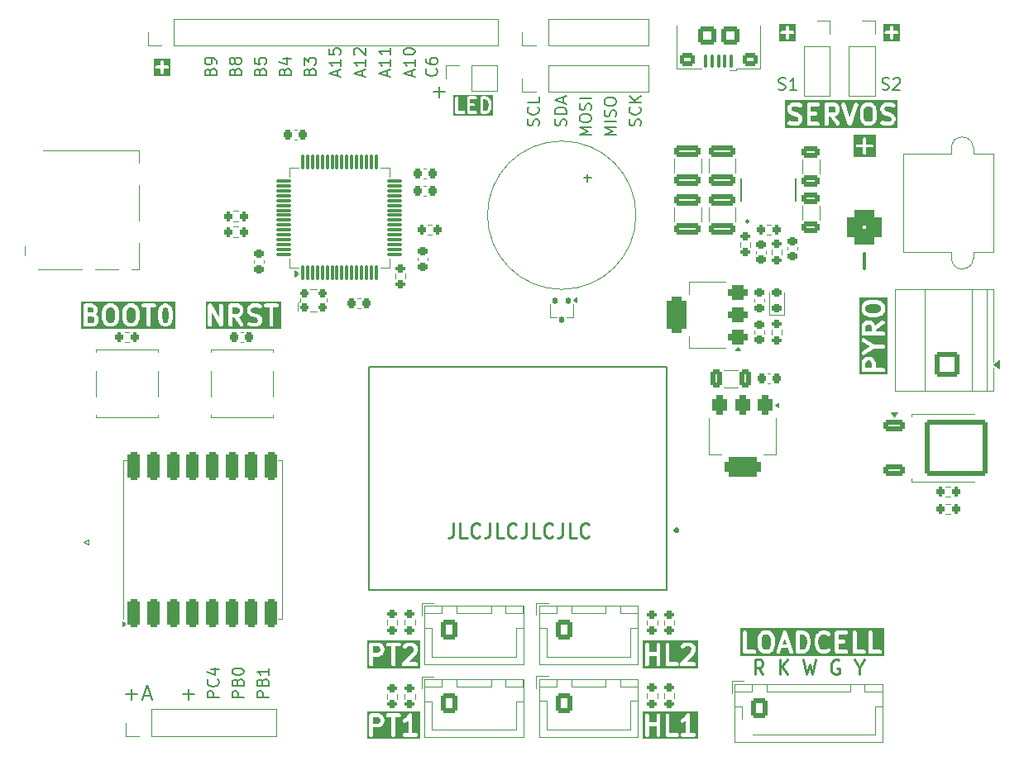
<source format=gto>
%TF.GenerationSoftware,KiCad,Pcbnew,9.0.5*%
%TF.CreationDate,2025-10-16T12:34:50-04:00*%
%TF.ProjectId,INFERNO,494e4645-524e-44f2-9e6b-696361645f70,rev?*%
%TF.SameCoordinates,Original*%
%TF.FileFunction,Legend,Top*%
%TF.FilePolarity,Positive*%
%FSLAX46Y46*%
G04 Gerber Fmt 4.6, Leading zero omitted, Abs format (unit mm)*
G04 Created by KiCad (PCBNEW 9.0.5) date 2025-10-16 12:34:50*
%MOMM*%
%LPD*%
G01*
G04 APERTURE LIST*
G04 Aperture macros list*
%AMRoundRect*
0 Rectangle with rounded corners*
0 $1 Rounding radius*
0 $2 $3 $4 $5 $6 $7 $8 $9 X,Y pos of 4 corners*
0 Add a 4 corners polygon primitive as box body*
4,1,4,$2,$3,$4,$5,$6,$7,$8,$9,$2,$3,0*
0 Add four circle primitives for the rounded corners*
1,1,$1+$1,$2,$3*
1,1,$1+$1,$4,$5*
1,1,$1+$1,$6,$7*
1,1,$1+$1,$8,$9*
0 Add four rect primitives between the rounded corners*
20,1,$1+$1,$2,$3,$4,$5,0*
20,1,$1+$1,$4,$5,$6,$7,0*
20,1,$1+$1,$6,$7,$8,$9,0*
20,1,$1+$1,$8,$9,$2,$3,0*%
G04 Aperture macros list end*
%ADD10C,0.300000*%
%ADD11C,0.200000*%
%ADD12C,0.400000*%
%ADD13C,0.250000*%
%ADD14C,0.150000*%
%ADD15C,0.120000*%
%ADD16C,0.127000*%
%ADD17C,0.000000*%
%ADD18RoundRect,0.200000X0.275000X-0.200000X0.275000X0.200000X-0.275000X0.200000X-0.275000X-0.200000X0*%
%ADD19RoundRect,0.250000X-0.600000X-0.725000X0.600000X-0.725000X0.600000X0.725000X-0.600000X0.725000X0*%
%ADD20O,1.700000X1.950000*%
%ADD21R,1.100000X0.850000*%
%ADD22R,1.100000X0.750000*%
%ADD23R,1.000000X1.200000*%
%ADD24R,1.350000X1.550000*%
%ADD25R,1.350000X1.900000*%
%ADD26R,1.800000X1.170000*%
%ADD27RoundRect,0.375000X-0.375000X0.625000X-0.375000X-0.625000X0.375000X-0.625000X0.375000X0.625000X0*%
%ADD28RoundRect,0.500000X-1.400000X0.500000X-1.400000X-0.500000X1.400000X-0.500000X1.400000X0.500000X0*%
%ADD29C,3.600000*%
%ADD30C,5.700000*%
%ADD31RoundRect,0.250000X1.050000X-1.050000X1.050000X1.050000X-1.050000X1.050000X-1.050000X-1.050000X0*%
%ADD32C,2.600000*%
%ADD33R,1.700000X1.700000*%
%ADD34C,1.700000*%
%ADD35RoundRect,0.200000X0.200000X0.275000X-0.200000X0.275000X-0.200000X-0.275000X0.200000X-0.275000X0*%
%ADD36RoundRect,0.225000X-0.250000X0.225000X-0.250000X-0.225000X0.250000X-0.225000X0.250000X0.225000X0*%
%ADD37RoundRect,0.375000X0.625000X0.375000X-0.625000X0.375000X-0.625000X-0.375000X0.625000X-0.375000X0*%
%ADD38RoundRect,0.500000X0.500000X1.400000X-0.500000X1.400000X-0.500000X-1.400000X0.500000X-1.400000X0*%
%ADD39RoundRect,0.200000X-0.200000X-0.275000X0.200000X-0.275000X0.200000X0.275000X-0.200000X0.275000X0*%
%ADD40C,0.573194*%
%ADD41R,0.249999X1.000000*%
%ADD42C,0.675000*%
%ADD43R,0.800001X1.599999*%
%ADD44RoundRect,0.317500X0.317500X-1.157500X0.317500X1.157500X-0.317500X1.157500X-0.317500X-1.157500X0*%
%ADD45RoundRect,0.100000X0.100000X0.575000X-0.100000X0.575000X-0.100000X-0.575000X0.100000X-0.575000X0*%
%ADD46O,0.900000X1.600000*%
%ADD47RoundRect,0.250000X0.550000X0.450000X-0.550000X0.450000X-0.550000X-0.450000X0.550000X-0.450000X0*%
%ADD48RoundRect,0.250000X0.700000X0.700000X-0.700000X0.700000X-0.700000X-0.700000X0.700000X-0.700000X0*%
%ADD49RoundRect,0.250000X-1.100000X0.325000X-1.100000X-0.325000X1.100000X-0.325000X1.100000X0.325000X0*%
%ADD50RoundRect,0.200000X-0.275000X0.200000X-0.275000X-0.200000X0.275000X-0.200000X0.275000X0.200000X0*%
%ADD51RoundRect,0.250000X0.650000X-0.325000X0.650000X0.325000X-0.650000X0.325000X-0.650000X-0.325000X0*%
%ADD52RoundRect,0.225000X0.225000X0.250000X-0.225000X0.250000X-0.225000X-0.250000X0.225000X-0.250000X0*%
%ADD53RoundRect,0.225000X0.250000X-0.225000X0.250000X0.225000X-0.250000X0.225000X-0.250000X-0.225000X0*%
%ADD54R,5.080000X2.290000*%
%ADD55R,5.080000X2.420000*%
%ADD56R,2.000000X2.000000*%
%ADD57C,2.000000*%
%ADD58RoundRect,0.225000X-0.225000X-0.250000X0.225000X-0.250000X0.225000X0.250000X-0.225000X0.250000X0*%
%ADD59RoundRect,0.200000X0.250000X-0.200000X0.250000X0.200000X-0.250000X0.200000X-0.250000X-0.200000X0*%
%ADD60RoundRect,0.250000X1.100000X-0.325000X1.100000X0.325000X-1.100000X0.325000X-1.100000X-0.325000X0*%
%ADD61RoundRect,0.218750X0.256250X-0.218750X0.256250X0.218750X-0.256250X0.218750X-0.256250X-0.218750X0*%
%ADD62RoundRect,0.250000X-0.325000X-0.650000X0.325000X-0.650000X0.325000X0.650000X-0.325000X0.650000X0*%
%ADD63R,1.550000X1.300000*%
%ADD64C,1.400000*%
%ADD65RoundRect,0.770000X-0.980000X0.980000X-0.980000X-0.980000X0.980000X-0.980000X0.980000X0.980000X0*%
%ADD66C,3.500000*%
%ADD67RoundRect,0.112500X0.112500X0.237500X-0.112500X0.237500X-0.112500X-0.237500X0.112500X-0.237500X0*%
%ADD68RoundRect,0.075000X0.075000X-0.700000X0.075000X0.700000X-0.075000X0.700000X-0.075000X-0.700000X0*%
%ADD69RoundRect,0.075000X0.700000X-0.075000X0.700000X0.075000X-0.700000X0.075000X-0.700000X-0.075000X0*%
%ADD70C,2.083600*%
%ADD71RoundRect,0.250000X-0.650000X0.325000X-0.650000X-0.325000X0.650000X-0.325000X0.650000X0.325000X0*%
%ADD72RoundRect,0.250000X-0.850000X-0.350000X0.850000X-0.350000X0.850000X0.350000X-0.850000X0.350000X0*%
%ADD73RoundRect,0.249997X-2.950003X-2.650003X2.950003X-2.650003X2.950003X2.650003X-2.950003X2.650003X0*%
G04 APERTURE END LIST*
D10*
G36*
X145727153Y-86210613D02*
G01*
X143956725Y-86210613D01*
X143956725Y-85296136D01*
X144123392Y-85296136D01*
X144123392Y-85354664D01*
X144145790Y-85408736D01*
X144187174Y-85450120D01*
X144241246Y-85472518D01*
X144270510Y-85475400D01*
X144691939Y-85475400D01*
X144691939Y-85896828D01*
X144694821Y-85926092D01*
X144717219Y-85980164D01*
X144758603Y-86021548D01*
X144812675Y-86043946D01*
X144871203Y-86043946D01*
X144925275Y-86021548D01*
X144966659Y-85980164D01*
X144989057Y-85926092D01*
X144991939Y-85896828D01*
X144991939Y-85475400D01*
X145413368Y-85475400D01*
X145442632Y-85472518D01*
X145496704Y-85450120D01*
X145538088Y-85408736D01*
X145560486Y-85354664D01*
X145560486Y-85296136D01*
X145538088Y-85242064D01*
X145496704Y-85200680D01*
X145442632Y-85178282D01*
X145413368Y-85175400D01*
X144991939Y-85175400D01*
X144991939Y-84753971D01*
X144989057Y-84724707D01*
X144966659Y-84670635D01*
X144925275Y-84629251D01*
X144871203Y-84606853D01*
X144812675Y-84606853D01*
X144758603Y-84629251D01*
X144717219Y-84670635D01*
X144694821Y-84724707D01*
X144691939Y-84753971D01*
X144691939Y-85175400D01*
X144270510Y-85175400D01*
X144241246Y-85178282D01*
X144187174Y-85200680D01*
X144145790Y-85242064D01*
X144123392Y-85296136D01*
X143956725Y-85296136D01*
X143956725Y-84440186D01*
X145727153Y-84440186D01*
X145727153Y-86210613D01*
G37*
G36*
X220403153Y-82654613D02*
G01*
X218632725Y-82654613D01*
X218632725Y-81740136D01*
X218799392Y-81740136D01*
X218799392Y-81798664D01*
X218821790Y-81852736D01*
X218863174Y-81894120D01*
X218917246Y-81916518D01*
X218946510Y-81919400D01*
X219367939Y-81919400D01*
X219367939Y-82340828D01*
X219370821Y-82370092D01*
X219393219Y-82424164D01*
X219434603Y-82465548D01*
X219488675Y-82487946D01*
X219547203Y-82487946D01*
X219601275Y-82465548D01*
X219642659Y-82424164D01*
X219665057Y-82370092D01*
X219667939Y-82340828D01*
X219667939Y-81919400D01*
X220089368Y-81919400D01*
X220118632Y-81916518D01*
X220172704Y-81894120D01*
X220214088Y-81852736D01*
X220236486Y-81798664D01*
X220236486Y-81740136D01*
X220214088Y-81686064D01*
X220172704Y-81644680D01*
X220118632Y-81622282D01*
X220089368Y-81619400D01*
X219667939Y-81619400D01*
X219667939Y-81197971D01*
X219665057Y-81168707D01*
X219642659Y-81114635D01*
X219601275Y-81073251D01*
X219547203Y-81050853D01*
X219488675Y-81050853D01*
X219434603Y-81073251D01*
X219393219Y-81114635D01*
X219370821Y-81168707D01*
X219367939Y-81197971D01*
X219367939Y-81619400D01*
X218946510Y-81619400D01*
X218917246Y-81622282D01*
X218863174Y-81644680D01*
X218821790Y-81686064D01*
X218799392Y-81740136D01*
X218632725Y-81740136D01*
X218632725Y-80884186D01*
X220403153Y-80884186D01*
X220403153Y-82654613D01*
G37*
G36*
X209735153Y-82654613D02*
G01*
X207964725Y-82654613D01*
X207964725Y-81740136D01*
X208131392Y-81740136D01*
X208131392Y-81798664D01*
X208153790Y-81852736D01*
X208195174Y-81894120D01*
X208249246Y-81916518D01*
X208278510Y-81919400D01*
X208699939Y-81919400D01*
X208699939Y-82340828D01*
X208702821Y-82370092D01*
X208725219Y-82424164D01*
X208766603Y-82465548D01*
X208820675Y-82487946D01*
X208879203Y-82487946D01*
X208933275Y-82465548D01*
X208974659Y-82424164D01*
X208997057Y-82370092D01*
X208999939Y-82340828D01*
X208999939Y-81919400D01*
X209421368Y-81919400D01*
X209450632Y-81916518D01*
X209504704Y-81894120D01*
X209546088Y-81852736D01*
X209568486Y-81798664D01*
X209568486Y-81740136D01*
X209546088Y-81686064D01*
X209504704Y-81644680D01*
X209450632Y-81622282D01*
X209421368Y-81619400D01*
X208999939Y-81619400D01*
X208999939Y-81197971D01*
X208997057Y-81168707D01*
X208974659Y-81114635D01*
X208933275Y-81073251D01*
X208879203Y-81050853D01*
X208820675Y-81050853D01*
X208766603Y-81073251D01*
X208725219Y-81114635D01*
X208702821Y-81168707D01*
X208699939Y-81197971D01*
X208699939Y-81619400D01*
X208278510Y-81619400D01*
X208249246Y-81622282D01*
X208195174Y-81644680D01*
X208153790Y-81686064D01*
X208131392Y-81740136D01*
X207964725Y-81740136D01*
X207964725Y-80884186D01*
X209735153Y-80884186D01*
X209735153Y-82654613D01*
G37*
D11*
X218560149Y-87585600D02*
X218731578Y-87642742D01*
X218731578Y-87642742D02*
X219017292Y-87642742D01*
X219017292Y-87642742D02*
X219131578Y-87585600D01*
X219131578Y-87585600D02*
X219188720Y-87528457D01*
X219188720Y-87528457D02*
X219245863Y-87414171D01*
X219245863Y-87414171D02*
X219245863Y-87299885D01*
X219245863Y-87299885D02*
X219188720Y-87185600D01*
X219188720Y-87185600D02*
X219131578Y-87128457D01*
X219131578Y-87128457D02*
X219017292Y-87071314D01*
X219017292Y-87071314D02*
X218788720Y-87014171D01*
X218788720Y-87014171D02*
X218674435Y-86957028D01*
X218674435Y-86957028D02*
X218617292Y-86899885D01*
X218617292Y-86899885D02*
X218560149Y-86785600D01*
X218560149Y-86785600D02*
X218560149Y-86671314D01*
X218560149Y-86671314D02*
X218617292Y-86557028D01*
X218617292Y-86557028D02*
X218674435Y-86499885D01*
X218674435Y-86499885D02*
X218788720Y-86442742D01*
X218788720Y-86442742D02*
X219074435Y-86442742D01*
X219074435Y-86442742D02*
X219245863Y-86499885D01*
X219703006Y-86557028D02*
X219760149Y-86499885D01*
X219760149Y-86499885D02*
X219874435Y-86442742D01*
X219874435Y-86442742D02*
X220160149Y-86442742D01*
X220160149Y-86442742D02*
X220274435Y-86499885D01*
X220274435Y-86499885D02*
X220331577Y-86557028D01*
X220331577Y-86557028D02*
X220388720Y-86671314D01*
X220388720Y-86671314D02*
X220388720Y-86785600D01*
X220388720Y-86785600D02*
X220331577Y-86957028D01*
X220331577Y-86957028D02*
X219645863Y-87642742D01*
X219645863Y-87642742D02*
X220388720Y-87642742D01*
X207960149Y-87585600D02*
X208131578Y-87642742D01*
X208131578Y-87642742D02*
X208417292Y-87642742D01*
X208417292Y-87642742D02*
X208531578Y-87585600D01*
X208531578Y-87585600D02*
X208588720Y-87528457D01*
X208588720Y-87528457D02*
X208645863Y-87414171D01*
X208645863Y-87414171D02*
X208645863Y-87299885D01*
X208645863Y-87299885D02*
X208588720Y-87185600D01*
X208588720Y-87185600D02*
X208531578Y-87128457D01*
X208531578Y-87128457D02*
X208417292Y-87071314D01*
X208417292Y-87071314D02*
X208188720Y-87014171D01*
X208188720Y-87014171D02*
X208074435Y-86957028D01*
X208074435Y-86957028D02*
X208017292Y-86899885D01*
X208017292Y-86899885D02*
X207960149Y-86785600D01*
X207960149Y-86785600D02*
X207960149Y-86671314D01*
X207960149Y-86671314D02*
X208017292Y-86557028D01*
X208017292Y-86557028D02*
X208074435Y-86499885D01*
X208074435Y-86499885D02*
X208188720Y-86442742D01*
X208188720Y-86442742D02*
X208474435Y-86442742D01*
X208474435Y-86442742D02*
X208645863Y-86499885D01*
X209788720Y-87642742D02*
X209103006Y-87642742D01*
X209445863Y-87642742D02*
X209445863Y-86442742D01*
X209445863Y-86442742D02*
X209331577Y-86614171D01*
X209331577Y-86614171D02*
X209217292Y-86728457D01*
X209217292Y-86728457D02*
X209103006Y-86785600D01*
D12*
G36*
X217401829Y-89394047D02*
G01*
X217530182Y-89522401D01*
X217606014Y-89825727D01*
X217606014Y-90443148D01*
X217530182Y-90746473D01*
X217401827Y-90874829D01*
X217282611Y-90934438D01*
X216996084Y-90934438D01*
X216876866Y-90874829D01*
X216748511Y-90746472D01*
X216672681Y-90443148D01*
X216672681Y-89825726D01*
X216748511Y-89522401D01*
X216876867Y-89394046D01*
X216996084Y-89334438D01*
X217282611Y-89334438D01*
X217401829Y-89394047D01*
G37*
G36*
X213687543Y-89394047D02*
G01*
X213736881Y-89443385D01*
X213796490Y-89562603D01*
X213796490Y-89753891D01*
X213736881Y-89873107D01*
X213687541Y-89922448D01*
X213568325Y-89982057D01*
X213053633Y-89982057D01*
X213053633Y-89334438D01*
X213568325Y-89334438D01*
X213687543Y-89394047D01*
G37*
G36*
X220132998Y-91556660D02*
G01*
X208621887Y-91556660D01*
X208621887Y-89515390D01*
X208844109Y-89515390D01*
X208844109Y-89705866D01*
X208847952Y-89744884D01*
X208850701Y-89751521D01*
X208851211Y-89758691D01*
X208865224Y-89795309D01*
X208960462Y-89985785D01*
X208971031Y-90002576D01*
X208973053Y-90007456D01*
X208977560Y-90012948D01*
X208981348Y-90018965D01*
X208985339Y-90022427D01*
X208997926Y-90037763D01*
X209093164Y-90133001D01*
X209108499Y-90145587D01*
X209111961Y-90149578D01*
X209117976Y-90153364D01*
X209123471Y-90157874D01*
X209128351Y-90159895D01*
X209145142Y-90170465D01*
X209335617Y-90265704D01*
X209338473Y-90266797D01*
X209339633Y-90267656D01*
X209356014Y-90273509D01*
X209372235Y-90279716D01*
X209373671Y-90279818D01*
X209376554Y-90280848D01*
X209736207Y-90370760D01*
X209878019Y-90441666D01*
X209927357Y-90491004D01*
X209986966Y-90610222D01*
X209986966Y-90706272D01*
X209927357Y-90825488D01*
X209878017Y-90874829D01*
X209758801Y-90934438D01*
X209362280Y-90934438D01*
X209107355Y-90849463D01*
X209069124Y-90840771D01*
X208991284Y-90846302D01*
X208921486Y-90881201D01*
X208870357Y-90940154D01*
X208845680Y-91014185D01*
X208851211Y-91092025D01*
X208886110Y-91161823D01*
X208945063Y-91212952D01*
X208980863Y-91228937D01*
X209266577Y-91324175D01*
X209285926Y-91328574D01*
X209290805Y-91330595D01*
X209297879Y-91331291D01*
X209304808Y-91332867D01*
X209310073Y-91332492D01*
X209329823Y-91334438D01*
X209806014Y-91334438D01*
X209845032Y-91330595D01*
X209851669Y-91327845D01*
X209858839Y-91327336D01*
X209895457Y-91313323D01*
X210085933Y-91218085D01*
X210102726Y-91207513D01*
X210107605Y-91205493D01*
X210113096Y-91200986D01*
X210119113Y-91197199D01*
X210122574Y-91193208D01*
X210137912Y-91180621D01*
X210233150Y-91085381D01*
X210245736Y-91070045D01*
X210249727Y-91066584D01*
X210253513Y-91060568D01*
X210258023Y-91055074D01*
X210260044Y-91050192D01*
X210270613Y-91033404D01*
X210365852Y-90842927D01*
X210379864Y-90806310D01*
X210380373Y-90799140D01*
X210383123Y-90792503D01*
X210386966Y-90753485D01*
X210386966Y-90563009D01*
X210383123Y-90523991D01*
X210380373Y-90517353D01*
X210379864Y-90510184D01*
X210365852Y-90473567D01*
X210270613Y-90283090D01*
X210260043Y-90266298D01*
X210258022Y-90261419D01*
X210253514Y-90255926D01*
X210249727Y-90249910D01*
X210245735Y-90246448D01*
X210233149Y-90231112D01*
X210137911Y-90135874D01*
X210122575Y-90123287D01*
X210119113Y-90119296D01*
X210113096Y-90115508D01*
X210107604Y-90111001D01*
X210102724Y-90108979D01*
X210085933Y-90098410D01*
X209895457Y-90003172D01*
X209892601Y-90002079D01*
X209891442Y-90001220D01*
X209875067Y-89995369D01*
X209858839Y-89989159D01*
X209857400Y-89989056D01*
X209854521Y-89988028D01*
X209494864Y-89898114D01*
X209353056Y-89827209D01*
X209303718Y-89777871D01*
X209244109Y-89658652D01*
X209244109Y-89562603D01*
X209303718Y-89443384D01*
X209353056Y-89394047D01*
X209472274Y-89334438D01*
X209868795Y-89334438D01*
X210123720Y-89419413D01*
X210161951Y-89428105D01*
X210239791Y-89422574D01*
X210309589Y-89387675D01*
X210360718Y-89328722D01*
X210385395Y-89254691D01*
X210379864Y-89176851D01*
X210358657Y-89134438D01*
X210844109Y-89134438D01*
X210844109Y-91134438D01*
X210847952Y-91173456D01*
X210877815Y-91245552D01*
X210932995Y-91300732D01*
X211005091Y-91330595D01*
X211044109Y-91334438D01*
X211996490Y-91334438D01*
X212035508Y-91330595D01*
X212107604Y-91300732D01*
X212162784Y-91245552D01*
X212192647Y-91173456D01*
X212192647Y-91095420D01*
X212162784Y-91023324D01*
X212107604Y-90968144D01*
X212035508Y-90938281D01*
X211996490Y-90934438D01*
X211244109Y-90934438D01*
X211244109Y-90286819D01*
X211710776Y-90286819D01*
X211749794Y-90282976D01*
X211821890Y-90253113D01*
X211877070Y-90197933D01*
X211906933Y-90125837D01*
X211906933Y-90047801D01*
X211877070Y-89975705D01*
X211821890Y-89920525D01*
X211749794Y-89890662D01*
X211710776Y-89886819D01*
X211244109Y-89886819D01*
X211244109Y-89334438D01*
X211996490Y-89334438D01*
X212035508Y-89330595D01*
X212107604Y-89300732D01*
X212162784Y-89245552D01*
X212192647Y-89173456D01*
X212192647Y-89134438D01*
X212653633Y-89134438D01*
X212653633Y-91134438D01*
X212657476Y-91173456D01*
X212687339Y-91245552D01*
X212742519Y-91300732D01*
X212814615Y-91330595D01*
X212892651Y-91330595D01*
X212964747Y-91300732D01*
X213019927Y-91245552D01*
X213049790Y-91173456D01*
X213053633Y-91134438D01*
X213053633Y-90382057D01*
X213225692Y-90382057D01*
X213832643Y-91249130D01*
X213858167Y-91278891D01*
X213923976Y-91320829D01*
X214000825Y-91334391D01*
X214077014Y-91317511D01*
X214140943Y-91272760D01*
X214182881Y-91206951D01*
X214196443Y-91130102D01*
X214179563Y-91053914D01*
X214160336Y-91019745D01*
X213700400Y-90362694D01*
X213704981Y-90360942D01*
X213895457Y-90265704D01*
X213912250Y-90255132D01*
X213917129Y-90253112D01*
X213922620Y-90248605D01*
X213928637Y-90244818D01*
X213932098Y-90240827D01*
X213947436Y-90228240D01*
X214042674Y-90133000D01*
X214055260Y-90117664D01*
X214059251Y-90114203D01*
X214063037Y-90108187D01*
X214067547Y-90102693D01*
X214069568Y-90097811D01*
X214080137Y-90081023D01*
X214175376Y-89890546D01*
X214189388Y-89853929D01*
X214189897Y-89846759D01*
X214192647Y-89840122D01*
X214196490Y-89801104D01*
X214196490Y-89515390D01*
X214192647Y-89476372D01*
X214189897Y-89469734D01*
X214189388Y-89462565D01*
X214175376Y-89425948D01*
X214080137Y-89235471D01*
X214069567Y-89218679D01*
X214067546Y-89213800D01*
X214063038Y-89208307D01*
X214059251Y-89202291D01*
X214055259Y-89198829D01*
X214042673Y-89183493D01*
X214018633Y-89159453D01*
X214369490Y-89159453D01*
X214378182Y-89197683D01*
X215044848Y-91197684D01*
X215060833Y-91233484D01*
X215070194Y-91244278D01*
X215076586Y-91257061D01*
X215095531Y-91273491D01*
X215111962Y-91292437D01*
X215124744Y-91298828D01*
X215135539Y-91308190D01*
X215159326Y-91316119D01*
X215181760Y-91327336D01*
X215196016Y-91328349D01*
X215209570Y-91332867D01*
X215234580Y-91331089D01*
X215259600Y-91332868D01*
X215273157Y-91328348D01*
X215287410Y-91327336D01*
X215309842Y-91316119D01*
X215333631Y-91308190D01*
X215344425Y-91298828D01*
X215357208Y-91292437D01*
X215373638Y-91273491D01*
X215392584Y-91257061D01*
X215398975Y-91244278D01*
X215408337Y-91233484D01*
X215424322Y-91197684D01*
X215889849Y-89801104D01*
X216272681Y-89801104D01*
X216272681Y-90467771D01*
X216273351Y-90474579D01*
X216272918Y-90477493D01*
X216275076Y-90492094D01*
X216276524Y-90506789D01*
X216277651Y-90509511D01*
X216278652Y-90516278D01*
X216373890Y-90897230D01*
X216387082Y-90934151D01*
X216395934Y-90946098D01*
X216401625Y-90959837D01*
X216426497Y-90990144D01*
X216616973Y-91180621D01*
X216632311Y-91193208D01*
X216635772Y-91197199D01*
X216641788Y-91200986D01*
X216647280Y-91205493D01*
X216652158Y-91207513D01*
X216668952Y-91218085D01*
X216859429Y-91313324D01*
X216896046Y-91327336D01*
X216903215Y-91327845D01*
X216909853Y-91330595D01*
X216948871Y-91334438D01*
X217329824Y-91334438D01*
X217368842Y-91330595D01*
X217375479Y-91327845D01*
X217382649Y-91327336D01*
X217419267Y-91313323D01*
X217609743Y-91218085D01*
X217626534Y-91207515D01*
X217631414Y-91205494D01*
X217636907Y-91200985D01*
X217642923Y-91197199D01*
X217646383Y-91193208D01*
X217661722Y-91180621D01*
X217852197Y-90990144D01*
X217877070Y-90959837D01*
X217882760Y-90946098D01*
X217891613Y-90934151D01*
X217904805Y-90897230D01*
X218000042Y-90516278D01*
X218001042Y-90509514D01*
X218002171Y-90506789D01*
X218003619Y-90492086D01*
X218005777Y-90477493D01*
X218005343Y-90474579D01*
X218006014Y-90467771D01*
X218006014Y-89801104D01*
X218005343Y-89794295D01*
X218005777Y-89791382D01*
X218003619Y-89776788D01*
X218002171Y-89762086D01*
X218001042Y-89759360D01*
X218000042Y-89752597D01*
X217940741Y-89515390D01*
X218367919Y-89515390D01*
X218367919Y-89705866D01*
X218371762Y-89744884D01*
X218374511Y-89751521D01*
X218375021Y-89758691D01*
X218389034Y-89795309D01*
X218484272Y-89985785D01*
X218494841Y-90002576D01*
X218496863Y-90007456D01*
X218501370Y-90012948D01*
X218505158Y-90018965D01*
X218509149Y-90022427D01*
X218521736Y-90037763D01*
X218616974Y-90133001D01*
X218632309Y-90145587D01*
X218635771Y-90149578D01*
X218641786Y-90153364D01*
X218647281Y-90157874D01*
X218652161Y-90159895D01*
X218668952Y-90170465D01*
X218859427Y-90265704D01*
X218862283Y-90266797D01*
X218863443Y-90267656D01*
X218879824Y-90273509D01*
X218896045Y-90279716D01*
X218897481Y-90279818D01*
X218900364Y-90280848D01*
X219260017Y-90370760D01*
X219401829Y-90441666D01*
X219451167Y-90491004D01*
X219510776Y-90610222D01*
X219510776Y-90706272D01*
X219451167Y-90825488D01*
X219401827Y-90874829D01*
X219282611Y-90934438D01*
X218886090Y-90934438D01*
X218631165Y-90849463D01*
X218592934Y-90840771D01*
X218515094Y-90846302D01*
X218445296Y-90881201D01*
X218394167Y-90940154D01*
X218369490Y-91014185D01*
X218375021Y-91092025D01*
X218409920Y-91161823D01*
X218468873Y-91212952D01*
X218504673Y-91228937D01*
X218790387Y-91324175D01*
X218809736Y-91328574D01*
X218814615Y-91330595D01*
X218821689Y-91331291D01*
X218828618Y-91332867D01*
X218833883Y-91332492D01*
X218853633Y-91334438D01*
X219329824Y-91334438D01*
X219368842Y-91330595D01*
X219375479Y-91327845D01*
X219382649Y-91327336D01*
X219419267Y-91313323D01*
X219609743Y-91218085D01*
X219626536Y-91207513D01*
X219631415Y-91205493D01*
X219636906Y-91200986D01*
X219642923Y-91197199D01*
X219646384Y-91193208D01*
X219661722Y-91180621D01*
X219756960Y-91085381D01*
X219769546Y-91070045D01*
X219773537Y-91066584D01*
X219777323Y-91060568D01*
X219781833Y-91055074D01*
X219783854Y-91050192D01*
X219794423Y-91033404D01*
X219889662Y-90842927D01*
X219903674Y-90806310D01*
X219904183Y-90799140D01*
X219906933Y-90792503D01*
X219910776Y-90753485D01*
X219910776Y-90563009D01*
X219906933Y-90523991D01*
X219904183Y-90517353D01*
X219903674Y-90510184D01*
X219889662Y-90473567D01*
X219794423Y-90283090D01*
X219783853Y-90266298D01*
X219781832Y-90261419D01*
X219777324Y-90255926D01*
X219773537Y-90249910D01*
X219769545Y-90246448D01*
X219756959Y-90231112D01*
X219661721Y-90135874D01*
X219646385Y-90123287D01*
X219642923Y-90119296D01*
X219636906Y-90115508D01*
X219631414Y-90111001D01*
X219626534Y-90108979D01*
X219609743Y-90098410D01*
X219419267Y-90003172D01*
X219416411Y-90002079D01*
X219415252Y-90001220D01*
X219398877Y-89995369D01*
X219382649Y-89989159D01*
X219381210Y-89989056D01*
X219378331Y-89988028D01*
X219018674Y-89898114D01*
X218876866Y-89827209D01*
X218827528Y-89777871D01*
X218767919Y-89658652D01*
X218767919Y-89562603D01*
X218827528Y-89443384D01*
X218876866Y-89394047D01*
X218996084Y-89334438D01*
X219392605Y-89334438D01*
X219647530Y-89419413D01*
X219685761Y-89428105D01*
X219763601Y-89422574D01*
X219833399Y-89387675D01*
X219884528Y-89328722D01*
X219909205Y-89254691D01*
X219903674Y-89176851D01*
X219868775Y-89107053D01*
X219809822Y-89055924D01*
X219774022Y-89039939D01*
X219488308Y-88944701D01*
X219468958Y-88940301D01*
X219464080Y-88938281D01*
X219457005Y-88937584D01*
X219450077Y-88936009D01*
X219444811Y-88936383D01*
X219425062Y-88934438D01*
X218948871Y-88934438D01*
X218909853Y-88938281D01*
X218903215Y-88941030D01*
X218896046Y-88941540D01*
X218859429Y-88955552D01*
X218668952Y-89050791D01*
X218652160Y-89061360D01*
X218647281Y-89063382D01*
X218641788Y-89067889D01*
X218635772Y-89071677D01*
X218632310Y-89075668D01*
X218616974Y-89088255D01*
X218521736Y-89183493D01*
X218509149Y-89198828D01*
X218505158Y-89202291D01*
X218501370Y-89208307D01*
X218496863Y-89213800D01*
X218494841Y-89218679D01*
X218484272Y-89235471D01*
X218389034Y-89425947D01*
X218375021Y-89462565D01*
X218374511Y-89469734D01*
X218371762Y-89476372D01*
X218367919Y-89515390D01*
X217940741Y-89515390D01*
X217904805Y-89371645D01*
X217891613Y-89334724D01*
X217882760Y-89322776D01*
X217877070Y-89309038D01*
X217852198Y-89278731D01*
X217661721Y-89088255D01*
X217646385Y-89075668D01*
X217642923Y-89071677D01*
X217636906Y-89067889D01*
X217631414Y-89063382D01*
X217626534Y-89061360D01*
X217609743Y-89050791D01*
X217419267Y-88955553D01*
X217382649Y-88941540D01*
X217375479Y-88941030D01*
X217368842Y-88938281D01*
X217329824Y-88934438D01*
X216948871Y-88934438D01*
X216909853Y-88938281D01*
X216903215Y-88941030D01*
X216896046Y-88941540D01*
X216859429Y-88955552D01*
X216668952Y-89050791D01*
X216652160Y-89061360D01*
X216647281Y-89063382D01*
X216641787Y-89067890D01*
X216635772Y-89071677D01*
X216632311Y-89075666D01*
X216616974Y-89088254D01*
X216426498Y-89278731D01*
X216401625Y-89309038D01*
X216395934Y-89322776D01*
X216387082Y-89334724D01*
X216373890Y-89371645D01*
X216278652Y-89752597D01*
X216277651Y-89759363D01*
X216276524Y-89762086D01*
X216275076Y-89776780D01*
X216272918Y-89791382D01*
X216273351Y-89794295D01*
X216272681Y-89801104D01*
X215889849Y-89801104D01*
X216090989Y-89197684D01*
X216099681Y-89159453D01*
X216094150Y-89081613D01*
X216059251Y-89011815D01*
X216000298Y-88960686D01*
X215926267Y-88936009D01*
X215848427Y-88941541D01*
X215778629Y-88976439D01*
X215727500Y-89035392D01*
X215711515Y-89071193D01*
X215234585Y-90501981D01*
X214757656Y-89071193D01*
X214741671Y-89035392D01*
X214690542Y-88976439D01*
X214620744Y-88941540D01*
X214542904Y-88936009D01*
X214468873Y-88960686D01*
X214409920Y-89011815D01*
X214375021Y-89081613D01*
X214369490Y-89159453D01*
X214018633Y-89159453D01*
X213947435Y-89088255D01*
X213932099Y-89075668D01*
X213928637Y-89071677D01*
X213922620Y-89067889D01*
X213917128Y-89063382D01*
X213912248Y-89061360D01*
X213895457Y-89050791D01*
X213704981Y-88955553D01*
X213668363Y-88941540D01*
X213661193Y-88941030D01*
X213654556Y-88938281D01*
X213615538Y-88934438D01*
X212853633Y-88934438D01*
X212814615Y-88938281D01*
X212742519Y-88968144D01*
X212687339Y-89023324D01*
X212657476Y-89095420D01*
X212653633Y-89134438D01*
X212192647Y-89134438D01*
X212192647Y-89095420D01*
X212162784Y-89023324D01*
X212107604Y-88968144D01*
X212035508Y-88938281D01*
X211996490Y-88934438D01*
X211044109Y-88934438D01*
X211005091Y-88938281D01*
X210932995Y-88968144D01*
X210877815Y-89023324D01*
X210847952Y-89095420D01*
X210844109Y-89134438D01*
X210358657Y-89134438D01*
X210344965Y-89107053D01*
X210286012Y-89055924D01*
X210250212Y-89039939D01*
X209964498Y-88944701D01*
X209945148Y-88940301D01*
X209940270Y-88938281D01*
X209933195Y-88937584D01*
X209926267Y-88936009D01*
X209921001Y-88936383D01*
X209901252Y-88934438D01*
X209425061Y-88934438D01*
X209386043Y-88938281D01*
X209379405Y-88941030D01*
X209372236Y-88941540D01*
X209335619Y-88955552D01*
X209145142Y-89050791D01*
X209128350Y-89061360D01*
X209123471Y-89063382D01*
X209117978Y-89067889D01*
X209111962Y-89071677D01*
X209108500Y-89075668D01*
X209093164Y-89088255D01*
X208997926Y-89183493D01*
X208985339Y-89198828D01*
X208981348Y-89202291D01*
X208977560Y-89208307D01*
X208973053Y-89213800D01*
X208971031Y-89218679D01*
X208960462Y-89235471D01*
X208865224Y-89425947D01*
X208851211Y-89462565D01*
X208850701Y-89469734D01*
X208847952Y-89476372D01*
X208844109Y-89515390D01*
X208621887Y-89515390D01*
X208621887Y-88712216D01*
X220132998Y-88712216D01*
X220132998Y-91556660D01*
G37*
G36*
X217373108Y-115461404D02*
G01*
X217422448Y-115510742D01*
X217482057Y-115629960D01*
X217482057Y-116144652D01*
X216834438Y-116144652D01*
X216834438Y-115629960D01*
X216894047Y-115510741D01*
X216943385Y-115461404D01*
X217062603Y-115401795D01*
X217253891Y-115401795D01*
X217373108Y-115461404D01*
G37*
G36*
X217373108Y-111747118D02*
G01*
X217422448Y-111796456D01*
X217482057Y-111915674D01*
X217482057Y-112430366D01*
X216834438Y-112430366D01*
X216834438Y-111915674D01*
X216894047Y-111796455D01*
X216943385Y-111747118D01*
X217062603Y-111687509D01*
X217253891Y-111687509D01*
X217373108Y-111747118D01*
G37*
G36*
X218246472Y-109668101D02*
G01*
X218374829Y-109796456D01*
X218434438Y-109915674D01*
X218434438Y-110202201D01*
X218374829Y-110321418D01*
X218246472Y-110449773D01*
X217943148Y-110525604D01*
X217325727Y-110525604D01*
X217022401Y-110449772D01*
X216894047Y-110321419D01*
X216834438Y-110202200D01*
X216834438Y-109915674D01*
X216894047Y-109796455D01*
X217022401Y-109668102D01*
X217325727Y-109592271D01*
X217943148Y-109592271D01*
X218246472Y-109668101D01*
G37*
G36*
X219056660Y-116766874D02*
G01*
X216212216Y-116766874D01*
X216212216Y-115582747D01*
X216434438Y-115582747D01*
X216434438Y-116344652D01*
X216438281Y-116383670D01*
X216468144Y-116455766D01*
X216523324Y-116510946D01*
X216595420Y-116540809D01*
X216634438Y-116544652D01*
X218634438Y-116544652D01*
X218673456Y-116540809D01*
X218745552Y-116510946D01*
X218800732Y-116455766D01*
X218830595Y-116383670D01*
X218830595Y-116305634D01*
X218800732Y-116233538D01*
X218745552Y-116178358D01*
X218673456Y-116148495D01*
X218634438Y-116144652D01*
X217882057Y-116144652D01*
X217882057Y-115582747D01*
X217878214Y-115543729D01*
X217875464Y-115537091D01*
X217874955Y-115529922D01*
X217860943Y-115493305D01*
X217765704Y-115302828D01*
X217755135Y-115286038D01*
X217753113Y-115281156D01*
X217748602Y-115275659D01*
X217744818Y-115269648D01*
X217740829Y-115266188D01*
X217728240Y-115250849D01*
X217633001Y-115155611D01*
X217617664Y-115143025D01*
X217614203Y-115139034D01*
X217608184Y-115135245D01*
X217602693Y-115130739D01*
X217597816Y-115128719D01*
X217581023Y-115118148D01*
X217390547Y-115022910D01*
X217353929Y-115008897D01*
X217346759Y-115008387D01*
X217340122Y-115005638D01*
X217301104Y-115001795D01*
X217015390Y-115001795D01*
X216976372Y-115005638D01*
X216969734Y-115008387D01*
X216962565Y-115008897D01*
X216925948Y-115022909D01*
X216735471Y-115118148D01*
X216718679Y-115128717D01*
X216713800Y-115130739D01*
X216708307Y-115135246D01*
X216702291Y-115139034D01*
X216698829Y-115143025D01*
X216683493Y-115155612D01*
X216588255Y-115250850D01*
X216575668Y-115266185D01*
X216571677Y-115269648D01*
X216567889Y-115275664D01*
X216563382Y-115281157D01*
X216561360Y-115286036D01*
X216550791Y-115302828D01*
X216455553Y-115493304D01*
X216441540Y-115529922D01*
X216441030Y-115537091D01*
X216438281Y-115543729D01*
X216434438Y-115582747D01*
X216212216Y-115582747D01*
X216212216Y-113301496D01*
X216434488Y-113301496D01*
X216451416Y-113377674D01*
X216496208Y-113441575D01*
X216527063Y-113465765D01*
X217309531Y-113963699D01*
X216527063Y-114461634D01*
X216496208Y-114485824D01*
X216451416Y-114549724D01*
X216434488Y-114625902D01*
X216448000Y-114702760D01*
X216489896Y-114768596D01*
X216553796Y-114813388D01*
X216629974Y-114830316D01*
X216706832Y-114816804D01*
X216741813Y-114799098D01*
X217740298Y-114163700D01*
X218634438Y-114163700D01*
X218673456Y-114159857D01*
X218745552Y-114129994D01*
X218800732Y-114074814D01*
X218830595Y-114002718D01*
X218830595Y-113924682D01*
X218800732Y-113852586D01*
X218745552Y-113797406D01*
X218673456Y-113767543D01*
X218634438Y-113763700D01*
X217740297Y-113763700D01*
X216741813Y-113128301D01*
X216706832Y-113110595D01*
X216629975Y-113097083D01*
X216553797Y-113114011D01*
X216489896Y-113158803D01*
X216448000Y-113224639D01*
X216434488Y-113301496D01*
X216212216Y-113301496D01*
X216212216Y-111868461D01*
X216434438Y-111868461D01*
X216434438Y-112630366D01*
X216438281Y-112669384D01*
X216468144Y-112741480D01*
X216523324Y-112796660D01*
X216595420Y-112826523D01*
X216634438Y-112830366D01*
X218634438Y-112830366D01*
X218673456Y-112826523D01*
X218745552Y-112796660D01*
X218800732Y-112741480D01*
X218830595Y-112669384D01*
X218830595Y-112591348D01*
X218800732Y-112519252D01*
X218745552Y-112464072D01*
X218673456Y-112434209D01*
X218634438Y-112430366D01*
X217882057Y-112430366D01*
X217882057Y-112258307D01*
X218749130Y-111651356D01*
X218778891Y-111625832D01*
X218820829Y-111560023D01*
X218834391Y-111483174D01*
X218817511Y-111406985D01*
X218772760Y-111343056D01*
X218706951Y-111301118D01*
X218630102Y-111287556D01*
X218553914Y-111304436D01*
X218519745Y-111323663D01*
X217862695Y-111783598D01*
X217860943Y-111779019D01*
X217765704Y-111588542D01*
X217755135Y-111571752D01*
X217753113Y-111566870D01*
X217748602Y-111561373D01*
X217744818Y-111555362D01*
X217740829Y-111551902D01*
X217728240Y-111536563D01*
X217633001Y-111441325D01*
X217617664Y-111428739D01*
X217614203Y-111424748D01*
X217608184Y-111420959D01*
X217602693Y-111416453D01*
X217597816Y-111414433D01*
X217581023Y-111403862D01*
X217390547Y-111308624D01*
X217353929Y-111294611D01*
X217346759Y-111294101D01*
X217340122Y-111291352D01*
X217301104Y-111287509D01*
X217015390Y-111287509D01*
X216976372Y-111291352D01*
X216969734Y-111294101D01*
X216962565Y-111294611D01*
X216925948Y-111308623D01*
X216735471Y-111403862D01*
X216718679Y-111414431D01*
X216713800Y-111416453D01*
X216708307Y-111420960D01*
X216702291Y-111424748D01*
X216698829Y-111428739D01*
X216683493Y-111441326D01*
X216588255Y-111536564D01*
X216575668Y-111551899D01*
X216571677Y-111555362D01*
X216567889Y-111561378D01*
X216563382Y-111566871D01*
X216561360Y-111571750D01*
X216550791Y-111588542D01*
X216455553Y-111779018D01*
X216441540Y-111815636D01*
X216441030Y-111822805D01*
X216438281Y-111829443D01*
X216434438Y-111868461D01*
X216212216Y-111868461D01*
X216212216Y-109868461D01*
X216434438Y-109868461D01*
X216434438Y-110249414D01*
X216438281Y-110288432D01*
X216441030Y-110295069D01*
X216441540Y-110302239D01*
X216455553Y-110338857D01*
X216550791Y-110529333D01*
X216561360Y-110546124D01*
X216563382Y-110551004D01*
X216567889Y-110556496D01*
X216571677Y-110562513D01*
X216575668Y-110565975D01*
X216588255Y-110581311D01*
X216778731Y-110771788D01*
X216809038Y-110796660D01*
X216822776Y-110802350D01*
X216834724Y-110811203D01*
X216871645Y-110824395D01*
X217252597Y-110919632D01*
X217259360Y-110920632D01*
X217262086Y-110921761D01*
X217276788Y-110923209D01*
X217291382Y-110925367D01*
X217294295Y-110924933D01*
X217301104Y-110925604D01*
X217967771Y-110925604D01*
X217974579Y-110924933D01*
X217977493Y-110925367D01*
X217992094Y-110923208D01*
X218006789Y-110921761D01*
X218009511Y-110920633D01*
X218016278Y-110919633D01*
X218397230Y-110824395D01*
X218434151Y-110811203D01*
X218446098Y-110802350D01*
X218459837Y-110796660D01*
X218490144Y-110771788D01*
X218680621Y-110581312D01*
X218693208Y-110565973D01*
X218697199Y-110562513D01*
X218700986Y-110556496D01*
X218705493Y-110551005D01*
X218707513Y-110546126D01*
X218718085Y-110529333D01*
X218813324Y-110338856D01*
X218827336Y-110302239D01*
X218827845Y-110295069D01*
X218830595Y-110288432D01*
X218834438Y-110249414D01*
X218834438Y-109868461D01*
X218830595Y-109829443D01*
X218827845Y-109822805D01*
X218827336Y-109815636D01*
X218813324Y-109779019D01*
X218718085Y-109588542D01*
X218707513Y-109571748D01*
X218705493Y-109566870D01*
X218700986Y-109561378D01*
X218697199Y-109555362D01*
X218693208Y-109551901D01*
X218680621Y-109536563D01*
X218490144Y-109346087D01*
X218459837Y-109321215D01*
X218446098Y-109315524D01*
X218434151Y-109306672D01*
X218397230Y-109293480D01*
X218016278Y-109198242D01*
X218009511Y-109197241D01*
X218006789Y-109196114D01*
X217992094Y-109194666D01*
X217977493Y-109192508D01*
X217974579Y-109192941D01*
X217967771Y-109192271D01*
X217301104Y-109192271D01*
X217294295Y-109192941D01*
X217291382Y-109192508D01*
X217276788Y-109194665D01*
X217262086Y-109196114D01*
X217259360Y-109197242D01*
X217252597Y-109198243D01*
X216871645Y-109293480D01*
X216834724Y-109306672D01*
X216822776Y-109315524D01*
X216809038Y-109321215D01*
X216778731Y-109346087D01*
X216588255Y-109536564D01*
X216575668Y-109551899D01*
X216571677Y-109555362D01*
X216567889Y-109561378D01*
X216563382Y-109566871D01*
X216561360Y-109571750D01*
X216550791Y-109588542D01*
X216455553Y-109779018D01*
X216441540Y-109815636D01*
X216441030Y-109822805D01*
X216438281Y-109829443D01*
X216434438Y-109868461D01*
X216212216Y-109868461D01*
X216212216Y-108970049D01*
X219056660Y-108970049D01*
X219056660Y-116766874D01*
G37*
D11*
X141156720Y-149592600D02*
X142299578Y-149592600D01*
X141728149Y-150164028D02*
X141728149Y-149021171D01*
X142942435Y-149735457D02*
X143656721Y-149735457D01*
X142799578Y-150164028D02*
X143299578Y-148664028D01*
X143299578Y-148664028D02*
X143799578Y-150164028D01*
X146998720Y-149592600D02*
X148141578Y-149592600D01*
X147570149Y-150164028D02*
X147570149Y-149021171D01*
X150670742Y-149940707D02*
X149470742Y-149940707D01*
X149470742Y-149940707D02*
X149470742Y-149483564D01*
X149470742Y-149483564D02*
X149527885Y-149369279D01*
X149527885Y-149369279D02*
X149585028Y-149312136D01*
X149585028Y-149312136D02*
X149699314Y-149254993D01*
X149699314Y-149254993D02*
X149870742Y-149254993D01*
X149870742Y-149254993D02*
X149985028Y-149312136D01*
X149985028Y-149312136D02*
X150042171Y-149369279D01*
X150042171Y-149369279D02*
X150099314Y-149483564D01*
X150099314Y-149483564D02*
X150099314Y-149940707D01*
X150556457Y-148054993D02*
X150613600Y-148112136D01*
X150613600Y-148112136D02*
X150670742Y-148283564D01*
X150670742Y-148283564D02*
X150670742Y-148397850D01*
X150670742Y-148397850D02*
X150613600Y-148569279D01*
X150613600Y-148569279D02*
X150499314Y-148683564D01*
X150499314Y-148683564D02*
X150385028Y-148740707D01*
X150385028Y-148740707D02*
X150156457Y-148797850D01*
X150156457Y-148797850D02*
X149985028Y-148797850D01*
X149985028Y-148797850D02*
X149756457Y-148740707D01*
X149756457Y-148740707D02*
X149642171Y-148683564D01*
X149642171Y-148683564D02*
X149527885Y-148569279D01*
X149527885Y-148569279D02*
X149470742Y-148397850D01*
X149470742Y-148397850D02*
X149470742Y-148283564D01*
X149470742Y-148283564D02*
X149527885Y-148112136D01*
X149527885Y-148112136D02*
X149585028Y-148054993D01*
X149870742Y-147026422D02*
X150670742Y-147026422D01*
X149413600Y-147312136D02*
X150270742Y-147597850D01*
X150270742Y-147597850D02*
X150270742Y-146854993D01*
X153210742Y-149940707D02*
X152010742Y-149940707D01*
X152010742Y-149940707D02*
X152010742Y-149483564D01*
X152010742Y-149483564D02*
X152067885Y-149369279D01*
X152067885Y-149369279D02*
X152125028Y-149312136D01*
X152125028Y-149312136D02*
X152239314Y-149254993D01*
X152239314Y-149254993D02*
X152410742Y-149254993D01*
X152410742Y-149254993D02*
X152525028Y-149312136D01*
X152525028Y-149312136D02*
X152582171Y-149369279D01*
X152582171Y-149369279D02*
X152639314Y-149483564D01*
X152639314Y-149483564D02*
X152639314Y-149940707D01*
X152582171Y-148340707D02*
X152639314Y-148169279D01*
X152639314Y-148169279D02*
X152696457Y-148112136D01*
X152696457Y-148112136D02*
X152810742Y-148054993D01*
X152810742Y-148054993D02*
X152982171Y-148054993D01*
X152982171Y-148054993D02*
X153096457Y-148112136D01*
X153096457Y-148112136D02*
X153153600Y-148169279D01*
X153153600Y-148169279D02*
X153210742Y-148283564D01*
X153210742Y-148283564D02*
X153210742Y-148740707D01*
X153210742Y-148740707D02*
X152010742Y-148740707D01*
X152010742Y-148740707D02*
X152010742Y-148340707D01*
X152010742Y-148340707D02*
X152067885Y-148226422D01*
X152067885Y-148226422D02*
X152125028Y-148169279D01*
X152125028Y-148169279D02*
X152239314Y-148112136D01*
X152239314Y-148112136D02*
X152353600Y-148112136D01*
X152353600Y-148112136D02*
X152467885Y-148169279D01*
X152467885Y-148169279D02*
X152525028Y-148226422D01*
X152525028Y-148226422D02*
X152582171Y-148340707D01*
X152582171Y-148340707D02*
X152582171Y-148740707D01*
X152010742Y-147312136D02*
X152010742Y-147197850D01*
X152010742Y-147197850D02*
X152067885Y-147083564D01*
X152067885Y-147083564D02*
X152125028Y-147026422D01*
X152125028Y-147026422D02*
X152239314Y-146969279D01*
X152239314Y-146969279D02*
X152467885Y-146912136D01*
X152467885Y-146912136D02*
X152753600Y-146912136D01*
X152753600Y-146912136D02*
X152982171Y-146969279D01*
X152982171Y-146969279D02*
X153096457Y-147026422D01*
X153096457Y-147026422D02*
X153153600Y-147083564D01*
X153153600Y-147083564D02*
X153210742Y-147197850D01*
X153210742Y-147197850D02*
X153210742Y-147312136D01*
X153210742Y-147312136D02*
X153153600Y-147426422D01*
X153153600Y-147426422D02*
X153096457Y-147483564D01*
X153096457Y-147483564D02*
X152982171Y-147540707D01*
X152982171Y-147540707D02*
X152753600Y-147597850D01*
X152753600Y-147597850D02*
X152467885Y-147597850D01*
X152467885Y-147597850D02*
X152239314Y-147540707D01*
X152239314Y-147540707D02*
X152125028Y-147483564D01*
X152125028Y-147483564D02*
X152067885Y-147426422D01*
X152067885Y-147426422D02*
X152010742Y-147312136D01*
X155750742Y-149940707D02*
X154550742Y-149940707D01*
X154550742Y-149940707D02*
X154550742Y-149483564D01*
X154550742Y-149483564D02*
X154607885Y-149369279D01*
X154607885Y-149369279D02*
X154665028Y-149312136D01*
X154665028Y-149312136D02*
X154779314Y-149254993D01*
X154779314Y-149254993D02*
X154950742Y-149254993D01*
X154950742Y-149254993D02*
X155065028Y-149312136D01*
X155065028Y-149312136D02*
X155122171Y-149369279D01*
X155122171Y-149369279D02*
X155179314Y-149483564D01*
X155179314Y-149483564D02*
X155179314Y-149940707D01*
X155122171Y-148340707D02*
X155179314Y-148169279D01*
X155179314Y-148169279D02*
X155236457Y-148112136D01*
X155236457Y-148112136D02*
X155350742Y-148054993D01*
X155350742Y-148054993D02*
X155522171Y-148054993D01*
X155522171Y-148054993D02*
X155636457Y-148112136D01*
X155636457Y-148112136D02*
X155693600Y-148169279D01*
X155693600Y-148169279D02*
X155750742Y-148283564D01*
X155750742Y-148283564D02*
X155750742Y-148740707D01*
X155750742Y-148740707D02*
X154550742Y-148740707D01*
X154550742Y-148740707D02*
X154550742Y-148340707D01*
X154550742Y-148340707D02*
X154607885Y-148226422D01*
X154607885Y-148226422D02*
X154665028Y-148169279D01*
X154665028Y-148169279D02*
X154779314Y-148112136D01*
X154779314Y-148112136D02*
X154893600Y-148112136D01*
X154893600Y-148112136D02*
X155007885Y-148169279D01*
X155007885Y-148169279D02*
X155065028Y-148226422D01*
X155065028Y-148226422D02*
X155122171Y-148340707D01*
X155122171Y-148340707D02*
X155122171Y-148740707D01*
X155750742Y-146912136D02*
X155750742Y-147597850D01*
X155750742Y-147254993D02*
X154550742Y-147254993D01*
X154550742Y-147254993D02*
X154722171Y-147369279D01*
X154722171Y-147369279D02*
X154836457Y-147483564D01*
X154836457Y-147483564D02*
X154893600Y-147597850D01*
X193793600Y-91323850D02*
X193850742Y-91152422D01*
X193850742Y-91152422D02*
X193850742Y-90866707D01*
X193850742Y-90866707D02*
X193793600Y-90752422D01*
X193793600Y-90752422D02*
X193736457Y-90695279D01*
X193736457Y-90695279D02*
X193622171Y-90638136D01*
X193622171Y-90638136D02*
X193507885Y-90638136D01*
X193507885Y-90638136D02*
X193393600Y-90695279D01*
X193393600Y-90695279D02*
X193336457Y-90752422D01*
X193336457Y-90752422D02*
X193279314Y-90866707D01*
X193279314Y-90866707D02*
X193222171Y-91095279D01*
X193222171Y-91095279D02*
X193165028Y-91209564D01*
X193165028Y-91209564D02*
X193107885Y-91266707D01*
X193107885Y-91266707D02*
X192993600Y-91323850D01*
X192993600Y-91323850D02*
X192879314Y-91323850D01*
X192879314Y-91323850D02*
X192765028Y-91266707D01*
X192765028Y-91266707D02*
X192707885Y-91209564D01*
X192707885Y-91209564D02*
X192650742Y-91095279D01*
X192650742Y-91095279D02*
X192650742Y-90809564D01*
X192650742Y-90809564D02*
X192707885Y-90638136D01*
X193736457Y-89438136D02*
X193793600Y-89495279D01*
X193793600Y-89495279D02*
X193850742Y-89666707D01*
X193850742Y-89666707D02*
X193850742Y-89780993D01*
X193850742Y-89780993D02*
X193793600Y-89952422D01*
X193793600Y-89952422D02*
X193679314Y-90066707D01*
X193679314Y-90066707D02*
X193565028Y-90123850D01*
X193565028Y-90123850D02*
X193336457Y-90180993D01*
X193336457Y-90180993D02*
X193165028Y-90180993D01*
X193165028Y-90180993D02*
X192936457Y-90123850D01*
X192936457Y-90123850D02*
X192822171Y-90066707D01*
X192822171Y-90066707D02*
X192707885Y-89952422D01*
X192707885Y-89952422D02*
X192650742Y-89780993D01*
X192650742Y-89780993D02*
X192650742Y-89666707D01*
X192650742Y-89666707D02*
X192707885Y-89495279D01*
X192707885Y-89495279D02*
X192765028Y-89438136D01*
X193850742Y-88923850D02*
X192650742Y-88923850D01*
X193850742Y-88238136D02*
X193165028Y-88752422D01*
X192650742Y-88238136D02*
X193336457Y-88923850D01*
X191310742Y-92282707D02*
X190110742Y-92282707D01*
X190110742Y-92282707D02*
X190967885Y-91882707D01*
X190967885Y-91882707D02*
X190110742Y-91482707D01*
X190110742Y-91482707D02*
X191310742Y-91482707D01*
X191310742Y-90911278D02*
X190110742Y-90911278D01*
X191253600Y-90396992D02*
X191310742Y-90225564D01*
X191310742Y-90225564D02*
X191310742Y-89939849D01*
X191310742Y-89939849D02*
X191253600Y-89825564D01*
X191253600Y-89825564D02*
X191196457Y-89768421D01*
X191196457Y-89768421D02*
X191082171Y-89711278D01*
X191082171Y-89711278D02*
X190967885Y-89711278D01*
X190967885Y-89711278D02*
X190853600Y-89768421D01*
X190853600Y-89768421D02*
X190796457Y-89825564D01*
X190796457Y-89825564D02*
X190739314Y-89939849D01*
X190739314Y-89939849D02*
X190682171Y-90168421D01*
X190682171Y-90168421D02*
X190625028Y-90282706D01*
X190625028Y-90282706D02*
X190567885Y-90339849D01*
X190567885Y-90339849D02*
X190453600Y-90396992D01*
X190453600Y-90396992D02*
X190339314Y-90396992D01*
X190339314Y-90396992D02*
X190225028Y-90339849D01*
X190225028Y-90339849D02*
X190167885Y-90282706D01*
X190167885Y-90282706D02*
X190110742Y-90168421D01*
X190110742Y-90168421D02*
X190110742Y-89882706D01*
X190110742Y-89882706D02*
X190167885Y-89711278D01*
X190110742Y-88968421D02*
X190110742Y-88739849D01*
X190110742Y-88739849D02*
X190167885Y-88625564D01*
X190167885Y-88625564D02*
X190282171Y-88511278D01*
X190282171Y-88511278D02*
X190510742Y-88454135D01*
X190510742Y-88454135D02*
X190910742Y-88454135D01*
X190910742Y-88454135D02*
X191139314Y-88511278D01*
X191139314Y-88511278D02*
X191253600Y-88625564D01*
X191253600Y-88625564D02*
X191310742Y-88739849D01*
X191310742Y-88739849D02*
X191310742Y-88968421D01*
X191310742Y-88968421D02*
X191253600Y-89082707D01*
X191253600Y-89082707D02*
X191139314Y-89196992D01*
X191139314Y-89196992D02*
X190910742Y-89254135D01*
X190910742Y-89254135D02*
X190510742Y-89254135D01*
X190510742Y-89254135D02*
X190282171Y-89196992D01*
X190282171Y-89196992D02*
X190167885Y-89082707D01*
X190167885Y-89082707D02*
X190110742Y-88968421D01*
X188770742Y-92282707D02*
X187570742Y-92282707D01*
X187570742Y-92282707D02*
X188427885Y-91882707D01*
X188427885Y-91882707D02*
X187570742Y-91482707D01*
X187570742Y-91482707D02*
X188770742Y-91482707D01*
X187570742Y-90682707D02*
X187570742Y-90454135D01*
X187570742Y-90454135D02*
X187627885Y-90339850D01*
X187627885Y-90339850D02*
X187742171Y-90225564D01*
X187742171Y-90225564D02*
X187970742Y-90168421D01*
X187970742Y-90168421D02*
X188370742Y-90168421D01*
X188370742Y-90168421D02*
X188599314Y-90225564D01*
X188599314Y-90225564D02*
X188713600Y-90339850D01*
X188713600Y-90339850D02*
X188770742Y-90454135D01*
X188770742Y-90454135D02*
X188770742Y-90682707D01*
X188770742Y-90682707D02*
X188713600Y-90796993D01*
X188713600Y-90796993D02*
X188599314Y-90911278D01*
X188599314Y-90911278D02*
X188370742Y-90968421D01*
X188370742Y-90968421D02*
X187970742Y-90968421D01*
X187970742Y-90968421D02*
X187742171Y-90911278D01*
X187742171Y-90911278D02*
X187627885Y-90796993D01*
X187627885Y-90796993D02*
X187570742Y-90682707D01*
X188713600Y-89711278D02*
X188770742Y-89539850D01*
X188770742Y-89539850D02*
X188770742Y-89254135D01*
X188770742Y-89254135D02*
X188713600Y-89139850D01*
X188713600Y-89139850D02*
X188656457Y-89082707D01*
X188656457Y-89082707D02*
X188542171Y-89025564D01*
X188542171Y-89025564D02*
X188427885Y-89025564D01*
X188427885Y-89025564D02*
X188313600Y-89082707D01*
X188313600Y-89082707D02*
X188256457Y-89139850D01*
X188256457Y-89139850D02*
X188199314Y-89254135D01*
X188199314Y-89254135D02*
X188142171Y-89482707D01*
X188142171Y-89482707D02*
X188085028Y-89596992D01*
X188085028Y-89596992D02*
X188027885Y-89654135D01*
X188027885Y-89654135D02*
X187913600Y-89711278D01*
X187913600Y-89711278D02*
X187799314Y-89711278D01*
X187799314Y-89711278D02*
X187685028Y-89654135D01*
X187685028Y-89654135D02*
X187627885Y-89596992D01*
X187627885Y-89596992D02*
X187570742Y-89482707D01*
X187570742Y-89482707D02*
X187570742Y-89196992D01*
X187570742Y-89196992D02*
X187627885Y-89025564D01*
X188770742Y-88511278D02*
X187570742Y-88511278D01*
X186173600Y-91323850D02*
X186230742Y-91152422D01*
X186230742Y-91152422D02*
X186230742Y-90866707D01*
X186230742Y-90866707D02*
X186173600Y-90752422D01*
X186173600Y-90752422D02*
X186116457Y-90695279D01*
X186116457Y-90695279D02*
X186002171Y-90638136D01*
X186002171Y-90638136D02*
X185887885Y-90638136D01*
X185887885Y-90638136D02*
X185773600Y-90695279D01*
X185773600Y-90695279D02*
X185716457Y-90752422D01*
X185716457Y-90752422D02*
X185659314Y-90866707D01*
X185659314Y-90866707D02*
X185602171Y-91095279D01*
X185602171Y-91095279D02*
X185545028Y-91209564D01*
X185545028Y-91209564D02*
X185487885Y-91266707D01*
X185487885Y-91266707D02*
X185373600Y-91323850D01*
X185373600Y-91323850D02*
X185259314Y-91323850D01*
X185259314Y-91323850D02*
X185145028Y-91266707D01*
X185145028Y-91266707D02*
X185087885Y-91209564D01*
X185087885Y-91209564D02*
X185030742Y-91095279D01*
X185030742Y-91095279D02*
X185030742Y-90809564D01*
X185030742Y-90809564D02*
X185087885Y-90638136D01*
X186230742Y-90123850D02*
X185030742Y-90123850D01*
X185030742Y-90123850D02*
X185030742Y-89838136D01*
X185030742Y-89838136D02*
X185087885Y-89666707D01*
X185087885Y-89666707D02*
X185202171Y-89552422D01*
X185202171Y-89552422D02*
X185316457Y-89495279D01*
X185316457Y-89495279D02*
X185545028Y-89438136D01*
X185545028Y-89438136D02*
X185716457Y-89438136D01*
X185716457Y-89438136D02*
X185945028Y-89495279D01*
X185945028Y-89495279D02*
X186059314Y-89552422D01*
X186059314Y-89552422D02*
X186173600Y-89666707D01*
X186173600Y-89666707D02*
X186230742Y-89838136D01*
X186230742Y-89838136D02*
X186230742Y-90123850D01*
X185887885Y-88980993D02*
X185887885Y-88409565D01*
X186230742Y-89095279D02*
X185030742Y-88695279D01*
X185030742Y-88695279D02*
X186230742Y-88295279D01*
X183379600Y-91323850D02*
X183436742Y-91152422D01*
X183436742Y-91152422D02*
X183436742Y-90866707D01*
X183436742Y-90866707D02*
X183379600Y-90752422D01*
X183379600Y-90752422D02*
X183322457Y-90695279D01*
X183322457Y-90695279D02*
X183208171Y-90638136D01*
X183208171Y-90638136D02*
X183093885Y-90638136D01*
X183093885Y-90638136D02*
X182979600Y-90695279D01*
X182979600Y-90695279D02*
X182922457Y-90752422D01*
X182922457Y-90752422D02*
X182865314Y-90866707D01*
X182865314Y-90866707D02*
X182808171Y-91095279D01*
X182808171Y-91095279D02*
X182751028Y-91209564D01*
X182751028Y-91209564D02*
X182693885Y-91266707D01*
X182693885Y-91266707D02*
X182579600Y-91323850D01*
X182579600Y-91323850D02*
X182465314Y-91323850D01*
X182465314Y-91323850D02*
X182351028Y-91266707D01*
X182351028Y-91266707D02*
X182293885Y-91209564D01*
X182293885Y-91209564D02*
X182236742Y-91095279D01*
X182236742Y-91095279D02*
X182236742Y-90809564D01*
X182236742Y-90809564D02*
X182293885Y-90638136D01*
X183322457Y-89438136D02*
X183379600Y-89495279D01*
X183379600Y-89495279D02*
X183436742Y-89666707D01*
X183436742Y-89666707D02*
X183436742Y-89780993D01*
X183436742Y-89780993D02*
X183379600Y-89952422D01*
X183379600Y-89952422D02*
X183265314Y-90066707D01*
X183265314Y-90066707D02*
X183151028Y-90123850D01*
X183151028Y-90123850D02*
X182922457Y-90180993D01*
X182922457Y-90180993D02*
X182751028Y-90180993D01*
X182751028Y-90180993D02*
X182522457Y-90123850D01*
X182522457Y-90123850D02*
X182408171Y-90066707D01*
X182408171Y-90066707D02*
X182293885Y-89952422D01*
X182293885Y-89952422D02*
X182236742Y-89780993D01*
X182236742Y-89780993D02*
X182236742Y-89666707D01*
X182236742Y-89666707D02*
X182293885Y-89495279D01*
X182293885Y-89495279D02*
X182351028Y-89438136D01*
X183436742Y-88352422D02*
X183436742Y-88923850D01*
X183436742Y-88923850D02*
X182236742Y-88923850D01*
X172652720Y-87870600D02*
X173795578Y-87870600D01*
X173224149Y-88442028D02*
X173224149Y-87299171D01*
D10*
G36*
X178066340Y-88663361D02*
G01*
X178166947Y-88763968D01*
X178220126Y-88870327D01*
X178283082Y-89122148D01*
X178283082Y-89299507D01*
X178220126Y-89551328D01*
X178166947Y-89657688D01*
X178066341Y-89758294D01*
X177908739Y-89810828D01*
X177725939Y-89810828D01*
X177725939Y-88610828D01*
X177908742Y-88610828D01*
X178066340Y-88663361D01*
G37*
G36*
X178749749Y-90277495D02*
G01*
X174687843Y-90277495D01*
X174687843Y-88460828D01*
X174854510Y-88460828D01*
X174854510Y-89960828D01*
X174857392Y-89990092D01*
X174879790Y-90044164D01*
X174921174Y-90085548D01*
X174975246Y-90107946D01*
X175004510Y-90110828D01*
X175718796Y-90110828D01*
X175748060Y-90107946D01*
X175802132Y-90085548D01*
X175843516Y-90044164D01*
X175865914Y-89990092D01*
X175865914Y-89931564D01*
X175843516Y-89877492D01*
X175802132Y-89836108D01*
X175748060Y-89813710D01*
X175718796Y-89810828D01*
X175154510Y-89810828D01*
X175154510Y-88460828D01*
X176068796Y-88460828D01*
X176068796Y-89960828D01*
X176071678Y-89990092D01*
X176094076Y-90044164D01*
X176135460Y-90085548D01*
X176189532Y-90107946D01*
X176218796Y-90110828D01*
X176933082Y-90110828D01*
X176962346Y-90107946D01*
X177016418Y-90085548D01*
X177057802Y-90044164D01*
X177080200Y-89990092D01*
X177080200Y-89931564D01*
X177057802Y-89877492D01*
X177016418Y-89836108D01*
X176962346Y-89813710D01*
X176933082Y-89810828D01*
X176368796Y-89810828D01*
X176368796Y-89325114D01*
X176718796Y-89325114D01*
X176748060Y-89322232D01*
X176802132Y-89299834D01*
X176843516Y-89258450D01*
X176865914Y-89204378D01*
X176865914Y-89145850D01*
X176843516Y-89091778D01*
X176802132Y-89050394D01*
X176748060Y-89027996D01*
X176718796Y-89025114D01*
X176368796Y-89025114D01*
X176368796Y-88610828D01*
X176933082Y-88610828D01*
X176962346Y-88607946D01*
X177016418Y-88585548D01*
X177057802Y-88544164D01*
X177080200Y-88490092D01*
X177080200Y-88460828D01*
X177425939Y-88460828D01*
X177425939Y-89960828D01*
X177428821Y-89990092D01*
X177451219Y-90044164D01*
X177492603Y-90085548D01*
X177546675Y-90107946D01*
X177575939Y-90110828D01*
X177933082Y-90110828D01*
X177947887Y-90109369D01*
X177951842Y-90109651D01*
X177957043Y-90108468D01*
X177962346Y-90107946D01*
X177966003Y-90106430D01*
X177980516Y-90103131D01*
X178194802Y-90031703D01*
X178221653Y-90019715D01*
X178225724Y-90016183D01*
X178230704Y-90014121D01*
X178253434Y-89995466D01*
X178396291Y-89852608D01*
X178405729Y-89841106D01*
X178408724Y-89838510D01*
X178411564Y-89833996D01*
X178414946Y-89829877D01*
X178416461Y-89826217D01*
X178424389Y-89813624D01*
X178495818Y-89670768D01*
X178496637Y-89668625D01*
X178497282Y-89667756D01*
X178501666Y-89655484D01*
X178506327Y-89643304D01*
X178506403Y-89642223D01*
X178507175Y-89640065D01*
X178578603Y-89354351D01*
X178579352Y-89349279D01*
X178580200Y-89347235D01*
X178581285Y-89336212D01*
X178582905Y-89325262D01*
X178582579Y-89323074D01*
X178583082Y-89317971D01*
X178583082Y-89103685D01*
X178582579Y-89098581D01*
X178582905Y-89096394D01*
X178581285Y-89085443D01*
X178580200Y-89074421D01*
X178579352Y-89072376D01*
X178578603Y-89067305D01*
X178507175Y-88781591D01*
X178506403Y-88779432D01*
X178506327Y-88778352D01*
X178501666Y-88766171D01*
X178497282Y-88753900D01*
X178496637Y-88753030D01*
X178495818Y-88750888D01*
X178424389Y-88608032D01*
X178416462Y-88595440D01*
X178414946Y-88591778D01*
X178411562Y-88587655D01*
X178408724Y-88583146D01*
X178405731Y-88580550D01*
X178396291Y-88569048D01*
X178253434Y-88426191D01*
X178230703Y-88407536D01*
X178225723Y-88405473D01*
X178221653Y-88401943D01*
X178194802Y-88389954D01*
X177980516Y-88318526D01*
X177966008Y-88315227D01*
X177962346Y-88313710D01*
X177957037Y-88313187D01*
X177951843Y-88312006D01*
X177947893Y-88312286D01*
X177933082Y-88310828D01*
X177575939Y-88310828D01*
X177546675Y-88313710D01*
X177492603Y-88336108D01*
X177451219Y-88377492D01*
X177428821Y-88431564D01*
X177425939Y-88460828D01*
X177080200Y-88460828D01*
X177080200Y-88431564D01*
X177057802Y-88377492D01*
X177016418Y-88336108D01*
X176962346Y-88313710D01*
X176933082Y-88310828D01*
X176218796Y-88310828D01*
X176189532Y-88313710D01*
X176135460Y-88336108D01*
X176094076Y-88377492D01*
X176071678Y-88431564D01*
X176068796Y-88460828D01*
X175154510Y-88460828D01*
X175151628Y-88431564D01*
X175129230Y-88377492D01*
X175087846Y-88336108D01*
X175033774Y-88313710D01*
X174975246Y-88313710D01*
X174921174Y-88336108D01*
X174879790Y-88377492D01*
X174857392Y-88431564D01*
X174854510Y-88460828D01*
X174687843Y-88460828D01*
X174687843Y-88144161D01*
X178749749Y-88144161D01*
X178749749Y-90277495D01*
G37*
D11*
X172908457Y-85500993D02*
X172965600Y-85558136D01*
X172965600Y-85558136D02*
X173022742Y-85729564D01*
X173022742Y-85729564D02*
X173022742Y-85843850D01*
X173022742Y-85843850D02*
X172965600Y-86015279D01*
X172965600Y-86015279D02*
X172851314Y-86129564D01*
X172851314Y-86129564D02*
X172737028Y-86186707D01*
X172737028Y-86186707D02*
X172508457Y-86243850D01*
X172508457Y-86243850D02*
X172337028Y-86243850D01*
X172337028Y-86243850D02*
X172108457Y-86186707D01*
X172108457Y-86186707D02*
X171994171Y-86129564D01*
X171994171Y-86129564D02*
X171879885Y-86015279D01*
X171879885Y-86015279D02*
X171822742Y-85843850D01*
X171822742Y-85843850D02*
X171822742Y-85729564D01*
X171822742Y-85729564D02*
X171879885Y-85558136D01*
X171879885Y-85558136D02*
X171937028Y-85500993D01*
X171822742Y-84472422D02*
X171822742Y-84700993D01*
X171822742Y-84700993D02*
X171879885Y-84815279D01*
X171879885Y-84815279D02*
X171937028Y-84872422D01*
X171937028Y-84872422D02*
X172108457Y-84986707D01*
X172108457Y-84986707D02*
X172337028Y-85043850D01*
X172337028Y-85043850D02*
X172794171Y-85043850D01*
X172794171Y-85043850D02*
X172908457Y-84986707D01*
X172908457Y-84986707D02*
X172965600Y-84929564D01*
X172965600Y-84929564D02*
X173022742Y-84815279D01*
X173022742Y-84815279D02*
X173022742Y-84586707D01*
X173022742Y-84586707D02*
X172965600Y-84472422D01*
X172965600Y-84472422D02*
X172908457Y-84415279D01*
X172908457Y-84415279D02*
X172794171Y-84358136D01*
X172794171Y-84358136D02*
X172508457Y-84358136D01*
X172508457Y-84358136D02*
X172394171Y-84415279D01*
X172394171Y-84415279D02*
X172337028Y-84472422D01*
X172337028Y-84472422D02*
X172279885Y-84586707D01*
X172279885Y-84586707D02*
X172279885Y-84815279D01*
X172279885Y-84815279D02*
X172337028Y-84929564D01*
X172337028Y-84929564D02*
X172394171Y-84986707D01*
X172394171Y-84986707D02*
X172508457Y-85043850D01*
X170393885Y-86243850D02*
X170393885Y-85672422D01*
X170736742Y-86358136D02*
X169536742Y-85958136D01*
X169536742Y-85958136D02*
X170736742Y-85558136D01*
X170736742Y-84529565D02*
X170736742Y-85215279D01*
X170736742Y-84872422D02*
X169536742Y-84872422D01*
X169536742Y-84872422D02*
X169708171Y-84986708D01*
X169708171Y-84986708D02*
X169822457Y-85100993D01*
X169822457Y-85100993D02*
X169879600Y-85215279D01*
X169536742Y-83786708D02*
X169536742Y-83672422D01*
X169536742Y-83672422D02*
X169593885Y-83558136D01*
X169593885Y-83558136D02*
X169651028Y-83500994D01*
X169651028Y-83500994D02*
X169765314Y-83443851D01*
X169765314Y-83443851D02*
X169993885Y-83386708D01*
X169993885Y-83386708D02*
X170279600Y-83386708D01*
X170279600Y-83386708D02*
X170508171Y-83443851D01*
X170508171Y-83443851D02*
X170622457Y-83500994D01*
X170622457Y-83500994D02*
X170679600Y-83558136D01*
X170679600Y-83558136D02*
X170736742Y-83672422D01*
X170736742Y-83672422D02*
X170736742Y-83786708D01*
X170736742Y-83786708D02*
X170679600Y-83900994D01*
X170679600Y-83900994D02*
X170622457Y-83958136D01*
X170622457Y-83958136D02*
X170508171Y-84015279D01*
X170508171Y-84015279D02*
X170279600Y-84072422D01*
X170279600Y-84072422D02*
X169993885Y-84072422D01*
X169993885Y-84072422D02*
X169765314Y-84015279D01*
X169765314Y-84015279D02*
X169651028Y-83958136D01*
X169651028Y-83958136D02*
X169593885Y-83900994D01*
X169593885Y-83900994D02*
X169536742Y-83786708D01*
X167853885Y-86243850D02*
X167853885Y-85672422D01*
X168196742Y-86358136D02*
X166996742Y-85958136D01*
X166996742Y-85958136D02*
X168196742Y-85558136D01*
X168196742Y-84529565D02*
X168196742Y-85215279D01*
X168196742Y-84872422D02*
X166996742Y-84872422D01*
X166996742Y-84872422D02*
X167168171Y-84986708D01*
X167168171Y-84986708D02*
X167282457Y-85100993D01*
X167282457Y-85100993D02*
X167339600Y-85215279D01*
X168196742Y-83386708D02*
X168196742Y-84072422D01*
X168196742Y-83729565D02*
X166996742Y-83729565D01*
X166996742Y-83729565D02*
X167168171Y-83843851D01*
X167168171Y-83843851D02*
X167282457Y-83958136D01*
X167282457Y-83958136D02*
X167339600Y-84072422D01*
X165313885Y-86243850D02*
X165313885Y-85672422D01*
X165656742Y-86358136D02*
X164456742Y-85958136D01*
X164456742Y-85958136D02*
X165656742Y-85558136D01*
X165656742Y-84529565D02*
X165656742Y-85215279D01*
X165656742Y-84872422D02*
X164456742Y-84872422D01*
X164456742Y-84872422D02*
X164628171Y-84986708D01*
X164628171Y-84986708D02*
X164742457Y-85100993D01*
X164742457Y-85100993D02*
X164799600Y-85215279D01*
X164571028Y-84072422D02*
X164513885Y-84015279D01*
X164513885Y-84015279D02*
X164456742Y-83900994D01*
X164456742Y-83900994D02*
X164456742Y-83615279D01*
X164456742Y-83615279D02*
X164513885Y-83500994D01*
X164513885Y-83500994D02*
X164571028Y-83443851D01*
X164571028Y-83443851D02*
X164685314Y-83386708D01*
X164685314Y-83386708D02*
X164799600Y-83386708D01*
X164799600Y-83386708D02*
X164971028Y-83443851D01*
X164971028Y-83443851D02*
X165656742Y-84129565D01*
X165656742Y-84129565D02*
X165656742Y-83386708D01*
X162773885Y-86243850D02*
X162773885Y-85672422D01*
X163116742Y-86358136D02*
X161916742Y-85958136D01*
X161916742Y-85958136D02*
X163116742Y-85558136D01*
X163116742Y-84529565D02*
X163116742Y-85215279D01*
X163116742Y-84872422D02*
X161916742Y-84872422D01*
X161916742Y-84872422D02*
X162088171Y-84986708D01*
X162088171Y-84986708D02*
X162202457Y-85100993D01*
X162202457Y-85100993D02*
X162259600Y-85215279D01*
X161916742Y-83443851D02*
X161916742Y-84015279D01*
X161916742Y-84015279D02*
X162488171Y-84072422D01*
X162488171Y-84072422D02*
X162431028Y-84015279D01*
X162431028Y-84015279D02*
X162373885Y-83900994D01*
X162373885Y-83900994D02*
X162373885Y-83615279D01*
X162373885Y-83615279D02*
X162431028Y-83500994D01*
X162431028Y-83500994D02*
X162488171Y-83443851D01*
X162488171Y-83443851D02*
X162602457Y-83386708D01*
X162602457Y-83386708D02*
X162888171Y-83386708D01*
X162888171Y-83386708D02*
X163002457Y-83443851D01*
X163002457Y-83443851D02*
X163059600Y-83500994D01*
X163059600Y-83500994D02*
X163116742Y-83615279D01*
X163116742Y-83615279D02*
X163116742Y-83900994D01*
X163116742Y-83900994D02*
X163059600Y-84015279D01*
X163059600Y-84015279D02*
X163002457Y-84072422D01*
X159948171Y-85786707D02*
X160005314Y-85615279D01*
X160005314Y-85615279D02*
X160062457Y-85558136D01*
X160062457Y-85558136D02*
X160176742Y-85500993D01*
X160176742Y-85500993D02*
X160348171Y-85500993D01*
X160348171Y-85500993D02*
X160462457Y-85558136D01*
X160462457Y-85558136D02*
X160519600Y-85615279D01*
X160519600Y-85615279D02*
X160576742Y-85729564D01*
X160576742Y-85729564D02*
X160576742Y-86186707D01*
X160576742Y-86186707D02*
X159376742Y-86186707D01*
X159376742Y-86186707D02*
X159376742Y-85786707D01*
X159376742Y-85786707D02*
X159433885Y-85672422D01*
X159433885Y-85672422D02*
X159491028Y-85615279D01*
X159491028Y-85615279D02*
X159605314Y-85558136D01*
X159605314Y-85558136D02*
X159719600Y-85558136D01*
X159719600Y-85558136D02*
X159833885Y-85615279D01*
X159833885Y-85615279D02*
X159891028Y-85672422D01*
X159891028Y-85672422D02*
X159948171Y-85786707D01*
X159948171Y-85786707D02*
X159948171Y-86186707D01*
X159376742Y-85100993D02*
X159376742Y-84358136D01*
X159376742Y-84358136D02*
X159833885Y-84758136D01*
X159833885Y-84758136D02*
X159833885Y-84586707D01*
X159833885Y-84586707D02*
X159891028Y-84472422D01*
X159891028Y-84472422D02*
X159948171Y-84415279D01*
X159948171Y-84415279D02*
X160062457Y-84358136D01*
X160062457Y-84358136D02*
X160348171Y-84358136D01*
X160348171Y-84358136D02*
X160462457Y-84415279D01*
X160462457Y-84415279D02*
X160519600Y-84472422D01*
X160519600Y-84472422D02*
X160576742Y-84586707D01*
X160576742Y-84586707D02*
X160576742Y-84929564D01*
X160576742Y-84929564D02*
X160519600Y-85043850D01*
X160519600Y-85043850D02*
X160462457Y-85100993D01*
X157408171Y-85786707D02*
X157465314Y-85615279D01*
X157465314Y-85615279D02*
X157522457Y-85558136D01*
X157522457Y-85558136D02*
X157636742Y-85500993D01*
X157636742Y-85500993D02*
X157808171Y-85500993D01*
X157808171Y-85500993D02*
X157922457Y-85558136D01*
X157922457Y-85558136D02*
X157979600Y-85615279D01*
X157979600Y-85615279D02*
X158036742Y-85729564D01*
X158036742Y-85729564D02*
X158036742Y-86186707D01*
X158036742Y-86186707D02*
X156836742Y-86186707D01*
X156836742Y-86186707D02*
X156836742Y-85786707D01*
X156836742Y-85786707D02*
X156893885Y-85672422D01*
X156893885Y-85672422D02*
X156951028Y-85615279D01*
X156951028Y-85615279D02*
X157065314Y-85558136D01*
X157065314Y-85558136D02*
X157179600Y-85558136D01*
X157179600Y-85558136D02*
X157293885Y-85615279D01*
X157293885Y-85615279D02*
X157351028Y-85672422D01*
X157351028Y-85672422D02*
X157408171Y-85786707D01*
X157408171Y-85786707D02*
X157408171Y-86186707D01*
X157236742Y-84472422D02*
X158036742Y-84472422D01*
X156779600Y-84758136D02*
X157636742Y-85043850D01*
X157636742Y-85043850D02*
X157636742Y-84300993D01*
X154868171Y-85786707D02*
X154925314Y-85615279D01*
X154925314Y-85615279D02*
X154982457Y-85558136D01*
X154982457Y-85558136D02*
X155096742Y-85500993D01*
X155096742Y-85500993D02*
X155268171Y-85500993D01*
X155268171Y-85500993D02*
X155382457Y-85558136D01*
X155382457Y-85558136D02*
X155439600Y-85615279D01*
X155439600Y-85615279D02*
X155496742Y-85729564D01*
X155496742Y-85729564D02*
X155496742Y-86186707D01*
X155496742Y-86186707D02*
X154296742Y-86186707D01*
X154296742Y-86186707D02*
X154296742Y-85786707D01*
X154296742Y-85786707D02*
X154353885Y-85672422D01*
X154353885Y-85672422D02*
X154411028Y-85615279D01*
X154411028Y-85615279D02*
X154525314Y-85558136D01*
X154525314Y-85558136D02*
X154639600Y-85558136D01*
X154639600Y-85558136D02*
X154753885Y-85615279D01*
X154753885Y-85615279D02*
X154811028Y-85672422D01*
X154811028Y-85672422D02*
X154868171Y-85786707D01*
X154868171Y-85786707D02*
X154868171Y-86186707D01*
X154296742Y-84415279D02*
X154296742Y-84986707D01*
X154296742Y-84986707D02*
X154868171Y-85043850D01*
X154868171Y-85043850D02*
X154811028Y-84986707D01*
X154811028Y-84986707D02*
X154753885Y-84872422D01*
X154753885Y-84872422D02*
X154753885Y-84586707D01*
X154753885Y-84586707D02*
X154811028Y-84472422D01*
X154811028Y-84472422D02*
X154868171Y-84415279D01*
X154868171Y-84415279D02*
X154982457Y-84358136D01*
X154982457Y-84358136D02*
X155268171Y-84358136D01*
X155268171Y-84358136D02*
X155382457Y-84415279D01*
X155382457Y-84415279D02*
X155439600Y-84472422D01*
X155439600Y-84472422D02*
X155496742Y-84586707D01*
X155496742Y-84586707D02*
X155496742Y-84872422D01*
X155496742Y-84872422D02*
X155439600Y-84986707D01*
X155439600Y-84986707D02*
X155382457Y-85043850D01*
X152328171Y-85786707D02*
X152385314Y-85615279D01*
X152385314Y-85615279D02*
X152442457Y-85558136D01*
X152442457Y-85558136D02*
X152556742Y-85500993D01*
X152556742Y-85500993D02*
X152728171Y-85500993D01*
X152728171Y-85500993D02*
X152842457Y-85558136D01*
X152842457Y-85558136D02*
X152899600Y-85615279D01*
X152899600Y-85615279D02*
X152956742Y-85729564D01*
X152956742Y-85729564D02*
X152956742Y-86186707D01*
X152956742Y-86186707D02*
X151756742Y-86186707D01*
X151756742Y-86186707D02*
X151756742Y-85786707D01*
X151756742Y-85786707D02*
X151813885Y-85672422D01*
X151813885Y-85672422D02*
X151871028Y-85615279D01*
X151871028Y-85615279D02*
X151985314Y-85558136D01*
X151985314Y-85558136D02*
X152099600Y-85558136D01*
X152099600Y-85558136D02*
X152213885Y-85615279D01*
X152213885Y-85615279D02*
X152271028Y-85672422D01*
X152271028Y-85672422D02*
X152328171Y-85786707D01*
X152328171Y-85786707D02*
X152328171Y-86186707D01*
X152271028Y-84815279D02*
X152213885Y-84929564D01*
X152213885Y-84929564D02*
X152156742Y-84986707D01*
X152156742Y-84986707D02*
X152042457Y-85043850D01*
X152042457Y-85043850D02*
X151985314Y-85043850D01*
X151985314Y-85043850D02*
X151871028Y-84986707D01*
X151871028Y-84986707D02*
X151813885Y-84929564D01*
X151813885Y-84929564D02*
X151756742Y-84815279D01*
X151756742Y-84815279D02*
X151756742Y-84586707D01*
X151756742Y-84586707D02*
X151813885Y-84472422D01*
X151813885Y-84472422D02*
X151871028Y-84415279D01*
X151871028Y-84415279D02*
X151985314Y-84358136D01*
X151985314Y-84358136D02*
X152042457Y-84358136D01*
X152042457Y-84358136D02*
X152156742Y-84415279D01*
X152156742Y-84415279D02*
X152213885Y-84472422D01*
X152213885Y-84472422D02*
X152271028Y-84586707D01*
X152271028Y-84586707D02*
X152271028Y-84815279D01*
X152271028Y-84815279D02*
X152328171Y-84929564D01*
X152328171Y-84929564D02*
X152385314Y-84986707D01*
X152385314Y-84986707D02*
X152499600Y-85043850D01*
X152499600Y-85043850D02*
X152728171Y-85043850D01*
X152728171Y-85043850D02*
X152842457Y-84986707D01*
X152842457Y-84986707D02*
X152899600Y-84929564D01*
X152899600Y-84929564D02*
X152956742Y-84815279D01*
X152956742Y-84815279D02*
X152956742Y-84586707D01*
X152956742Y-84586707D02*
X152899600Y-84472422D01*
X152899600Y-84472422D02*
X152842457Y-84415279D01*
X152842457Y-84415279D02*
X152728171Y-84358136D01*
X152728171Y-84358136D02*
X152499600Y-84358136D01*
X152499600Y-84358136D02*
X152385314Y-84415279D01*
X152385314Y-84415279D02*
X152328171Y-84472422D01*
X152328171Y-84472422D02*
X152271028Y-84586707D01*
X149788171Y-85786707D02*
X149845314Y-85615279D01*
X149845314Y-85615279D02*
X149902457Y-85558136D01*
X149902457Y-85558136D02*
X150016742Y-85500993D01*
X150016742Y-85500993D02*
X150188171Y-85500993D01*
X150188171Y-85500993D02*
X150302457Y-85558136D01*
X150302457Y-85558136D02*
X150359600Y-85615279D01*
X150359600Y-85615279D02*
X150416742Y-85729564D01*
X150416742Y-85729564D02*
X150416742Y-86186707D01*
X150416742Y-86186707D02*
X149216742Y-86186707D01*
X149216742Y-86186707D02*
X149216742Y-85786707D01*
X149216742Y-85786707D02*
X149273885Y-85672422D01*
X149273885Y-85672422D02*
X149331028Y-85615279D01*
X149331028Y-85615279D02*
X149445314Y-85558136D01*
X149445314Y-85558136D02*
X149559600Y-85558136D01*
X149559600Y-85558136D02*
X149673885Y-85615279D01*
X149673885Y-85615279D02*
X149731028Y-85672422D01*
X149731028Y-85672422D02*
X149788171Y-85786707D01*
X149788171Y-85786707D02*
X149788171Y-86186707D01*
X150416742Y-84929564D02*
X150416742Y-84700993D01*
X150416742Y-84700993D02*
X150359600Y-84586707D01*
X150359600Y-84586707D02*
X150302457Y-84529564D01*
X150302457Y-84529564D02*
X150131028Y-84415279D01*
X150131028Y-84415279D02*
X149902457Y-84358136D01*
X149902457Y-84358136D02*
X149445314Y-84358136D01*
X149445314Y-84358136D02*
X149331028Y-84415279D01*
X149331028Y-84415279D02*
X149273885Y-84472422D01*
X149273885Y-84472422D02*
X149216742Y-84586707D01*
X149216742Y-84586707D02*
X149216742Y-84815279D01*
X149216742Y-84815279D02*
X149273885Y-84929564D01*
X149273885Y-84929564D02*
X149331028Y-84986707D01*
X149331028Y-84986707D02*
X149445314Y-85043850D01*
X149445314Y-85043850D02*
X149731028Y-85043850D01*
X149731028Y-85043850D02*
X149845314Y-84986707D01*
X149845314Y-84986707D02*
X149902457Y-84929564D01*
X149902457Y-84929564D02*
X149959600Y-84815279D01*
X149959600Y-84815279D02*
X149959600Y-84586707D01*
X149959600Y-84586707D02*
X149902457Y-84472422D01*
X149902457Y-84472422D02*
X149845314Y-84415279D01*
X149845314Y-84415279D02*
X149731028Y-84358136D01*
D12*
G36*
X152668495Y-109994047D02*
G01*
X152717833Y-110043385D01*
X152777442Y-110162603D01*
X152777442Y-110353891D01*
X152717833Y-110473107D01*
X152668493Y-110522448D01*
X152549277Y-110582057D01*
X152034585Y-110582057D01*
X152034585Y-109934438D01*
X152549277Y-109934438D01*
X152668495Y-109994047D01*
G37*
G36*
X157014869Y-112156660D02*
G01*
X149317125Y-112156660D01*
X149317125Y-109734438D01*
X149539347Y-109734438D01*
X149539347Y-111734438D01*
X149543190Y-111773456D01*
X149573053Y-111845552D01*
X149628233Y-111900732D01*
X149700329Y-111930595D01*
X149778365Y-111930595D01*
X149850461Y-111900732D01*
X149905641Y-111845552D01*
X149935504Y-111773456D01*
X149939347Y-111734438D01*
X149939347Y-110487551D01*
X150708555Y-111833666D01*
X150714393Y-111841890D01*
X150715910Y-111845552D01*
X150719641Y-111849283D01*
X150731250Y-111865636D01*
X150752281Y-111881923D01*
X150771090Y-111900732D01*
X150782867Y-111905610D01*
X150792948Y-111913417D01*
X150818610Y-111920415D01*
X150843186Y-111930595D01*
X150855937Y-111930595D01*
X150868235Y-111933949D01*
X150894619Y-111930595D01*
X150921222Y-111930595D01*
X150933001Y-111925715D01*
X150945648Y-111924108D01*
X150968741Y-111910911D01*
X150993318Y-111900732D01*
X151002332Y-111891717D01*
X151013402Y-111885392D01*
X151029689Y-111864360D01*
X151048498Y-111845552D01*
X151053376Y-111833774D01*
X151061183Y-111823694D01*
X151068182Y-111798028D01*
X151078361Y-111773456D01*
X151080326Y-111753502D01*
X151081716Y-111748407D01*
X151081215Y-111744472D01*
X151082204Y-111734438D01*
X151082204Y-109734438D01*
X151634585Y-109734438D01*
X151634585Y-111734438D01*
X151638428Y-111773456D01*
X151668291Y-111845552D01*
X151723471Y-111900732D01*
X151795567Y-111930595D01*
X151873603Y-111930595D01*
X151945699Y-111900732D01*
X152000879Y-111845552D01*
X152030742Y-111773456D01*
X152034585Y-111734438D01*
X152034585Y-110982057D01*
X152206644Y-110982057D01*
X152813595Y-111849130D01*
X152839119Y-111878891D01*
X152904928Y-111920829D01*
X152981777Y-111934391D01*
X153057966Y-111917511D01*
X153121895Y-111872760D01*
X153163833Y-111806951D01*
X153177395Y-111730102D01*
X153160515Y-111653914D01*
X153141288Y-111619745D01*
X152681352Y-110962694D01*
X152685933Y-110960942D01*
X152876409Y-110865704D01*
X152893202Y-110855132D01*
X152898081Y-110853112D01*
X152903572Y-110848605D01*
X152909589Y-110844818D01*
X152913050Y-110840827D01*
X152928388Y-110828240D01*
X153023626Y-110733000D01*
X153036212Y-110717664D01*
X153040203Y-110714203D01*
X153043989Y-110708187D01*
X153048499Y-110702693D01*
X153050520Y-110697811D01*
X153061089Y-110681023D01*
X153156328Y-110490546D01*
X153170340Y-110453929D01*
X153170849Y-110446759D01*
X153173599Y-110440122D01*
X153177442Y-110401104D01*
X153177442Y-110115390D01*
X153539347Y-110115390D01*
X153539347Y-110305866D01*
X153543190Y-110344884D01*
X153545939Y-110351521D01*
X153546449Y-110358691D01*
X153560462Y-110395309D01*
X153655700Y-110585785D01*
X153666269Y-110602576D01*
X153668291Y-110607456D01*
X153672798Y-110612948D01*
X153676586Y-110618965D01*
X153680577Y-110622427D01*
X153693164Y-110637763D01*
X153788402Y-110733001D01*
X153803737Y-110745587D01*
X153807199Y-110749578D01*
X153813214Y-110753364D01*
X153818709Y-110757874D01*
X153823589Y-110759895D01*
X153840380Y-110770465D01*
X154030855Y-110865704D01*
X154033711Y-110866797D01*
X154034871Y-110867656D01*
X154051252Y-110873509D01*
X154067473Y-110879716D01*
X154068909Y-110879818D01*
X154071792Y-110880848D01*
X154431445Y-110970760D01*
X154573257Y-111041666D01*
X154622595Y-111091004D01*
X154682204Y-111210222D01*
X154682204Y-111306272D01*
X154622595Y-111425488D01*
X154573255Y-111474829D01*
X154454039Y-111534438D01*
X154057518Y-111534438D01*
X153802593Y-111449463D01*
X153764362Y-111440771D01*
X153686522Y-111446302D01*
X153616724Y-111481201D01*
X153565595Y-111540154D01*
X153540918Y-111614185D01*
X153546449Y-111692025D01*
X153581348Y-111761823D01*
X153640301Y-111812952D01*
X153676101Y-111828937D01*
X153961815Y-111924175D01*
X153981164Y-111928574D01*
X153986043Y-111930595D01*
X153993117Y-111931291D01*
X154000046Y-111932867D01*
X154005311Y-111932492D01*
X154025061Y-111934438D01*
X154501252Y-111934438D01*
X154540270Y-111930595D01*
X154546907Y-111927845D01*
X154554077Y-111927336D01*
X154590695Y-111913323D01*
X154781171Y-111818085D01*
X154797964Y-111807513D01*
X154802843Y-111805493D01*
X154808334Y-111800986D01*
X154814351Y-111797199D01*
X154817812Y-111793208D01*
X154833150Y-111780621D01*
X154928388Y-111685381D01*
X154940974Y-111670045D01*
X154944965Y-111666584D01*
X154948751Y-111660568D01*
X154953261Y-111655074D01*
X154955282Y-111650192D01*
X154965851Y-111633404D01*
X155061090Y-111442927D01*
X155075102Y-111406310D01*
X155075611Y-111399140D01*
X155078361Y-111392503D01*
X155082204Y-111353485D01*
X155082204Y-111163009D01*
X155078361Y-111123991D01*
X155075611Y-111117353D01*
X155075102Y-111110184D01*
X155061090Y-111073567D01*
X154965851Y-110883090D01*
X154955281Y-110866298D01*
X154953260Y-110861419D01*
X154948752Y-110855926D01*
X154944965Y-110849910D01*
X154940973Y-110846448D01*
X154928387Y-110831112D01*
X154833149Y-110735874D01*
X154817813Y-110723287D01*
X154814351Y-110719296D01*
X154808334Y-110715508D01*
X154802842Y-110711001D01*
X154797962Y-110708979D01*
X154781171Y-110698410D01*
X154590695Y-110603172D01*
X154587839Y-110602079D01*
X154586680Y-110601220D01*
X154570305Y-110595369D01*
X154554077Y-110589159D01*
X154552638Y-110589056D01*
X154549759Y-110588028D01*
X154190102Y-110498114D01*
X154048294Y-110427209D01*
X153998956Y-110377871D01*
X153939347Y-110258652D01*
X153939347Y-110162603D01*
X153998956Y-110043384D01*
X154048294Y-109994047D01*
X154167512Y-109934438D01*
X154564033Y-109934438D01*
X154818958Y-110019413D01*
X154857189Y-110028105D01*
X154935029Y-110022574D01*
X155004827Y-109987675D01*
X155055956Y-109928722D01*
X155080633Y-109854691D01*
X155075102Y-109776851D01*
X155040203Y-109707053D01*
X155026790Y-109695420D01*
X155257476Y-109695420D01*
X155257476Y-109773456D01*
X155287339Y-109845552D01*
X155342519Y-109900732D01*
X155414615Y-109930595D01*
X155453633Y-109934438D01*
X155825061Y-109934438D01*
X155825061Y-111734438D01*
X155828904Y-111773456D01*
X155858767Y-111845552D01*
X155913947Y-111900732D01*
X155986043Y-111930595D01*
X156064079Y-111930595D01*
X156136175Y-111900732D01*
X156191355Y-111845552D01*
X156221218Y-111773456D01*
X156225061Y-111734438D01*
X156225061Y-109934438D01*
X156596490Y-109934438D01*
X156635508Y-109930595D01*
X156707604Y-109900732D01*
X156762784Y-109845552D01*
X156792647Y-109773456D01*
X156792647Y-109695420D01*
X156762784Y-109623324D01*
X156707604Y-109568144D01*
X156635508Y-109538281D01*
X156596490Y-109534438D01*
X155453633Y-109534438D01*
X155414615Y-109538281D01*
X155342519Y-109568144D01*
X155287339Y-109623324D01*
X155257476Y-109695420D01*
X155026790Y-109695420D01*
X154981250Y-109655924D01*
X154945450Y-109639939D01*
X154659736Y-109544701D01*
X154640386Y-109540301D01*
X154635508Y-109538281D01*
X154628433Y-109537584D01*
X154621505Y-109536009D01*
X154616239Y-109536383D01*
X154596490Y-109534438D01*
X154120299Y-109534438D01*
X154081281Y-109538281D01*
X154074643Y-109541030D01*
X154067474Y-109541540D01*
X154030857Y-109555552D01*
X153840380Y-109650791D01*
X153823588Y-109661360D01*
X153818709Y-109663382D01*
X153813216Y-109667889D01*
X153807200Y-109671677D01*
X153803738Y-109675668D01*
X153788402Y-109688255D01*
X153693164Y-109783493D01*
X153680577Y-109798828D01*
X153676586Y-109802291D01*
X153672798Y-109808307D01*
X153668291Y-109813800D01*
X153666269Y-109818679D01*
X153655700Y-109835471D01*
X153560462Y-110025947D01*
X153546449Y-110062565D01*
X153545939Y-110069734D01*
X153543190Y-110076372D01*
X153539347Y-110115390D01*
X153177442Y-110115390D01*
X153173599Y-110076372D01*
X153170849Y-110069734D01*
X153170340Y-110062565D01*
X153156328Y-110025948D01*
X153061089Y-109835471D01*
X153050519Y-109818679D01*
X153048498Y-109813800D01*
X153043990Y-109808307D01*
X153040203Y-109802291D01*
X153036211Y-109798829D01*
X153023625Y-109783493D01*
X152928387Y-109688255D01*
X152913051Y-109675668D01*
X152909589Y-109671677D01*
X152903572Y-109667889D01*
X152898080Y-109663382D01*
X152893200Y-109661360D01*
X152876409Y-109650791D01*
X152685933Y-109555553D01*
X152649315Y-109541540D01*
X152642145Y-109541030D01*
X152635508Y-109538281D01*
X152596490Y-109534438D01*
X151834585Y-109534438D01*
X151795567Y-109538281D01*
X151723471Y-109568144D01*
X151668291Y-109623324D01*
X151638428Y-109695420D01*
X151634585Y-109734438D01*
X151082204Y-109734438D01*
X151078361Y-109695420D01*
X151048498Y-109623324D01*
X150993318Y-109568144D01*
X150921222Y-109538281D01*
X150843186Y-109538281D01*
X150771090Y-109568144D01*
X150715910Y-109623324D01*
X150686047Y-109695420D01*
X150682204Y-109734438D01*
X150682204Y-110981324D01*
X149912996Y-109635210D01*
X149907157Y-109626985D01*
X149905641Y-109623324D01*
X149901909Y-109619592D01*
X149890301Y-109603240D01*
X149869269Y-109586952D01*
X149850461Y-109568144D01*
X149838683Y-109563265D01*
X149828603Y-109555459D01*
X149802937Y-109548459D01*
X149778365Y-109538281D01*
X149765618Y-109538281D01*
X149753316Y-109534926D01*
X149726927Y-109538281D01*
X149700329Y-109538281D01*
X149688549Y-109543160D01*
X149675903Y-109544768D01*
X149652809Y-109557964D01*
X149628233Y-109568144D01*
X149619218Y-109577158D01*
X149608149Y-109583484D01*
X149591861Y-109604515D01*
X149573053Y-109623324D01*
X149568174Y-109635101D01*
X149560368Y-109645182D01*
X149553368Y-109670847D01*
X149543190Y-109695420D01*
X149541224Y-109715373D01*
X149539835Y-109720469D01*
X149540335Y-109724403D01*
X149539347Y-109734438D01*
X149317125Y-109734438D01*
X149317125Y-109312216D01*
X157014869Y-109312216D01*
X157014869Y-112156660D01*
G37*
G36*
X137833693Y-110956864D02*
G01*
X137872595Y-110995766D01*
X137932204Y-111114984D01*
X137932204Y-111306272D01*
X137872595Y-111425488D01*
X137823255Y-111474829D01*
X137704039Y-111534438D01*
X137189347Y-111534438D01*
X137189347Y-110886819D01*
X137623557Y-110886819D01*
X137833693Y-110956864D01*
G37*
G36*
X137728019Y-109994047D02*
G01*
X137777357Y-110043385D01*
X137836966Y-110162603D01*
X137836966Y-110258653D01*
X137777357Y-110377871D01*
X137728019Y-110427208D01*
X137608800Y-110486819D01*
X137189347Y-110486819D01*
X137189347Y-109934438D01*
X137608801Y-109934438D01*
X137728019Y-109994047D01*
G37*
G36*
X139823257Y-109994047D02*
G01*
X139951610Y-110122401D01*
X140027442Y-110425727D01*
X140027442Y-111043148D01*
X139951610Y-111346473D01*
X139823255Y-111474829D01*
X139704039Y-111534438D01*
X139417512Y-111534438D01*
X139298294Y-111474829D01*
X139169939Y-111346472D01*
X139094109Y-111043148D01*
X139094109Y-110425726D01*
X139169939Y-110122401D01*
X139298295Y-109994046D01*
X139417512Y-109934438D01*
X139704039Y-109934438D01*
X139823257Y-109994047D01*
G37*
G36*
X141918495Y-109994047D02*
G01*
X142046848Y-110122401D01*
X142122680Y-110425727D01*
X142122680Y-111043148D01*
X142046848Y-111346473D01*
X141918493Y-111474829D01*
X141799277Y-111534438D01*
X141512750Y-111534438D01*
X141393532Y-111474829D01*
X141265177Y-111346472D01*
X141189347Y-111043148D01*
X141189347Y-110425726D01*
X141265177Y-110122401D01*
X141393533Y-109994046D01*
X141512750Y-109934438D01*
X141799277Y-109934438D01*
X141918495Y-109994047D01*
G37*
G36*
X145347067Y-109994047D02*
G01*
X145396405Y-110043385D01*
X145467309Y-110185193D01*
X145551252Y-110520965D01*
X145551252Y-110947910D01*
X145467309Y-111283682D01*
X145396405Y-111425488D01*
X145347065Y-111474829D01*
X145227849Y-111534438D01*
X145131798Y-111534438D01*
X145012580Y-111474829D01*
X144963242Y-111425489D01*
X144892336Y-111283678D01*
X144808395Y-110947910D01*
X144808395Y-110520964D01*
X144892336Y-110185196D01*
X144963242Y-110043384D01*
X145012580Y-109994047D01*
X145131798Y-109934438D01*
X145227849Y-109934438D01*
X145347067Y-109994047D01*
G37*
G36*
X146173474Y-112156660D02*
G01*
X136567125Y-112156660D01*
X136567125Y-109734438D01*
X136789347Y-109734438D01*
X136789347Y-111734438D01*
X136793190Y-111773456D01*
X136823053Y-111845552D01*
X136878233Y-111900732D01*
X136950329Y-111930595D01*
X136989347Y-111934438D01*
X137751252Y-111934438D01*
X137790270Y-111930595D01*
X137796907Y-111927845D01*
X137804077Y-111927336D01*
X137840695Y-111913323D01*
X138031171Y-111818085D01*
X138047964Y-111807513D01*
X138052843Y-111805493D01*
X138058334Y-111800986D01*
X138064351Y-111797199D01*
X138067812Y-111793208D01*
X138083150Y-111780621D01*
X138178388Y-111685381D01*
X138190974Y-111670045D01*
X138194965Y-111666584D01*
X138198751Y-111660568D01*
X138203261Y-111655074D01*
X138205282Y-111650192D01*
X138215851Y-111633404D01*
X138311090Y-111442927D01*
X138325102Y-111406310D01*
X138325611Y-111399140D01*
X138328361Y-111392503D01*
X138332204Y-111353485D01*
X138332204Y-111067771D01*
X138328361Y-111028753D01*
X138325611Y-111022115D01*
X138325102Y-111014946D01*
X138311090Y-110978329D01*
X138215851Y-110787852D01*
X138205281Y-110771060D01*
X138203260Y-110766181D01*
X138198752Y-110760688D01*
X138194965Y-110754672D01*
X138190973Y-110751210D01*
X138178387Y-110735874D01*
X138083149Y-110640636D01*
X138081571Y-110639340D01*
X138083149Y-110637763D01*
X138095735Y-110622426D01*
X138099727Y-110618965D01*
X138103514Y-110612948D01*
X138108022Y-110607456D01*
X138110043Y-110602576D01*
X138120613Y-110585785D01*
X138212954Y-110401104D01*
X138694109Y-110401104D01*
X138694109Y-111067771D01*
X138694779Y-111074579D01*
X138694346Y-111077493D01*
X138696504Y-111092094D01*
X138697952Y-111106789D01*
X138699079Y-111109511D01*
X138700080Y-111116278D01*
X138795318Y-111497230D01*
X138808510Y-111534151D01*
X138817362Y-111546098D01*
X138823053Y-111559837D01*
X138847925Y-111590144D01*
X139038401Y-111780621D01*
X139053739Y-111793208D01*
X139057200Y-111797199D01*
X139063216Y-111800986D01*
X139068708Y-111805493D01*
X139073586Y-111807513D01*
X139090380Y-111818085D01*
X139280857Y-111913324D01*
X139317474Y-111927336D01*
X139324643Y-111927845D01*
X139331281Y-111930595D01*
X139370299Y-111934438D01*
X139751252Y-111934438D01*
X139790270Y-111930595D01*
X139796907Y-111927845D01*
X139804077Y-111927336D01*
X139840695Y-111913323D01*
X140031171Y-111818085D01*
X140047962Y-111807515D01*
X140052842Y-111805494D01*
X140058335Y-111800985D01*
X140064351Y-111797199D01*
X140067811Y-111793208D01*
X140083150Y-111780621D01*
X140273625Y-111590144D01*
X140298498Y-111559837D01*
X140304188Y-111546098D01*
X140313041Y-111534151D01*
X140326233Y-111497230D01*
X140421470Y-111116278D01*
X140422470Y-111109514D01*
X140423599Y-111106789D01*
X140425047Y-111092086D01*
X140427205Y-111077493D01*
X140426771Y-111074579D01*
X140427442Y-111067771D01*
X140427442Y-110401104D01*
X140789347Y-110401104D01*
X140789347Y-111067771D01*
X140790017Y-111074579D01*
X140789584Y-111077493D01*
X140791742Y-111092094D01*
X140793190Y-111106789D01*
X140794317Y-111109511D01*
X140795318Y-111116278D01*
X140890556Y-111497230D01*
X140903748Y-111534151D01*
X140912600Y-111546098D01*
X140918291Y-111559837D01*
X140943163Y-111590144D01*
X141133639Y-111780621D01*
X141148977Y-111793208D01*
X141152438Y-111797199D01*
X141158454Y-111800986D01*
X141163946Y-111805493D01*
X141168824Y-111807513D01*
X141185618Y-111818085D01*
X141376095Y-111913324D01*
X141412712Y-111927336D01*
X141419881Y-111927845D01*
X141426519Y-111930595D01*
X141465537Y-111934438D01*
X141846490Y-111934438D01*
X141885508Y-111930595D01*
X141892145Y-111927845D01*
X141899315Y-111927336D01*
X141935933Y-111913323D01*
X142126409Y-111818085D01*
X142143200Y-111807515D01*
X142148080Y-111805494D01*
X142153573Y-111800985D01*
X142159589Y-111797199D01*
X142163049Y-111793208D01*
X142178388Y-111780621D01*
X142368863Y-111590144D01*
X142393736Y-111559837D01*
X142399426Y-111546098D01*
X142408279Y-111534151D01*
X142421471Y-111497230D01*
X142516708Y-111116278D01*
X142517708Y-111109514D01*
X142518837Y-111106789D01*
X142520285Y-111092086D01*
X142522443Y-111077493D01*
X142522009Y-111074579D01*
X142522680Y-111067771D01*
X142522680Y-110401104D01*
X142522009Y-110394295D01*
X142522443Y-110391382D01*
X142520285Y-110376788D01*
X142518837Y-110362086D01*
X142517708Y-110359360D01*
X142516708Y-110352597D01*
X142421471Y-109971645D01*
X142408279Y-109934724D01*
X142399426Y-109922776D01*
X142393736Y-109909038D01*
X142368864Y-109878731D01*
X142185552Y-109695420D01*
X142697952Y-109695420D01*
X142697952Y-109773456D01*
X142727815Y-109845552D01*
X142782995Y-109900732D01*
X142855091Y-109930595D01*
X142894109Y-109934438D01*
X143265537Y-109934438D01*
X143265537Y-111734438D01*
X143269380Y-111773456D01*
X143299243Y-111845552D01*
X143354423Y-111900732D01*
X143426519Y-111930595D01*
X143504555Y-111930595D01*
X143576651Y-111900732D01*
X143631831Y-111845552D01*
X143661694Y-111773456D01*
X143665537Y-111734438D01*
X143665537Y-110496342D01*
X144408395Y-110496342D01*
X144408395Y-110972533D01*
X144409065Y-110979341D01*
X144408632Y-110982255D01*
X144410790Y-110996856D01*
X144412238Y-111011551D01*
X144413365Y-111014273D01*
X144414366Y-111021040D01*
X144509604Y-111401992D01*
X144510632Y-111404871D01*
X144510735Y-111406310D01*
X144516945Y-111422538D01*
X144522796Y-111438913D01*
X144523655Y-111440072D01*
X144524748Y-111442928D01*
X144619986Y-111633404D01*
X144630557Y-111650197D01*
X144632577Y-111655074D01*
X144637083Y-111660565D01*
X144640872Y-111666584D01*
X144644863Y-111670045D01*
X144657449Y-111685382D01*
X144752687Y-111780621D01*
X144768026Y-111793210D01*
X144771486Y-111797199D01*
X144777497Y-111800983D01*
X144782994Y-111805494D01*
X144787876Y-111807516D01*
X144804666Y-111818085D01*
X144995143Y-111913324D01*
X145031760Y-111927336D01*
X145038929Y-111927845D01*
X145045567Y-111930595D01*
X145084585Y-111934438D01*
X145275062Y-111934438D01*
X145314080Y-111930595D01*
X145320717Y-111927845D01*
X145327887Y-111927336D01*
X145364505Y-111913323D01*
X145554981Y-111818085D01*
X145571774Y-111807513D01*
X145576653Y-111805493D01*
X145582144Y-111800986D01*
X145588161Y-111797199D01*
X145591622Y-111793208D01*
X145606960Y-111780621D01*
X145702198Y-111685381D01*
X145714784Y-111670045D01*
X145718775Y-111666584D01*
X145722561Y-111660568D01*
X145727071Y-111655074D01*
X145729092Y-111650192D01*
X145739661Y-111633404D01*
X145834900Y-111442927D01*
X145835992Y-111440071D01*
X145836851Y-111438913D01*
X145842697Y-111422549D01*
X145848912Y-111406310D01*
X145849014Y-111404871D01*
X145850043Y-111401992D01*
X145945280Y-111021040D01*
X145946280Y-111014276D01*
X145947409Y-111011551D01*
X145948857Y-110996848D01*
X145951015Y-110982255D01*
X145950581Y-110979341D01*
X145951252Y-110972533D01*
X145951252Y-110496342D01*
X145950581Y-110489533D01*
X145951015Y-110486620D01*
X145948857Y-110472026D01*
X145947409Y-110457324D01*
X145946280Y-110454598D01*
X145945280Y-110447835D01*
X145850043Y-110066883D01*
X145849014Y-110064003D01*
X145848912Y-110062565D01*
X145842697Y-110046325D01*
X145836851Y-110029962D01*
X145835992Y-110028803D01*
X145834900Y-110025948D01*
X145739661Y-109835471D01*
X145729091Y-109818679D01*
X145727070Y-109813800D01*
X145722562Y-109808307D01*
X145718775Y-109802291D01*
X145714783Y-109798829D01*
X145702197Y-109783493D01*
X145606959Y-109688255D01*
X145591623Y-109675668D01*
X145588161Y-109671677D01*
X145582144Y-109667889D01*
X145576652Y-109663382D01*
X145571772Y-109661360D01*
X145554981Y-109650791D01*
X145364505Y-109555553D01*
X145327887Y-109541540D01*
X145320717Y-109541030D01*
X145314080Y-109538281D01*
X145275062Y-109534438D01*
X145084585Y-109534438D01*
X145045567Y-109538281D01*
X145038929Y-109541030D01*
X145031760Y-109541540D01*
X144995143Y-109555552D01*
X144804666Y-109650791D01*
X144787874Y-109661360D01*
X144782995Y-109663382D01*
X144777502Y-109667889D01*
X144771486Y-109671677D01*
X144768024Y-109675668D01*
X144752688Y-109688255D01*
X144657450Y-109783493D01*
X144644863Y-109798828D01*
X144640872Y-109802291D01*
X144637084Y-109808307D01*
X144632577Y-109813800D01*
X144630555Y-109818679D01*
X144619986Y-109835471D01*
X144524748Y-110025947D01*
X144523655Y-110028802D01*
X144522796Y-110029962D01*
X144516945Y-110046336D01*
X144510735Y-110062565D01*
X144510632Y-110064003D01*
X144509604Y-110066883D01*
X144414366Y-110447835D01*
X144413365Y-110454601D01*
X144412238Y-110457324D01*
X144410790Y-110472018D01*
X144408632Y-110486620D01*
X144409065Y-110489533D01*
X144408395Y-110496342D01*
X143665537Y-110496342D01*
X143665537Y-109934438D01*
X144036966Y-109934438D01*
X144075984Y-109930595D01*
X144148080Y-109900732D01*
X144203260Y-109845552D01*
X144233123Y-109773456D01*
X144233123Y-109695420D01*
X144203260Y-109623324D01*
X144148080Y-109568144D01*
X144075984Y-109538281D01*
X144036966Y-109534438D01*
X142894109Y-109534438D01*
X142855091Y-109538281D01*
X142782995Y-109568144D01*
X142727815Y-109623324D01*
X142697952Y-109695420D01*
X142185552Y-109695420D01*
X142178387Y-109688255D01*
X142163051Y-109675668D01*
X142159589Y-109671677D01*
X142153572Y-109667889D01*
X142148080Y-109663382D01*
X142143200Y-109661360D01*
X142126409Y-109650791D01*
X141935933Y-109555553D01*
X141899315Y-109541540D01*
X141892145Y-109541030D01*
X141885508Y-109538281D01*
X141846490Y-109534438D01*
X141465537Y-109534438D01*
X141426519Y-109538281D01*
X141419881Y-109541030D01*
X141412712Y-109541540D01*
X141376095Y-109555552D01*
X141185618Y-109650791D01*
X141168826Y-109661360D01*
X141163947Y-109663382D01*
X141158453Y-109667890D01*
X141152438Y-109671677D01*
X141148977Y-109675666D01*
X141133640Y-109688254D01*
X140943164Y-109878731D01*
X140918291Y-109909038D01*
X140912600Y-109922776D01*
X140903748Y-109934724D01*
X140890556Y-109971645D01*
X140795318Y-110352597D01*
X140794317Y-110359363D01*
X140793190Y-110362086D01*
X140791742Y-110376780D01*
X140789584Y-110391382D01*
X140790017Y-110394295D01*
X140789347Y-110401104D01*
X140427442Y-110401104D01*
X140426771Y-110394295D01*
X140427205Y-110391382D01*
X140425047Y-110376788D01*
X140423599Y-110362086D01*
X140422470Y-110359360D01*
X140421470Y-110352597D01*
X140326233Y-109971645D01*
X140313041Y-109934724D01*
X140304188Y-109922776D01*
X140298498Y-109909038D01*
X140273626Y-109878731D01*
X140083149Y-109688255D01*
X140067813Y-109675668D01*
X140064351Y-109671677D01*
X140058334Y-109667889D01*
X140052842Y-109663382D01*
X140047962Y-109661360D01*
X140031171Y-109650791D01*
X139840695Y-109555553D01*
X139804077Y-109541540D01*
X139796907Y-109541030D01*
X139790270Y-109538281D01*
X139751252Y-109534438D01*
X139370299Y-109534438D01*
X139331281Y-109538281D01*
X139324643Y-109541030D01*
X139317474Y-109541540D01*
X139280857Y-109555552D01*
X139090380Y-109650791D01*
X139073588Y-109661360D01*
X139068709Y-109663382D01*
X139063215Y-109667890D01*
X139057200Y-109671677D01*
X139053739Y-109675666D01*
X139038402Y-109688254D01*
X138847926Y-109878731D01*
X138823053Y-109909038D01*
X138817362Y-109922776D01*
X138808510Y-109934724D01*
X138795318Y-109971645D01*
X138700080Y-110352597D01*
X138699079Y-110359363D01*
X138697952Y-110362086D01*
X138696504Y-110376780D01*
X138694346Y-110391382D01*
X138694779Y-110394295D01*
X138694109Y-110401104D01*
X138212954Y-110401104D01*
X138215852Y-110395308D01*
X138229864Y-110358691D01*
X138230373Y-110351521D01*
X138233123Y-110344884D01*
X138236966Y-110305866D01*
X138236966Y-110115390D01*
X138233123Y-110076372D01*
X138230373Y-110069734D01*
X138229864Y-110062565D01*
X138215852Y-110025948D01*
X138120613Y-109835471D01*
X138110043Y-109818679D01*
X138108022Y-109813800D01*
X138103514Y-109808307D01*
X138099727Y-109802291D01*
X138095735Y-109798829D01*
X138083149Y-109783493D01*
X137987911Y-109688255D01*
X137972575Y-109675668D01*
X137969113Y-109671677D01*
X137963096Y-109667889D01*
X137957604Y-109663382D01*
X137952724Y-109661360D01*
X137935933Y-109650791D01*
X137745457Y-109555553D01*
X137708839Y-109541540D01*
X137701669Y-109541030D01*
X137695032Y-109538281D01*
X137656014Y-109534438D01*
X136989347Y-109534438D01*
X136950329Y-109538281D01*
X136878233Y-109568144D01*
X136823053Y-109623324D01*
X136793190Y-109695420D01*
X136789347Y-109734438D01*
X136567125Y-109734438D01*
X136567125Y-109312216D01*
X146173474Y-109312216D01*
X146173474Y-112156660D01*
G37*
D13*
X174673996Y-132053428D02*
X174673996Y-133124857D01*
X174673996Y-133124857D02*
X174604949Y-133339142D01*
X174604949Y-133339142D02*
X174466853Y-133482000D01*
X174466853Y-133482000D02*
X174259711Y-133553428D01*
X174259711Y-133553428D02*
X174121615Y-133553428D01*
X176054949Y-133553428D02*
X175364473Y-133553428D01*
X175364473Y-133553428D02*
X175364473Y-132053428D01*
X177366854Y-133410571D02*
X177297806Y-133482000D01*
X177297806Y-133482000D02*
X177090664Y-133553428D01*
X177090664Y-133553428D02*
X176952568Y-133553428D01*
X176952568Y-133553428D02*
X176745425Y-133482000D01*
X176745425Y-133482000D02*
X176607330Y-133339142D01*
X176607330Y-133339142D02*
X176538283Y-133196285D01*
X176538283Y-133196285D02*
X176469235Y-132910571D01*
X176469235Y-132910571D02*
X176469235Y-132696285D01*
X176469235Y-132696285D02*
X176538283Y-132410571D01*
X176538283Y-132410571D02*
X176607330Y-132267714D01*
X176607330Y-132267714D02*
X176745425Y-132124857D01*
X176745425Y-132124857D02*
X176952568Y-132053428D01*
X176952568Y-132053428D02*
X177090664Y-132053428D01*
X177090664Y-132053428D02*
X177297806Y-132124857D01*
X177297806Y-132124857D02*
X177366854Y-132196285D01*
X178402568Y-132053428D02*
X178402568Y-133124857D01*
X178402568Y-133124857D02*
X178333521Y-133339142D01*
X178333521Y-133339142D02*
X178195425Y-133482000D01*
X178195425Y-133482000D02*
X177988283Y-133553428D01*
X177988283Y-133553428D02*
X177850187Y-133553428D01*
X179783521Y-133553428D02*
X179093045Y-133553428D01*
X179093045Y-133553428D02*
X179093045Y-132053428D01*
X181095426Y-133410571D02*
X181026378Y-133482000D01*
X181026378Y-133482000D02*
X180819236Y-133553428D01*
X180819236Y-133553428D02*
X180681140Y-133553428D01*
X180681140Y-133553428D02*
X180473997Y-133482000D01*
X180473997Y-133482000D02*
X180335902Y-133339142D01*
X180335902Y-133339142D02*
X180266855Y-133196285D01*
X180266855Y-133196285D02*
X180197807Y-132910571D01*
X180197807Y-132910571D02*
X180197807Y-132696285D01*
X180197807Y-132696285D02*
X180266855Y-132410571D01*
X180266855Y-132410571D02*
X180335902Y-132267714D01*
X180335902Y-132267714D02*
X180473997Y-132124857D01*
X180473997Y-132124857D02*
X180681140Y-132053428D01*
X180681140Y-132053428D02*
X180819236Y-132053428D01*
X180819236Y-132053428D02*
X181026378Y-132124857D01*
X181026378Y-132124857D02*
X181095426Y-132196285D01*
X182131140Y-132053428D02*
X182131140Y-133124857D01*
X182131140Y-133124857D02*
X182062093Y-133339142D01*
X182062093Y-133339142D02*
X181923997Y-133482000D01*
X181923997Y-133482000D02*
X181716855Y-133553428D01*
X181716855Y-133553428D02*
X181578759Y-133553428D01*
X183512093Y-133553428D02*
X182821617Y-133553428D01*
X182821617Y-133553428D02*
X182821617Y-132053428D01*
X184823998Y-133410571D02*
X184754950Y-133482000D01*
X184754950Y-133482000D02*
X184547808Y-133553428D01*
X184547808Y-133553428D02*
X184409712Y-133553428D01*
X184409712Y-133553428D02*
X184202569Y-133482000D01*
X184202569Y-133482000D02*
X184064474Y-133339142D01*
X184064474Y-133339142D02*
X183995427Y-133196285D01*
X183995427Y-133196285D02*
X183926379Y-132910571D01*
X183926379Y-132910571D02*
X183926379Y-132696285D01*
X183926379Y-132696285D02*
X183995427Y-132410571D01*
X183995427Y-132410571D02*
X184064474Y-132267714D01*
X184064474Y-132267714D02*
X184202569Y-132124857D01*
X184202569Y-132124857D02*
X184409712Y-132053428D01*
X184409712Y-132053428D02*
X184547808Y-132053428D01*
X184547808Y-132053428D02*
X184754950Y-132124857D01*
X184754950Y-132124857D02*
X184823998Y-132196285D01*
X185859712Y-132053428D02*
X185859712Y-133124857D01*
X185859712Y-133124857D02*
X185790665Y-133339142D01*
X185790665Y-133339142D02*
X185652569Y-133482000D01*
X185652569Y-133482000D02*
X185445427Y-133553428D01*
X185445427Y-133553428D02*
X185307331Y-133553428D01*
X187240665Y-133553428D02*
X186550189Y-133553428D01*
X186550189Y-133553428D02*
X186550189Y-132053428D01*
X188552570Y-133410571D02*
X188483522Y-133482000D01*
X188483522Y-133482000D02*
X188276380Y-133553428D01*
X188276380Y-133553428D02*
X188138284Y-133553428D01*
X188138284Y-133553428D02*
X187931141Y-133482000D01*
X187931141Y-133482000D02*
X187793046Y-133339142D01*
X187793046Y-133339142D02*
X187723999Y-133196285D01*
X187723999Y-133196285D02*
X187654951Y-132910571D01*
X187654951Y-132910571D02*
X187654951Y-132696285D01*
X187654951Y-132696285D02*
X187723999Y-132410571D01*
X187723999Y-132410571D02*
X187793046Y-132267714D01*
X187793046Y-132267714D02*
X187931141Y-132124857D01*
X187931141Y-132124857D02*
X188138284Y-132053428D01*
X188138284Y-132053428D02*
X188276380Y-132053428D01*
X188276380Y-132053428D02*
X188483522Y-132124857D01*
X188483522Y-132124857D02*
X188552570Y-132196285D01*
X206338282Y-147553428D02*
X205854949Y-146839142D01*
X205509711Y-147553428D02*
X205509711Y-146053428D01*
X205509711Y-146053428D02*
X206062092Y-146053428D01*
X206062092Y-146053428D02*
X206200187Y-146124857D01*
X206200187Y-146124857D02*
X206269234Y-146196285D01*
X206269234Y-146196285D02*
X206338282Y-146339142D01*
X206338282Y-146339142D02*
X206338282Y-146553428D01*
X206338282Y-146553428D02*
X206269234Y-146696285D01*
X206269234Y-146696285D02*
X206200187Y-146767714D01*
X206200187Y-146767714D02*
X206062092Y-146839142D01*
X206062092Y-146839142D02*
X205509711Y-146839142D01*
X208064473Y-147553428D02*
X208064473Y-146053428D01*
X208893044Y-147553428D02*
X208271615Y-146696285D01*
X208893044Y-146053428D02*
X208064473Y-146910571D01*
X210481139Y-146053428D02*
X210826377Y-147553428D01*
X210826377Y-147553428D02*
X211102568Y-146482000D01*
X211102568Y-146482000D02*
X211378758Y-147553428D01*
X211378758Y-147553428D02*
X211723997Y-146053428D01*
X214140663Y-146124857D02*
X214002568Y-146053428D01*
X214002568Y-146053428D02*
X213795425Y-146053428D01*
X213795425Y-146053428D02*
X213588282Y-146124857D01*
X213588282Y-146124857D02*
X213450187Y-146267714D01*
X213450187Y-146267714D02*
X213381140Y-146410571D01*
X213381140Y-146410571D02*
X213312092Y-146696285D01*
X213312092Y-146696285D02*
X213312092Y-146910571D01*
X213312092Y-146910571D02*
X213381140Y-147196285D01*
X213381140Y-147196285D02*
X213450187Y-147339142D01*
X213450187Y-147339142D02*
X213588282Y-147482000D01*
X213588282Y-147482000D02*
X213795425Y-147553428D01*
X213795425Y-147553428D02*
X213933521Y-147553428D01*
X213933521Y-147553428D02*
X214140663Y-147482000D01*
X214140663Y-147482000D02*
X214209711Y-147410571D01*
X214209711Y-147410571D02*
X214209711Y-146910571D01*
X214209711Y-146910571D02*
X213933521Y-146910571D01*
X216212092Y-146839142D02*
X216212092Y-147553428D01*
X215728759Y-146053428D02*
X216212092Y-146839142D01*
X216212092Y-146839142D02*
X216695425Y-146053428D01*
D12*
G36*
X206942305Y-143494047D02*
G01*
X207070658Y-143622401D01*
X207146490Y-143925727D01*
X207146490Y-144543148D01*
X207070658Y-144846473D01*
X206942303Y-144974829D01*
X206823087Y-145034438D01*
X206536560Y-145034438D01*
X206417342Y-144974829D01*
X206288987Y-144846472D01*
X206213157Y-144543148D01*
X206213157Y-143925726D01*
X206288987Y-143622401D01*
X206417343Y-143494046D01*
X206536560Y-143434438D01*
X206823087Y-143434438D01*
X206942305Y-143494047D01*
G37*
G36*
X210571788Y-143504482D02*
G01*
X210705929Y-143638624D01*
X210776833Y-143780431D01*
X210860776Y-144116203D01*
X210860776Y-144352672D01*
X210776833Y-144688444D01*
X210705929Y-144830250D01*
X210571787Y-144964393D01*
X210361653Y-145034438D01*
X210117919Y-145034438D01*
X210117919Y-143434438D01*
X210361653Y-143434438D01*
X210571788Y-143504482D01*
G37*
G36*
X208783290Y-144463009D02*
G01*
X208385880Y-144463009D01*
X208584585Y-143866894D01*
X208783290Y-144463009D01*
G37*
G36*
X218717251Y-145656660D02*
G01*
X204067125Y-145656660D01*
X204067125Y-143234438D01*
X204289347Y-143234438D01*
X204289347Y-145234438D01*
X204293190Y-145273456D01*
X204323053Y-145345552D01*
X204378233Y-145400732D01*
X204450329Y-145430595D01*
X204489347Y-145434438D01*
X205441728Y-145434438D01*
X205480746Y-145430595D01*
X205552842Y-145400732D01*
X205608022Y-145345552D01*
X205637885Y-145273456D01*
X205637885Y-145195420D01*
X205608022Y-145123324D01*
X205552842Y-145068144D01*
X205480746Y-145038281D01*
X205441728Y-145034438D01*
X204689347Y-145034438D01*
X204689347Y-143901104D01*
X205813157Y-143901104D01*
X205813157Y-144567771D01*
X205813827Y-144574579D01*
X205813394Y-144577493D01*
X205815552Y-144592094D01*
X205817000Y-144606789D01*
X205818127Y-144609511D01*
X205819128Y-144616278D01*
X205914366Y-144997230D01*
X205927558Y-145034151D01*
X205936410Y-145046098D01*
X205942101Y-145059837D01*
X205966973Y-145090144D01*
X206157449Y-145280621D01*
X206172787Y-145293208D01*
X206176248Y-145297199D01*
X206182264Y-145300986D01*
X206187756Y-145305493D01*
X206192634Y-145307513D01*
X206209428Y-145318085D01*
X206399905Y-145413324D01*
X206436522Y-145427336D01*
X206443691Y-145427845D01*
X206450329Y-145430595D01*
X206489347Y-145434438D01*
X206870300Y-145434438D01*
X206909318Y-145430595D01*
X206915955Y-145427845D01*
X206923125Y-145427336D01*
X206959743Y-145413323D01*
X207150219Y-145318085D01*
X207167010Y-145307515D01*
X207171890Y-145305494D01*
X207177383Y-145300985D01*
X207183399Y-145297199D01*
X207186859Y-145293208D01*
X207202198Y-145280621D01*
X207273395Y-145209423D01*
X207719490Y-145209423D01*
X207725021Y-145287263D01*
X207759920Y-145357061D01*
X207818873Y-145408190D01*
X207892904Y-145432867D01*
X207970744Y-145427336D01*
X208040542Y-145392437D01*
X208091671Y-145333484D01*
X208107656Y-145297683D01*
X208252547Y-144863009D01*
X208916624Y-144863009D01*
X209061515Y-145297683D01*
X209077500Y-145333484D01*
X209128629Y-145392437D01*
X209198427Y-145427335D01*
X209276267Y-145432867D01*
X209350298Y-145408190D01*
X209409251Y-145357061D01*
X209444150Y-145287263D01*
X209449681Y-145209423D01*
X209440989Y-145171192D01*
X208795404Y-143234438D01*
X209717919Y-143234438D01*
X209717919Y-145234438D01*
X209721762Y-145273456D01*
X209751625Y-145345552D01*
X209806805Y-145400732D01*
X209878901Y-145430595D01*
X209917919Y-145434438D01*
X210394109Y-145434438D01*
X210413857Y-145432492D01*
X210419123Y-145432867D01*
X210426050Y-145431291D01*
X210433127Y-145430595D01*
X210438007Y-145428573D01*
X210457354Y-145424175D01*
X210743069Y-145328937D01*
X210778870Y-145312952D01*
X210784297Y-145308244D01*
X210790938Y-145305494D01*
X210821246Y-145280621D01*
X211011721Y-145090144D01*
X211024307Y-145074807D01*
X211028299Y-145071346D01*
X211032086Y-145065329D01*
X211036594Y-145059837D01*
X211038615Y-145054957D01*
X211049185Y-145038166D01*
X211144424Y-144847689D01*
X211145516Y-144844833D01*
X211146375Y-144843675D01*
X211152221Y-144827311D01*
X211158436Y-144811072D01*
X211158538Y-144809633D01*
X211159567Y-144806754D01*
X211254804Y-144425802D01*
X211255804Y-144419038D01*
X211256933Y-144416313D01*
X211258381Y-144401610D01*
X211260539Y-144387017D01*
X211260105Y-144384103D01*
X211260776Y-144377295D01*
X211260776Y-144091580D01*
X211622681Y-144091580D01*
X211622681Y-144377295D01*
X211623351Y-144384103D01*
X211622918Y-144387017D01*
X211625076Y-144401618D01*
X211626524Y-144416313D01*
X211627651Y-144419035D01*
X211628652Y-144425802D01*
X211723890Y-144806754D01*
X211724918Y-144809633D01*
X211725021Y-144811072D01*
X211731231Y-144827300D01*
X211737082Y-144843675D01*
X211737941Y-144844834D01*
X211739034Y-144847690D01*
X211834272Y-145038166D01*
X211844841Y-145054957D01*
X211846863Y-145059837D01*
X211851371Y-145065330D01*
X211855158Y-145071346D01*
X211859148Y-145074806D01*
X211871735Y-145090144D01*
X212062211Y-145280621D01*
X212092518Y-145305493D01*
X212099157Y-145308243D01*
X212104587Y-145312952D01*
X212140388Y-145328937D01*
X212426103Y-145424175D01*
X212445449Y-145428573D01*
X212450330Y-145430595D01*
X212457406Y-145431291D01*
X212464334Y-145432867D01*
X212469599Y-145432492D01*
X212489348Y-145434438D01*
X212679824Y-145434438D01*
X212699573Y-145432492D01*
X212704839Y-145432867D01*
X212711767Y-145431291D01*
X212718842Y-145430595D01*
X212723720Y-145428574D01*
X212743070Y-145424175D01*
X213028784Y-145328937D01*
X213064584Y-145312952D01*
X213070013Y-145308243D01*
X213076653Y-145305493D01*
X213106960Y-145280621D01*
X213202198Y-145185381D01*
X213227071Y-145155074D01*
X213256934Y-145082978D01*
X213256933Y-145004942D01*
X213227070Y-144932846D01*
X213171889Y-144877666D01*
X213099793Y-144847803D01*
X213021757Y-144847804D01*
X212949661Y-144877667D01*
X212919354Y-144902540D01*
X212857501Y-144964393D01*
X212647367Y-145034438D01*
X212521804Y-145034438D01*
X212311668Y-144964393D01*
X212177528Y-144830251D01*
X212106622Y-144688440D01*
X212022681Y-144352672D01*
X212022681Y-144116202D01*
X212106622Y-143780434D01*
X212177528Y-143638622D01*
X212311669Y-143504482D01*
X212521804Y-143434438D01*
X212647367Y-143434438D01*
X212857503Y-143504483D01*
X212919355Y-143566335D01*
X212949662Y-143591208D01*
X213021758Y-143621071D01*
X213099794Y-143621071D01*
X213171890Y-143591208D01*
X213227070Y-143536028D01*
X213256933Y-143463932D01*
X213256933Y-143385896D01*
X213227070Y-143313800D01*
X213202197Y-143283493D01*
X213153142Y-143234438D01*
X213717919Y-143234438D01*
X213717919Y-145234438D01*
X213721762Y-145273456D01*
X213751625Y-145345552D01*
X213806805Y-145400732D01*
X213878901Y-145430595D01*
X213917919Y-145434438D01*
X214870300Y-145434438D01*
X214909318Y-145430595D01*
X214981414Y-145400732D01*
X215036594Y-145345552D01*
X215066457Y-145273456D01*
X215066457Y-145195420D01*
X215036594Y-145123324D01*
X214981414Y-145068144D01*
X214909318Y-145038281D01*
X214870300Y-145034438D01*
X214117919Y-145034438D01*
X214117919Y-144386819D01*
X214584586Y-144386819D01*
X214623604Y-144382976D01*
X214695700Y-144353113D01*
X214750880Y-144297933D01*
X214780743Y-144225837D01*
X214780743Y-144147801D01*
X214750880Y-144075705D01*
X214695700Y-144020525D01*
X214623604Y-143990662D01*
X214584586Y-143986819D01*
X214117919Y-143986819D01*
X214117919Y-143434438D01*
X214870300Y-143434438D01*
X214909318Y-143430595D01*
X214981414Y-143400732D01*
X215036594Y-143345552D01*
X215066457Y-143273456D01*
X215066457Y-143234438D01*
X215527443Y-143234438D01*
X215527443Y-145234438D01*
X215531286Y-145273456D01*
X215561149Y-145345552D01*
X215616329Y-145400732D01*
X215688425Y-145430595D01*
X215727443Y-145434438D01*
X216679824Y-145434438D01*
X216718842Y-145430595D01*
X216790938Y-145400732D01*
X216846118Y-145345552D01*
X216875981Y-145273456D01*
X216875981Y-145195420D01*
X216846118Y-145123324D01*
X216790938Y-145068144D01*
X216718842Y-145038281D01*
X216679824Y-145034438D01*
X215927443Y-145034438D01*
X215927443Y-143234438D01*
X217146491Y-143234438D01*
X217146491Y-145234438D01*
X217150334Y-145273456D01*
X217180197Y-145345552D01*
X217235377Y-145400732D01*
X217307473Y-145430595D01*
X217346491Y-145434438D01*
X218298872Y-145434438D01*
X218337890Y-145430595D01*
X218409986Y-145400732D01*
X218465166Y-145345552D01*
X218495029Y-145273456D01*
X218495029Y-145195420D01*
X218465166Y-145123324D01*
X218409986Y-145068144D01*
X218337890Y-145038281D01*
X218298872Y-145034438D01*
X217546491Y-145034438D01*
X217546491Y-143234438D01*
X217542648Y-143195420D01*
X217512785Y-143123324D01*
X217457605Y-143068144D01*
X217385509Y-143038281D01*
X217307473Y-143038281D01*
X217235377Y-143068144D01*
X217180197Y-143123324D01*
X217150334Y-143195420D01*
X217146491Y-143234438D01*
X215927443Y-143234438D01*
X215923600Y-143195420D01*
X215893737Y-143123324D01*
X215838557Y-143068144D01*
X215766461Y-143038281D01*
X215688425Y-143038281D01*
X215616329Y-143068144D01*
X215561149Y-143123324D01*
X215531286Y-143195420D01*
X215527443Y-143234438D01*
X215066457Y-143234438D01*
X215066457Y-143195420D01*
X215036594Y-143123324D01*
X214981414Y-143068144D01*
X214909318Y-143038281D01*
X214870300Y-143034438D01*
X213917919Y-143034438D01*
X213878901Y-143038281D01*
X213806805Y-143068144D01*
X213751625Y-143123324D01*
X213721762Y-143195420D01*
X213717919Y-143234438D01*
X213153142Y-143234438D01*
X213106959Y-143188255D01*
X213076652Y-143163382D01*
X213070012Y-143160631D01*
X213064584Y-143155924D01*
X213028784Y-143139939D01*
X212743070Y-143044701D01*
X212723720Y-143040301D01*
X212718842Y-143038281D01*
X212711767Y-143037584D01*
X212704839Y-143036009D01*
X212699573Y-143036383D01*
X212679824Y-143034438D01*
X212489348Y-143034438D01*
X212469599Y-143036383D01*
X212464334Y-143036009D01*
X212457406Y-143037584D01*
X212450330Y-143038281D01*
X212445449Y-143040302D01*
X212426103Y-143044701D01*
X212140388Y-143139939D01*
X212104587Y-143155924D01*
X212099158Y-143160631D01*
X212092519Y-143163382D01*
X212062212Y-143188254D01*
X211871736Y-143378731D01*
X211859149Y-143394066D01*
X211855158Y-143397529D01*
X211851370Y-143403545D01*
X211846863Y-143409038D01*
X211844841Y-143413917D01*
X211834272Y-143430709D01*
X211739034Y-143621185D01*
X211737941Y-143624040D01*
X211737082Y-143625200D01*
X211731231Y-143641574D01*
X211725021Y-143657803D01*
X211724918Y-143659241D01*
X211723890Y-143662121D01*
X211628652Y-144043073D01*
X211627651Y-144049839D01*
X211626524Y-144052562D01*
X211625076Y-144067256D01*
X211622918Y-144081858D01*
X211623351Y-144084771D01*
X211622681Y-144091580D01*
X211260776Y-144091580D01*
X211260105Y-144084771D01*
X211260539Y-144081858D01*
X211258381Y-144067264D01*
X211256933Y-144052562D01*
X211255804Y-144049836D01*
X211254804Y-144043073D01*
X211159567Y-143662121D01*
X211158538Y-143659241D01*
X211158436Y-143657803D01*
X211152221Y-143641563D01*
X211146375Y-143625200D01*
X211145516Y-143624041D01*
X211144424Y-143621186D01*
X211049185Y-143430709D01*
X211038615Y-143413917D01*
X211036594Y-143409038D01*
X211032085Y-143403544D01*
X211028299Y-143397529D01*
X211024309Y-143394068D01*
X211011722Y-143378731D01*
X210821245Y-143188255D01*
X210790938Y-143163382D01*
X210784298Y-143160631D01*
X210778870Y-143155924D01*
X210743069Y-143139939D01*
X210457354Y-143044701D01*
X210438007Y-143040302D01*
X210433127Y-143038281D01*
X210426050Y-143037584D01*
X210419123Y-143036009D01*
X210413857Y-143036383D01*
X210394109Y-143034438D01*
X209917919Y-143034438D01*
X209878901Y-143038281D01*
X209806805Y-143068144D01*
X209751625Y-143123324D01*
X209721762Y-143195420D01*
X209717919Y-143234438D01*
X208795404Y-143234438D01*
X208774322Y-143171192D01*
X208758337Y-143135392D01*
X208748975Y-143124597D01*
X208742584Y-143111815D01*
X208723638Y-143095384D01*
X208707208Y-143076439D01*
X208694425Y-143070047D01*
X208683631Y-143060686D01*
X208659842Y-143052756D01*
X208637410Y-143041540D01*
X208623157Y-143040527D01*
X208609600Y-143036008D01*
X208584580Y-143037786D01*
X208559570Y-143036009D01*
X208546016Y-143040526D01*
X208531760Y-143041540D01*
X208509326Y-143052757D01*
X208485539Y-143060686D01*
X208474744Y-143070047D01*
X208461962Y-143076439D01*
X208445531Y-143095384D01*
X208426586Y-143111815D01*
X208420194Y-143124597D01*
X208410833Y-143135392D01*
X208394848Y-143171192D01*
X207728182Y-145171193D01*
X207719490Y-145209423D01*
X207273395Y-145209423D01*
X207392673Y-145090144D01*
X207417546Y-145059837D01*
X207423236Y-145046098D01*
X207432089Y-145034151D01*
X207445281Y-144997230D01*
X207540518Y-144616278D01*
X207541518Y-144609514D01*
X207542647Y-144606789D01*
X207544095Y-144592086D01*
X207546253Y-144577493D01*
X207545819Y-144574579D01*
X207546490Y-144567771D01*
X207546490Y-143901104D01*
X207545819Y-143894295D01*
X207546253Y-143891382D01*
X207544095Y-143876788D01*
X207542647Y-143862086D01*
X207541518Y-143859360D01*
X207540518Y-143852597D01*
X207445281Y-143471645D01*
X207432089Y-143434724D01*
X207423236Y-143422776D01*
X207417546Y-143409038D01*
X207392674Y-143378731D01*
X207202197Y-143188255D01*
X207186861Y-143175668D01*
X207183399Y-143171677D01*
X207177382Y-143167889D01*
X207171890Y-143163382D01*
X207167010Y-143161360D01*
X207150219Y-143150791D01*
X206959743Y-143055553D01*
X206923125Y-143041540D01*
X206915955Y-143041030D01*
X206909318Y-143038281D01*
X206870300Y-143034438D01*
X206489347Y-143034438D01*
X206450329Y-143038281D01*
X206443691Y-143041030D01*
X206436522Y-143041540D01*
X206399905Y-143055552D01*
X206209428Y-143150791D01*
X206192636Y-143161360D01*
X206187757Y-143163382D01*
X206182263Y-143167890D01*
X206176248Y-143171677D01*
X206172787Y-143175666D01*
X206157450Y-143188254D01*
X205966974Y-143378731D01*
X205942101Y-143409038D01*
X205936410Y-143422776D01*
X205927558Y-143434724D01*
X205914366Y-143471645D01*
X205819128Y-143852597D01*
X205818127Y-143859363D01*
X205817000Y-143862086D01*
X205815552Y-143876780D01*
X205813394Y-143891382D01*
X205813827Y-143894295D01*
X205813157Y-143901104D01*
X204689347Y-143901104D01*
X204689347Y-143234438D01*
X204685504Y-143195420D01*
X204655641Y-143123324D01*
X204600461Y-143068144D01*
X204528365Y-143038281D01*
X204450329Y-143038281D01*
X204378233Y-143068144D01*
X204323053Y-143123324D01*
X204293190Y-143195420D01*
X204289347Y-143234438D01*
X204067125Y-143234438D01*
X204067125Y-142812216D01*
X218717251Y-142812216D01*
X218717251Y-145656660D01*
G37*
G36*
X167073257Y-151994047D02*
G01*
X167122595Y-152043385D01*
X167182204Y-152162603D01*
X167182204Y-152353891D01*
X167122595Y-152473107D01*
X167073255Y-152522448D01*
X166954039Y-152582057D01*
X166439347Y-152582057D01*
X166439347Y-151934438D01*
X166954039Y-151934438D01*
X167073257Y-151994047D01*
G37*
G36*
X171229155Y-154156660D02*
G01*
X165817125Y-154156660D01*
X165817125Y-151734438D01*
X166039347Y-151734438D01*
X166039347Y-153734438D01*
X166043190Y-153773456D01*
X166073053Y-153845552D01*
X166128233Y-153900732D01*
X166200329Y-153930595D01*
X166278365Y-153930595D01*
X166350461Y-153900732D01*
X166405641Y-153845552D01*
X166435504Y-153773456D01*
X166439347Y-153734438D01*
X166439347Y-152982057D01*
X167001252Y-152982057D01*
X167040270Y-152978214D01*
X167046907Y-152975464D01*
X167054077Y-152974955D01*
X167090695Y-152960942D01*
X167281171Y-152865704D01*
X167297964Y-152855132D01*
X167302843Y-152853112D01*
X167308334Y-152848605D01*
X167314351Y-152844818D01*
X167317812Y-152840827D01*
X167333150Y-152828240D01*
X167428388Y-152733000D01*
X167440974Y-152717664D01*
X167444965Y-152714203D01*
X167448751Y-152708187D01*
X167453261Y-152702693D01*
X167455282Y-152697811D01*
X167465851Y-152681023D01*
X167561090Y-152490546D01*
X167575102Y-152453929D01*
X167575611Y-152446759D01*
X167578361Y-152440122D01*
X167582204Y-152401104D01*
X167582204Y-152115390D01*
X167578361Y-152076372D01*
X167575611Y-152069734D01*
X167575102Y-152062565D01*
X167561090Y-152025948D01*
X167465851Y-151835471D01*
X167455281Y-151818679D01*
X167453260Y-151813800D01*
X167448752Y-151808307D01*
X167444965Y-151802291D01*
X167440973Y-151798829D01*
X167428387Y-151783493D01*
X167340314Y-151695420D01*
X167757476Y-151695420D01*
X167757476Y-151773456D01*
X167787339Y-151845552D01*
X167842519Y-151900732D01*
X167914615Y-151930595D01*
X167953633Y-151934438D01*
X168325061Y-151934438D01*
X168325061Y-153734438D01*
X168328904Y-153773456D01*
X168358767Y-153845552D01*
X168413947Y-153900732D01*
X168486043Y-153930595D01*
X168564079Y-153930595D01*
X168636175Y-153900732D01*
X168691355Y-153845552D01*
X168721218Y-153773456D01*
X168725061Y-153734438D01*
X168725061Y-152280852D01*
X169469489Y-152280852D01*
X169475021Y-152358691D01*
X169509920Y-152428489D01*
X169568873Y-152479618D01*
X169642905Y-152504296D01*
X169720744Y-152498764D01*
X169757362Y-152484751D01*
X169947838Y-152389513D01*
X169964629Y-152378943D01*
X169969509Y-152376922D01*
X169975001Y-152372414D01*
X169981018Y-152368627D01*
X169984480Y-152364635D01*
X169999816Y-152352049D01*
X170039347Y-152312518D01*
X170039347Y-153534438D01*
X169667919Y-153534438D01*
X169628901Y-153538281D01*
X169556805Y-153568144D01*
X169501625Y-153623324D01*
X169471762Y-153695420D01*
X169471762Y-153773456D01*
X169501625Y-153845552D01*
X169556805Y-153900732D01*
X169628901Y-153930595D01*
X169667919Y-153934438D01*
X170810776Y-153934438D01*
X170849794Y-153930595D01*
X170921890Y-153900732D01*
X170977070Y-153845552D01*
X171006933Y-153773456D01*
X171006933Y-153695420D01*
X170977070Y-153623324D01*
X170921890Y-153568144D01*
X170849794Y-153538281D01*
X170810776Y-153534438D01*
X170439347Y-153534438D01*
X170439347Y-151734438D01*
X170439333Y-151734298D01*
X170439347Y-151734229D01*
X170439306Y-151734026D01*
X170435504Y-151695420D01*
X170427925Y-151677123D01*
X170424042Y-151657708D01*
X170413140Y-151641429D01*
X170405641Y-151623324D01*
X170391637Y-151609320D01*
X170380620Y-151592869D01*
X170364318Y-151582001D01*
X170350461Y-151568144D01*
X170332162Y-151560564D01*
X170315690Y-151549583D01*
X170296471Y-151545780D01*
X170278365Y-151538281D01*
X170258563Y-151538281D01*
X170239138Y-151534438D01*
X170219924Y-151538281D01*
X170200329Y-151538281D01*
X170182032Y-151545859D01*
X170162617Y-151549743D01*
X170146338Y-151560644D01*
X170128233Y-151568144D01*
X170114229Y-151582147D01*
X170097778Y-151593165D01*
X170073199Y-151623177D01*
X170073053Y-151623324D01*
X170073025Y-151623389D01*
X170072937Y-151623498D01*
X169893446Y-151892733D01*
X169739924Y-152046256D01*
X169578476Y-152126981D01*
X169545296Y-152147867D01*
X169494167Y-152206820D01*
X169469489Y-152280852D01*
X168725061Y-152280852D01*
X168725061Y-151934438D01*
X169096490Y-151934438D01*
X169135508Y-151930595D01*
X169207604Y-151900732D01*
X169262784Y-151845552D01*
X169292647Y-151773456D01*
X169292647Y-151695420D01*
X169262784Y-151623324D01*
X169207604Y-151568144D01*
X169135508Y-151538281D01*
X169096490Y-151534438D01*
X167953633Y-151534438D01*
X167914615Y-151538281D01*
X167842519Y-151568144D01*
X167787339Y-151623324D01*
X167757476Y-151695420D01*
X167340314Y-151695420D01*
X167333149Y-151688255D01*
X167317813Y-151675668D01*
X167314351Y-151671677D01*
X167308334Y-151667889D01*
X167302842Y-151663382D01*
X167297962Y-151661360D01*
X167281171Y-151650791D01*
X167090695Y-151555553D01*
X167054077Y-151541540D01*
X167046907Y-151541030D01*
X167040270Y-151538281D01*
X167001252Y-151534438D01*
X166239347Y-151534438D01*
X166200329Y-151538281D01*
X166128233Y-151568144D01*
X166073053Y-151623324D01*
X166043190Y-151695420D01*
X166039347Y-151734438D01*
X165817125Y-151734438D01*
X165817125Y-151312216D01*
X171229155Y-151312216D01*
X171229155Y-154156660D01*
G37*
G36*
X199673474Y-146906660D02*
G01*
X194067125Y-146906660D01*
X194067125Y-144484438D01*
X194289347Y-144484438D01*
X194289347Y-146484438D01*
X194293190Y-146523456D01*
X194323053Y-146595552D01*
X194378233Y-146650732D01*
X194450329Y-146680595D01*
X194528365Y-146680595D01*
X194600461Y-146650732D01*
X194655641Y-146595552D01*
X194685504Y-146523456D01*
X194689347Y-146484438D01*
X194689347Y-145636819D01*
X195432204Y-145636819D01*
X195432204Y-146484438D01*
X195436047Y-146523456D01*
X195465910Y-146595552D01*
X195521090Y-146650732D01*
X195593186Y-146680595D01*
X195671222Y-146680595D01*
X195743318Y-146650732D01*
X195798498Y-146595552D01*
X195828361Y-146523456D01*
X195832204Y-146484438D01*
X195832204Y-144484438D01*
X196384585Y-144484438D01*
X196384585Y-146484438D01*
X196388428Y-146523456D01*
X196418291Y-146595552D01*
X196473471Y-146650732D01*
X196545567Y-146680595D01*
X196584585Y-146684438D01*
X197536966Y-146684438D01*
X197575984Y-146680595D01*
X197648080Y-146650732D01*
X197703260Y-146595552D01*
X197733123Y-146523456D01*
X197733123Y-146445420D01*
X197817000Y-146445420D01*
X197817000Y-146523456D01*
X197846863Y-146595552D01*
X197902043Y-146650732D01*
X197974139Y-146680595D01*
X198013157Y-146684438D01*
X199251252Y-146684438D01*
X199290270Y-146680595D01*
X199362366Y-146650732D01*
X199417546Y-146595552D01*
X199447409Y-146523456D01*
X199447409Y-146445420D01*
X199417546Y-146373324D01*
X199362366Y-146318144D01*
X199290270Y-146288281D01*
X199251252Y-146284438D01*
X198495999Y-146284438D01*
X199297436Y-145483001D01*
X199322308Y-145452694D01*
X199325058Y-145446054D01*
X199329766Y-145440626D01*
X199345751Y-145404826D01*
X199440989Y-145119112D01*
X199445388Y-145099762D01*
X199447409Y-145094884D01*
X199448105Y-145087809D01*
X199449681Y-145080881D01*
X199449306Y-145075615D01*
X199451252Y-145055866D01*
X199451252Y-144865390D01*
X199447409Y-144826372D01*
X199444659Y-144819734D01*
X199444150Y-144812565D01*
X199430138Y-144775948D01*
X199334899Y-144585471D01*
X199324329Y-144568679D01*
X199322308Y-144563800D01*
X199317800Y-144558307D01*
X199314013Y-144552291D01*
X199310021Y-144548829D01*
X199297435Y-144533493D01*
X199202197Y-144438255D01*
X199186861Y-144425668D01*
X199183399Y-144421677D01*
X199177382Y-144417889D01*
X199171890Y-144413382D01*
X199167010Y-144411360D01*
X199150219Y-144400791D01*
X198959743Y-144305553D01*
X198923125Y-144291540D01*
X198915955Y-144291030D01*
X198909318Y-144288281D01*
X198870300Y-144284438D01*
X198394109Y-144284438D01*
X198355091Y-144288281D01*
X198348453Y-144291030D01*
X198341284Y-144291540D01*
X198304667Y-144305552D01*
X198114190Y-144400791D01*
X198097398Y-144411360D01*
X198092519Y-144413382D01*
X198087026Y-144417889D01*
X198081010Y-144421677D01*
X198077548Y-144425668D01*
X198062212Y-144438255D01*
X197966974Y-144533493D01*
X197942101Y-144563800D01*
X197912238Y-144635896D01*
X197912238Y-144713932D01*
X197942101Y-144786028D01*
X197997281Y-144841208D01*
X198069377Y-144871071D01*
X198147413Y-144871071D01*
X198219509Y-144841208D01*
X198249816Y-144816335D01*
X198322104Y-144744047D01*
X198441322Y-144684438D01*
X198823087Y-144684438D01*
X198942305Y-144744047D01*
X198991643Y-144793385D01*
X199051252Y-144912603D01*
X199051252Y-145023409D01*
X198981206Y-145233544D01*
X197871736Y-146343017D01*
X197846863Y-146373324D01*
X197817000Y-146445420D01*
X197733123Y-146445420D01*
X197703260Y-146373324D01*
X197648080Y-146318144D01*
X197575984Y-146288281D01*
X197536966Y-146284438D01*
X196784585Y-146284438D01*
X196784585Y-144484438D01*
X196780742Y-144445420D01*
X196750879Y-144373324D01*
X196695699Y-144318144D01*
X196623603Y-144288281D01*
X196545567Y-144288281D01*
X196473471Y-144318144D01*
X196418291Y-144373324D01*
X196388428Y-144445420D01*
X196384585Y-144484438D01*
X195832204Y-144484438D01*
X195828361Y-144445420D01*
X195798498Y-144373324D01*
X195743318Y-144318144D01*
X195671222Y-144288281D01*
X195593186Y-144288281D01*
X195521090Y-144318144D01*
X195465910Y-144373324D01*
X195436047Y-144445420D01*
X195432204Y-144484438D01*
X195432204Y-145236819D01*
X194689347Y-145236819D01*
X194689347Y-144484438D01*
X194685504Y-144445420D01*
X194655641Y-144373324D01*
X194600461Y-144318144D01*
X194528365Y-144288281D01*
X194450329Y-144288281D01*
X194378233Y-144318144D01*
X194323053Y-144373324D01*
X194293190Y-144445420D01*
X194289347Y-144484438D01*
X194067125Y-144484438D01*
X194067125Y-144062216D01*
X199673474Y-144062216D01*
X199673474Y-146906660D01*
G37*
G36*
X199669631Y-154156660D02*
G01*
X194067125Y-154156660D01*
X194067125Y-151734438D01*
X194289347Y-151734438D01*
X194289347Y-153734438D01*
X194293190Y-153773456D01*
X194323053Y-153845552D01*
X194378233Y-153900732D01*
X194450329Y-153930595D01*
X194528365Y-153930595D01*
X194600461Y-153900732D01*
X194655641Y-153845552D01*
X194685504Y-153773456D01*
X194689347Y-153734438D01*
X194689347Y-152886819D01*
X195432204Y-152886819D01*
X195432204Y-153734438D01*
X195436047Y-153773456D01*
X195465910Y-153845552D01*
X195521090Y-153900732D01*
X195593186Y-153930595D01*
X195671222Y-153930595D01*
X195743318Y-153900732D01*
X195798498Y-153845552D01*
X195828361Y-153773456D01*
X195832204Y-153734438D01*
X195832204Y-151734438D01*
X196384585Y-151734438D01*
X196384585Y-153734438D01*
X196388428Y-153773456D01*
X196418291Y-153845552D01*
X196473471Y-153900732D01*
X196545567Y-153930595D01*
X196584585Y-153934438D01*
X197536966Y-153934438D01*
X197575984Y-153930595D01*
X197648080Y-153900732D01*
X197703260Y-153845552D01*
X197733123Y-153773456D01*
X197733123Y-153695420D01*
X197703260Y-153623324D01*
X197648080Y-153568144D01*
X197575984Y-153538281D01*
X197536966Y-153534438D01*
X196784585Y-153534438D01*
X196784585Y-152280852D01*
X197909965Y-152280852D01*
X197915497Y-152358691D01*
X197950396Y-152428489D01*
X198009349Y-152479618D01*
X198083381Y-152504296D01*
X198161220Y-152498764D01*
X198197838Y-152484751D01*
X198388314Y-152389513D01*
X198405105Y-152378943D01*
X198409985Y-152376922D01*
X198415477Y-152372414D01*
X198421494Y-152368627D01*
X198424956Y-152364635D01*
X198440292Y-152352049D01*
X198479823Y-152312518D01*
X198479823Y-153534438D01*
X198108395Y-153534438D01*
X198069377Y-153538281D01*
X197997281Y-153568144D01*
X197942101Y-153623324D01*
X197912238Y-153695420D01*
X197912238Y-153773456D01*
X197942101Y-153845552D01*
X197997281Y-153900732D01*
X198069377Y-153930595D01*
X198108395Y-153934438D01*
X199251252Y-153934438D01*
X199290270Y-153930595D01*
X199362366Y-153900732D01*
X199417546Y-153845552D01*
X199447409Y-153773456D01*
X199447409Y-153695420D01*
X199417546Y-153623324D01*
X199362366Y-153568144D01*
X199290270Y-153538281D01*
X199251252Y-153534438D01*
X198879823Y-153534438D01*
X198879823Y-151734438D01*
X198879809Y-151734298D01*
X198879823Y-151734229D01*
X198879782Y-151734026D01*
X198875980Y-151695420D01*
X198868401Y-151677123D01*
X198864518Y-151657708D01*
X198853616Y-151641429D01*
X198846117Y-151623324D01*
X198832113Y-151609320D01*
X198821096Y-151592869D01*
X198804794Y-151582001D01*
X198790937Y-151568144D01*
X198772638Y-151560564D01*
X198756166Y-151549583D01*
X198736947Y-151545780D01*
X198718841Y-151538281D01*
X198699039Y-151538281D01*
X198679614Y-151534438D01*
X198660400Y-151538281D01*
X198640805Y-151538281D01*
X198622508Y-151545859D01*
X198603093Y-151549743D01*
X198586814Y-151560644D01*
X198568709Y-151568144D01*
X198554705Y-151582147D01*
X198538254Y-151593165D01*
X198513675Y-151623177D01*
X198513529Y-151623324D01*
X198513501Y-151623389D01*
X198513413Y-151623498D01*
X198333922Y-151892733D01*
X198180400Y-152046256D01*
X198018952Y-152126981D01*
X197985772Y-152147867D01*
X197934643Y-152206820D01*
X197909965Y-152280852D01*
X196784585Y-152280852D01*
X196784585Y-151734438D01*
X196780742Y-151695420D01*
X196750879Y-151623324D01*
X196695699Y-151568144D01*
X196623603Y-151538281D01*
X196545567Y-151538281D01*
X196473471Y-151568144D01*
X196418291Y-151623324D01*
X196388428Y-151695420D01*
X196384585Y-151734438D01*
X195832204Y-151734438D01*
X195828361Y-151695420D01*
X195798498Y-151623324D01*
X195743318Y-151568144D01*
X195671222Y-151538281D01*
X195593186Y-151538281D01*
X195521090Y-151568144D01*
X195465910Y-151623324D01*
X195436047Y-151695420D01*
X195432204Y-151734438D01*
X195432204Y-152486819D01*
X194689347Y-152486819D01*
X194689347Y-151734438D01*
X194685504Y-151695420D01*
X194655641Y-151623324D01*
X194600461Y-151568144D01*
X194528365Y-151538281D01*
X194450329Y-151538281D01*
X194378233Y-151568144D01*
X194323053Y-151623324D01*
X194293190Y-151695420D01*
X194289347Y-151734438D01*
X194067125Y-151734438D01*
X194067125Y-151312216D01*
X199669631Y-151312216D01*
X199669631Y-154156660D01*
G37*
G36*
X167073257Y-144744047D02*
G01*
X167122595Y-144793385D01*
X167182204Y-144912603D01*
X167182204Y-145103891D01*
X167122595Y-145223107D01*
X167073255Y-145272448D01*
X166954039Y-145332057D01*
X166439347Y-145332057D01*
X166439347Y-144684438D01*
X166954039Y-144684438D01*
X167073257Y-144744047D01*
G37*
G36*
X171232998Y-146906660D02*
G01*
X165817125Y-146906660D01*
X165817125Y-144484438D01*
X166039347Y-144484438D01*
X166039347Y-146484438D01*
X166043190Y-146523456D01*
X166073053Y-146595552D01*
X166128233Y-146650732D01*
X166200329Y-146680595D01*
X166278365Y-146680595D01*
X166350461Y-146650732D01*
X166405641Y-146595552D01*
X166435504Y-146523456D01*
X166439347Y-146484438D01*
X166439347Y-145732057D01*
X167001252Y-145732057D01*
X167040270Y-145728214D01*
X167046907Y-145725464D01*
X167054077Y-145724955D01*
X167090695Y-145710942D01*
X167281171Y-145615704D01*
X167297964Y-145605132D01*
X167302843Y-145603112D01*
X167308334Y-145598605D01*
X167314351Y-145594818D01*
X167317812Y-145590827D01*
X167333150Y-145578240D01*
X167428388Y-145483000D01*
X167440974Y-145467664D01*
X167444965Y-145464203D01*
X167448751Y-145458187D01*
X167453261Y-145452693D01*
X167455282Y-145447811D01*
X167465851Y-145431023D01*
X167561090Y-145240546D01*
X167575102Y-145203929D01*
X167575611Y-145196759D01*
X167578361Y-145190122D01*
X167582204Y-145151104D01*
X167582204Y-144865390D01*
X167578361Y-144826372D01*
X167575611Y-144819734D01*
X167575102Y-144812565D01*
X167561090Y-144775948D01*
X167465851Y-144585471D01*
X167455281Y-144568679D01*
X167453260Y-144563800D01*
X167448752Y-144558307D01*
X167444965Y-144552291D01*
X167440973Y-144548829D01*
X167428387Y-144533493D01*
X167340314Y-144445420D01*
X167757476Y-144445420D01*
X167757476Y-144523456D01*
X167787339Y-144595552D01*
X167842519Y-144650732D01*
X167914615Y-144680595D01*
X167953633Y-144684438D01*
X168325061Y-144684438D01*
X168325061Y-146484438D01*
X168328904Y-146523456D01*
X168358767Y-146595552D01*
X168413947Y-146650732D01*
X168486043Y-146680595D01*
X168564079Y-146680595D01*
X168636175Y-146650732D01*
X168691355Y-146595552D01*
X168721218Y-146523456D01*
X168725061Y-146484438D01*
X168725061Y-146445420D01*
X169376524Y-146445420D01*
X169376524Y-146523456D01*
X169406387Y-146595552D01*
X169461567Y-146650732D01*
X169533663Y-146680595D01*
X169572681Y-146684438D01*
X170810776Y-146684438D01*
X170849794Y-146680595D01*
X170921890Y-146650732D01*
X170977070Y-146595552D01*
X171006933Y-146523456D01*
X171006933Y-146445420D01*
X170977070Y-146373324D01*
X170921890Y-146318144D01*
X170849794Y-146288281D01*
X170810776Y-146284438D01*
X170055523Y-146284438D01*
X170856960Y-145483001D01*
X170881832Y-145452694D01*
X170884582Y-145446054D01*
X170889290Y-145440626D01*
X170905275Y-145404826D01*
X171000513Y-145119112D01*
X171004912Y-145099762D01*
X171006933Y-145094884D01*
X171007629Y-145087809D01*
X171009205Y-145080881D01*
X171008830Y-145075615D01*
X171010776Y-145055866D01*
X171010776Y-144865390D01*
X171006933Y-144826372D01*
X171004183Y-144819734D01*
X171003674Y-144812565D01*
X170989662Y-144775948D01*
X170894423Y-144585471D01*
X170883853Y-144568679D01*
X170881832Y-144563800D01*
X170877324Y-144558307D01*
X170873537Y-144552291D01*
X170869545Y-144548829D01*
X170856959Y-144533493D01*
X170761721Y-144438255D01*
X170746385Y-144425668D01*
X170742923Y-144421677D01*
X170736906Y-144417889D01*
X170731414Y-144413382D01*
X170726534Y-144411360D01*
X170709743Y-144400791D01*
X170519267Y-144305553D01*
X170482649Y-144291540D01*
X170475479Y-144291030D01*
X170468842Y-144288281D01*
X170429824Y-144284438D01*
X169953633Y-144284438D01*
X169914615Y-144288281D01*
X169907977Y-144291030D01*
X169900808Y-144291540D01*
X169864191Y-144305552D01*
X169673714Y-144400791D01*
X169656922Y-144411360D01*
X169652043Y-144413382D01*
X169646550Y-144417889D01*
X169640534Y-144421677D01*
X169637072Y-144425668D01*
X169621736Y-144438255D01*
X169526498Y-144533493D01*
X169501625Y-144563800D01*
X169471762Y-144635896D01*
X169471762Y-144713932D01*
X169501625Y-144786028D01*
X169556805Y-144841208D01*
X169628901Y-144871071D01*
X169706937Y-144871071D01*
X169779033Y-144841208D01*
X169809340Y-144816335D01*
X169881628Y-144744047D01*
X170000846Y-144684438D01*
X170382611Y-144684438D01*
X170501829Y-144744047D01*
X170551167Y-144793385D01*
X170610776Y-144912603D01*
X170610776Y-145023409D01*
X170540730Y-145233544D01*
X169431260Y-146343017D01*
X169406387Y-146373324D01*
X169376524Y-146445420D01*
X168725061Y-146445420D01*
X168725061Y-144684438D01*
X169096490Y-144684438D01*
X169135508Y-144680595D01*
X169207604Y-144650732D01*
X169262784Y-144595552D01*
X169292647Y-144523456D01*
X169292647Y-144445420D01*
X169262784Y-144373324D01*
X169207604Y-144318144D01*
X169135508Y-144288281D01*
X169096490Y-144284438D01*
X167953633Y-144284438D01*
X167914615Y-144288281D01*
X167842519Y-144318144D01*
X167787339Y-144373324D01*
X167757476Y-144445420D01*
X167340314Y-144445420D01*
X167333149Y-144438255D01*
X167317813Y-144425668D01*
X167314351Y-144421677D01*
X167308334Y-144417889D01*
X167302842Y-144413382D01*
X167297962Y-144411360D01*
X167281171Y-144400791D01*
X167090695Y-144305553D01*
X167054077Y-144291540D01*
X167046907Y-144291030D01*
X167040270Y-144288281D01*
X167001252Y-144284438D01*
X166239347Y-144284438D01*
X166200329Y-144288281D01*
X166128233Y-144318144D01*
X166073053Y-144373324D01*
X166043190Y-144445420D01*
X166039347Y-144484438D01*
X165817125Y-144484438D01*
X165817125Y-144062216D01*
X171232998Y-144062216D01*
X171232998Y-146906660D01*
G37*
D14*
X188363866Y-97070951D02*
X188363866Y-96309047D01*
X188744819Y-96689999D02*
X187982914Y-96689999D01*
D10*
X216747733Y-105961904D02*
X216747733Y-104438095D01*
G36*
X217878978Y-94531244D02*
G01*
X215616488Y-94531244D01*
X215616488Y-93370735D01*
X215838710Y-93370735D01*
X215838710Y-93429263D01*
X215861108Y-93483335D01*
X215902492Y-93524719D01*
X215956564Y-93547117D01*
X215985828Y-93549999D01*
X216597733Y-93549999D01*
X216597733Y-94161904D01*
X216600615Y-94191168D01*
X216623013Y-94245240D01*
X216664397Y-94286624D01*
X216718469Y-94309022D01*
X216776997Y-94309022D01*
X216831069Y-94286624D01*
X216872453Y-94245240D01*
X216894851Y-94191168D01*
X216897733Y-94161904D01*
X216897733Y-93549999D01*
X217509638Y-93549999D01*
X217538902Y-93547117D01*
X217592974Y-93524719D01*
X217634358Y-93483335D01*
X217656756Y-93429263D01*
X217656756Y-93370735D01*
X217634358Y-93316663D01*
X217592974Y-93275279D01*
X217538902Y-93252881D01*
X217509638Y-93249999D01*
X216897733Y-93249999D01*
X216897733Y-92638095D01*
X216894851Y-92608831D01*
X216872453Y-92554759D01*
X216831069Y-92513375D01*
X216776997Y-92490977D01*
X216718469Y-92490977D01*
X216664397Y-92513375D01*
X216623013Y-92554759D01*
X216600615Y-92608831D01*
X216597733Y-92638095D01*
X216597733Y-93249999D01*
X215985828Y-93249999D01*
X215956564Y-93252881D01*
X215902492Y-93275279D01*
X215861108Y-93316663D01*
X215838710Y-93370735D01*
X215616488Y-93370735D01*
X215616488Y-92268755D01*
X217878978Y-92268755D01*
X217878978Y-94531244D01*
G37*
D15*
%TO.C,R17*%
X207227500Y-112737258D02*
X207227500Y-112262742D01*
X208272500Y-112737258D02*
X208272500Y-112262742D01*
%TO.C,J9*%
X183143279Y-147732633D02*
X183143279Y-148982633D01*
X183433279Y-148022633D02*
X183433279Y-153992633D01*
X183433279Y-153992633D02*
X193553279Y-153992633D01*
X183443279Y-148032633D02*
X183443279Y-148782633D01*
X183443279Y-148782633D02*
X185243279Y-148782633D01*
X183443279Y-150282633D02*
X184193279Y-150282633D01*
X184193279Y-150282633D02*
X184193279Y-153232633D01*
X184193279Y-153232633D02*
X188493279Y-153232633D01*
X184393279Y-147732633D02*
X183143279Y-147732633D01*
X185243279Y-148032633D02*
X183443279Y-148032633D01*
X185243279Y-148782633D02*
X185243279Y-148032633D01*
X186743279Y-148032633D02*
X186743279Y-148782633D01*
X186743279Y-148782633D02*
X190243279Y-148782633D01*
X190243279Y-148032633D02*
X186743279Y-148032633D01*
X190243279Y-148782633D02*
X190243279Y-148032633D01*
X191743279Y-148032633D02*
X191743279Y-148782633D01*
X191743279Y-148782633D02*
X193543279Y-148782633D01*
X192793279Y-150282633D02*
X192793279Y-153232633D01*
X192793279Y-153232633D02*
X188493279Y-153232633D01*
X193543279Y-148032633D02*
X191743279Y-148032633D01*
X193543279Y-148782633D02*
X193543279Y-148032633D01*
X193543279Y-150282633D02*
X192793279Y-150282633D01*
X193553279Y-148022633D02*
X183433279Y-148022633D01*
X193553279Y-153992633D02*
X193553279Y-148022633D01*
%TO.C,J1*%
X130805000Y-104570000D02*
X130805000Y-103710000D01*
X132175000Y-106050000D02*
X136625000Y-106050000D01*
X138025000Y-106050000D02*
X140325000Y-106050000D01*
X141725000Y-106050000D02*
X142445000Y-106050000D01*
X142445000Y-93870000D02*
X132625000Y-93870000D01*
X142445000Y-95100000D02*
X142445000Y-93870000D01*
X142445000Y-101070000D02*
X142445000Y-97400000D01*
X142445000Y-106050000D02*
X142445000Y-103370000D01*
%TO.C,U5*%
X200840000Y-121250000D02*
X200840000Y-125010000D01*
X200840000Y-125010000D02*
X202100000Y-125010000D01*
X207660000Y-121250000D02*
X207660000Y-125010000D01*
X207660000Y-125010000D02*
X206400000Y-125010000D01*
X207890000Y-120210000D02*
X207560000Y-119970000D01*
X207890000Y-119730000D01*
X207890000Y-120210000D01*
G36*
X207890000Y-120210000D02*
G01*
X207560000Y-119970000D01*
X207890000Y-119730000D01*
X207890000Y-120210000D01*
G37*
%TO.C,J15*%
X219852500Y-108055000D02*
X229892500Y-108055000D01*
X219852500Y-118455000D02*
X219852500Y-108055000D01*
X222872500Y-118455000D02*
X222872500Y-108055000D01*
X227772500Y-118455000D02*
X227772500Y-108055000D01*
X229272500Y-118455000D02*
X229272500Y-108055000D01*
X229892500Y-108055000D02*
X229892500Y-115495000D01*
X229892500Y-116095000D02*
X229892500Y-118455000D01*
X229892500Y-118455000D02*
X219852500Y-118455000D01*
X230502500Y-116235000D02*
X229892500Y-115795000D01*
X230502500Y-115355000D01*
X230502500Y-116235000D01*
G36*
X230502500Y-116235000D02*
G01*
X229892500Y-115795000D01*
X230502500Y-115355000D01*
X230502500Y-116235000D01*
G37*
%TO.C,J13*%
X141080000Y-153880000D02*
X141080000Y-152500000D01*
X142460000Y-153880000D02*
X141080000Y-153880000D01*
X143730000Y-151120000D02*
X156540000Y-151120000D01*
X143730000Y-153880000D02*
X143730000Y-151120000D01*
X143730000Y-153880000D02*
X156540000Y-153880000D01*
X156540000Y-153880000D02*
X156540000Y-151120000D01*
%TO.C,J7*%
X181690982Y-83119850D02*
X181690982Y-81739850D01*
X183070982Y-83119850D02*
X181690982Y-83119850D01*
X184340982Y-80359850D02*
X194610982Y-80359850D01*
X184340982Y-83119850D02*
X184340982Y-80359850D01*
X184340982Y-83119850D02*
X194610982Y-83119850D01*
X194610982Y-83119850D02*
X194610982Y-80359850D01*
%TO.C,R4*%
X152637258Y-101677500D02*
X152162742Y-101677500D01*
X152637258Y-102722500D02*
X152162742Y-102722500D01*
%TO.C,C14*%
X208834572Y-103775884D02*
X208834572Y-104057044D01*
X209854572Y-103775884D02*
X209854572Y-104057044D01*
%TO.C,J8*%
X143397112Y-83142287D02*
X143397112Y-81762287D01*
X144777112Y-83142287D02*
X143397112Y-83142287D01*
X146047112Y-80382287D02*
X179177112Y-80382287D01*
X146047112Y-83142287D02*
X146047112Y-80382287D01*
X146047112Y-83142287D02*
X179177112Y-83142287D01*
X179177112Y-83142287D02*
X179177112Y-80382287D01*
%TO.C,J17*%
X173920000Y-85145000D02*
X175250000Y-85145000D01*
X173920000Y-86475000D02*
X173920000Y-85145000D01*
X176520000Y-85145000D02*
X179120000Y-85145000D01*
X176520000Y-87805000D02*
X176520000Y-85145000D01*
X176520000Y-87805000D02*
X179120000Y-87805000D01*
X179120000Y-87805000D02*
X179120000Y-85145000D01*
%TO.C,U6*%
X198740000Y-107315000D02*
X198740000Y-108575000D01*
X198740000Y-114135000D02*
X198740000Y-112875000D01*
X202500000Y-107315000D02*
X198740000Y-107315000D01*
X202500000Y-114135000D02*
X198740000Y-114135000D01*
X204020000Y-114365000D02*
X203540000Y-114365000D01*
X203780000Y-114035000D01*
X204020000Y-114365000D01*
G36*
X204020000Y-114365000D02*
G01*
X203540000Y-114365000D01*
X203780000Y-114035000D01*
X204020000Y-114365000D01*
G37*
%TO.C,R2*%
X225537258Y-130080000D02*
X225062742Y-130080000D01*
X225537258Y-131125000D02*
X225062742Y-131125000D01*
%TO.C,R15*%
X194477500Y-142487258D02*
X194477500Y-142012742D01*
X195522500Y-142487258D02*
X195522500Y-142012742D01*
%TO.C,R1*%
X141012742Y-112477500D02*
X141487258Y-112477500D01*
X141012742Y-113522500D02*
X141487258Y-113522500D01*
D14*
%TO.C,U4*%
X204094573Y-99017461D02*
X204094573Y-96765467D01*
X209694571Y-99017461D02*
X209694571Y-96765467D01*
D13*
X204869572Y-101141465D02*
G75*
G02*
X204619570Y-101141465I-125001J0D01*
G01*
X204619570Y-101141465D02*
G75*
G02*
X204869572Y-101141465I125001J0D01*
G01*
D15*
%TO.C,U1*%
X140900000Y-125650000D02*
X141300000Y-125650000D01*
X140900000Y-141850000D02*
X140900000Y-125650000D01*
X156700000Y-141850000D02*
X157100000Y-141850000D01*
X157100000Y-125650000D02*
X156700000Y-125650000D01*
X157100000Y-141850000D02*
X157100000Y-125650000D01*
X141100000Y-142350000D02*
X140764000Y-142590000D01*
X140764000Y-142110000D01*
X141100000Y-142350000D01*
G36*
X141100000Y-142350000D02*
G01*
X140764000Y-142590000D01*
X140764000Y-142110000D01*
X141100000Y-142350000D01*
G37*
%TO.C,R6*%
X225062742Y-128330000D02*
X225537258Y-128330000D01*
X225062742Y-129375000D02*
X225537258Y-129375000D01*
%TO.C,R18*%
X206713641Y-101463218D02*
X207188157Y-101463218D01*
X206713641Y-102508218D02*
X207188157Y-102508218D01*
%TO.C,J16*%
X197547112Y-85472287D02*
X197547112Y-81112287D01*
X200047112Y-85472287D02*
X197547112Y-85472287D01*
X202907112Y-85672287D02*
X203567112Y-85672287D01*
X203567112Y-85472287D02*
X203567112Y-85672287D01*
X206067112Y-85472287D02*
X203567112Y-85472287D01*
X206067112Y-85472287D02*
X206067112Y-81112287D01*
%TO.C,R14*%
X194477500Y-149987258D02*
X194477500Y-149512742D01*
X195522500Y-149987258D02*
X195522500Y-149512742D01*
%TO.C,C18*%
X200784572Y-94680212D02*
X200784572Y-96102716D01*
X203504572Y-94680212D02*
X203504572Y-96102716D01*
%TO.C,R13*%
X196227500Y-142012742D02*
X196227500Y-142487258D01*
X197272500Y-142012742D02*
X197272500Y-142487258D01*
%TO.C,R19*%
X207228399Y-104048460D02*
X207228399Y-104522976D01*
X208273399Y-104048460D02*
X208273399Y-104522976D01*
%TO.C,R16*%
X204028399Y-103248460D02*
X204028399Y-103722976D01*
X205073399Y-103248460D02*
X205073399Y-103722976D01*
%TO.C,C15*%
X197284572Y-94680212D02*
X197284572Y-96102716D01*
X200004572Y-94680212D02*
X200004572Y-96102716D01*
%TO.C,C8*%
X210340000Y-100961252D02*
X210340000Y-99538748D01*
X212160000Y-100961252D02*
X212160000Y-99538748D01*
%TO.C,C10*%
X207115580Y-116740000D02*
X206834420Y-116740000D01*
X207115580Y-117760000D02*
X206834420Y-117760000D01*
%TO.C,R11*%
X167877500Y-141962742D02*
X167877500Y-142437258D01*
X168922500Y-141962742D02*
X168922500Y-142437258D01*
%TO.C,J12*%
X181701184Y-87877856D02*
X181701184Y-86497856D01*
X183081184Y-87877856D02*
X181701184Y-87877856D01*
X184351184Y-85117856D02*
X194621184Y-85117856D01*
X184351184Y-87877856D02*
X184351184Y-85117856D01*
X184351184Y-87877856D02*
X194621184Y-87877856D01*
X194621184Y-87877856D02*
X194621184Y-85117856D01*
%TO.C,C19*%
X205634572Y-104432044D02*
X205634572Y-104150884D01*
X206654572Y-104432044D02*
X206654572Y-104150884D01*
%TO.C,J2*%
X136790000Y-134000000D02*
X137290000Y-133750000D01*
X137290000Y-133750000D02*
X137290000Y-134250000D01*
X137290000Y-134250000D02*
X136790000Y-134000000D01*
%TO.C,J4*%
X171400000Y-147750000D02*
X171400000Y-149000000D01*
X171690000Y-148040000D02*
X171690000Y-154010000D01*
X171690000Y-154010000D02*
X181810000Y-154010000D01*
X171700000Y-148050000D02*
X171700000Y-148800000D01*
X171700000Y-148800000D02*
X173500000Y-148800000D01*
X171700000Y-150300000D02*
X172450000Y-150300000D01*
X172450000Y-150300000D02*
X172450000Y-153250000D01*
X172450000Y-153250000D02*
X176750000Y-153250000D01*
X172650000Y-147750000D02*
X171400000Y-147750000D01*
X173500000Y-148050000D02*
X171700000Y-148050000D01*
X173500000Y-148800000D02*
X173500000Y-148050000D01*
X175000000Y-148050000D02*
X175000000Y-148800000D01*
X175000000Y-148800000D02*
X178500000Y-148800000D01*
X178500000Y-148050000D02*
X175000000Y-148050000D01*
X178500000Y-148800000D02*
X178500000Y-148050000D01*
X180000000Y-148050000D02*
X180000000Y-148800000D01*
X180000000Y-148800000D02*
X181800000Y-148800000D01*
X181050000Y-150300000D02*
X181050000Y-153250000D01*
X181050000Y-153250000D02*
X176750000Y-153250000D01*
X181800000Y-148050000D02*
X180000000Y-148050000D01*
X181800000Y-148800000D02*
X181800000Y-148050000D01*
X181800000Y-150300000D02*
X181050000Y-150300000D01*
X181810000Y-148040000D02*
X171690000Y-148040000D01*
X181810000Y-154010000D02*
X181810000Y-148040000D01*
%TO.C,BZ1*%
X193350000Y-100500000D02*
G75*
G02*
X178150000Y-100500000I-7600000J0D01*
G01*
X178150000Y-100500000D02*
G75*
G02*
X193350000Y-100500000I7600000J0D01*
G01*
%TO.C,C1*%
X152859420Y-112490000D02*
X153140580Y-112490000D01*
X152859420Y-113510000D02*
X153140580Y-113510000D01*
%TO.C,C2*%
X171609420Y-97490000D02*
X171890580Y-97490000D01*
X171609420Y-98510000D02*
X171890580Y-98510000D01*
%TO.C,R12*%
X196227500Y-149512742D02*
X196227500Y-149987258D01*
X197272500Y-149512742D02*
X197272500Y-149987258D01*
%TO.C,C13*%
X205490000Y-109084420D02*
X205490000Y-109365580D01*
X206510000Y-109084420D02*
X206510000Y-109365580D01*
%TO.C,R7*%
X168727500Y-106512742D02*
X168727500Y-106987258D01*
X169772500Y-106512742D02*
X169772500Y-106987258D01*
%TO.C,Y1*%
X158765000Y-109605000D02*
X158765000Y-110295000D01*
X158965000Y-109385000D02*
X158965000Y-109055000D01*
X160645000Y-108115000D02*
X160005000Y-108115000D01*
X160645000Y-110335000D02*
X160005000Y-110335000D01*
X161685000Y-109395000D02*
X161685000Y-109055000D01*
X158765000Y-109605000D02*
G75*
G02*
X158965000Y-109384999I320002J-90001D01*
G01*
%TO.C,C6*%
X171609420Y-95740000D02*
X171890580Y-95740000D01*
X171609420Y-96760000D02*
X171890580Y-96760000D01*
%TO.C,C16*%
X197284572Y-101102716D02*
X197284572Y-99680212D01*
X200004572Y-101102716D02*
X200004572Y-99680212D01*
%TO.C,D1*%
X207015000Y-108450000D02*
X207015000Y-110735000D01*
X207015000Y-110735000D02*
X208485000Y-110735000D01*
X208485000Y-110735000D02*
X208485000Y-108450000D01*
%TO.C,J3*%
X203150000Y-148250000D02*
X203150000Y-149500000D01*
X203440000Y-148540000D02*
X203440000Y-154510000D01*
X203440000Y-154510000D02*
X218560000Y-154510000D01*
X203450000Y-148550000D02*
X203450000Y-149300000D01*
X203450000Y-149300000D02*
X205250000Y-149300000D01*
X203450000Y-150800000D02*
X204200000Y-150800000D01*
X204200000Y-150800000D02*
X204200000Y-152140000D01*
X204400000Y-148250000D02*
X203150000Y-148250000D01*
X205250000Y-148550000D02*
X203450000Y-148550000D01*
X205250000Y-149300000D02*
X205250000Y-148550000D01*
X206750000Y-148550000D02*
X206750000Y-149300000D01*
X206750000Y-149300000D02*
X215250000Y-149300000D01*
X211000000Y-153750000D02*
X205260000Y-153750000D01*
X215250000Y-148550000D02*
X206750000Y-148550000D01*
X215250000Y-149300000D02*
X215250000Y-148550000D01*
X216750000Y-148550000D02*
X216750000Y-149300000D01*
X216750000Y-149300000D02*
X218550000Y-149300000D01*
X217800000Y-150800000D02*
X217800000Y-153750000D01*
X217800000Y-153750000D02*
X211000000Y-153750000D01*
X218550000Y-148550000D02*
X216750000Y-148550000D01*
X218550000Y-149300000D02*
X218550000Y-148550000D01*
X218550000Y-150800000D02*
X217800000Y-150800000D01*
X218560000Y-148540000D02*
X203440000Y-148540000D01*
X218560000Y-154510000D02*
X218560000Y-148540000D01*
%TO.C,C12*%
X202313748Y-116340000D02*
X203736252Y-116340000D01*
X202313748Y-118160000D02*
X203736252Y-118160000D01*
%TO.C,C3*%
X170990000Y-104859420D02*
X170990000Y-105140580D01*
X172010000Y-104859420D02*
X172010000Y-105140580D01*
%TO.C,SW2*%
X149875000Y-114300000D02*
X156175000Y-114300000D01*
X149875000Y-114550000D02*
X149875000Y-114300000D01*
X149875000Y-119050000D02*
X149875000Y-116450000D01*
X149875000Y-121200000D02*
X149875000Y-120950000D01*
X156175000Y-114300000D02*
X156175000Y-114550000D01*
X156175000Y-116450000D02*
X156175000Y-119050000D01*
X156175000Y-120950000D02*
X156175000Y-121200000D01*
X156175000Y-121200000D02*
X149875000Y-121200000D01*
%TO.C,R10*%
X167877500Y-149562742D02*
X167877500Y-150037258D01*
X168922500Y-149562742D02*
X168922500Y-150037258D01*
%TO.C,C4*%
X165140580Y-108990000D02*
X164859420Y-108990000D01*
X165140580Y-110010000D02*
X164859420Y-110010000D01*
%TO.C,J5*%
X171400000Y-140250000D02*
X171400000Y-141500000D01*
X171690000Y-140540000D02*
X171690000Y-146510000D01*
X171690000Y-146510000D02*
X181810000Y-146510000D01*
X171700000Y-140550000D02*
X171700000Y-141300000D01*
X171700000Y-141300000D02*
X173500000Y-141300000D01*
X171700000Y-142800000D02*
X172450000Y-142800000D01*
X172450000Y-142800000D02*
X172450000Y-145750000D01*
X172450000Y-145750000D02*
X176750000Y-145750000D01*
X172650000Y-140250000D02*
X171400000Y-140250000D01*
X173500000Y-140550000D02*
X171700000Y-140550000D01*
X173500000Y-141300000D02*
X173500000Y-140550000D01*
X175000000Y-140550000D02*
X175000000Y-141300000D01*
X175000000Y-141300000D02*
X178500000Y-141300000D01*
X178500000Y-140550000D02*
X175000000Y-140550000D01*
X178500000Y-141300000D02*
X178500000Y-140550000D01*
X180000000Y-140550000D02*
X180000000Y-141300000D01*
X180000000Y-141300000D02*
X181800000Y-141300000D01*
X181050000Y-142800000D02*
X181050000Y-145750000D01*
X181050000Y-145750000D02*
X176750000Y-145750000D01*
X181800000Y-140550000D02*
X180000000Y-140550000D01*
X181800000Y-141300000D02*
X181800000Y-140550000D01*
X181800000Y-142800000D02*
X181050000Y-142800000D01*
X181810000Y-140540000D02*
X171690000Y-140540000D01*
X181810000Y-146510000D02*
X181810000Y-140540000D01*
%TO.C,C17*%
X200784572Y-101102716D02*
X200784572Y-99680212D01*
X203504572Y-101102716D02*
X203504572Y-99680212D01*
%TO.C,C7*%
X158359420Y-91740000D02*
X158640580Y-91740000D01*
X158359420Y-92760000D02*
X158640580Y-92760000D01*
%TO.C,C5*%
X154240000Y-105390580D02*
X154240000Y-105109420D01*
X155260000Y-105390580D02*
X155260000Y-105109420D01*
%TO.C,J14*%
X220740000Y-94190000D02*
X220740000Y-104310000D01*
X225640000Y-93600000D02*
X225640000Y-94190000D01*
X225640000Y-94190000D02*
X220740000Y-94190000D01*
X225640000Y-104310000D02*
X220740000Y-104310000D01*
X225640000Y-104310000D02*
X225640000Y-104900000D01*
X227860000Y-93600000D02*
X227860000Y-94190000D01*
X227860000Y-104310000D02*
X227860000Y-104900000D01*
X229960000Y-94190000D02*
X227860000Y-94190000D01*
X229960000Y-94190000D02*
X229960000Y-104310000D01*
X229960000Y-104310000D02*
X227860000Y-104310000D01*
X225640000Y-93600000D02*
G75*
G02*
X227860000Y-93600000I1110000J0D01*
G01*
X227860000Y-104900000D02*
G75*
G02*
X225640000Y-104900000I-1110000J0D01*
G01*
%TO.C,R8*%
X169677500Y-150037258D02*
X169677500Y-149562742D01*
X170722500Y-150037258D02*
X170722500Y-149562742D01*
%TO.C,J11*%
X215131367Y-83172576D02*
X215131367Y-88312576D01*
X215131367Y-83172576D02*
X217791367Y-83172576D01*
X215131367Y-88312576D02*
X217791367Y-88312576D01*
X216461367Y-80572576D02*
X217791367Y-80572576D01*
X217791367Y-80572576D02*
X217791367Y-81902576D01*
X217791367Y-83172576D02*
X217791367Y-88312576D01*
%TO.C,Q1*%
X184590000Y-109570000D02*
X184590000Y-110980000D01*
X185250000Y-110980000D02*
X184590000Y-110980000D01*
X186910000Y-109570000D02*
X186910000Y-110980000D01*
X186910000Y-110980000D02*
X186250000Y-110980000D01*
X187220000Y-109440000D02*
X186890000Y-109200000D01*
X187220000Y-108960000D01*
X187220000Y-109440000D01*
G36*
X187220000Y-109440000D02*
G01*
X186890000Y-109200000D01*
X187220000Y-108960000D01*
X187220000Y-109440000D01*
G37*
%TO.C,R9*%
X169677500Y-142437258D02*
X169677500Y-141962742D01*
X170722500Y-142437258D02*
X170722500Y-141962742D01*
%TO.C,J10*%
X183143279Y-140232633D02*
X183143279Y-141482633D01*
X183433279Y-140522633D02*
X183433279Y-146492633D01*
X183433279Y-146492633D02*
X193553279Y-146492633D01*
X183443279Y-140532633D02*
X183443279Y-141282633D01*
X183443279Y-141282633D02*
X185243279Y-141282633D01*
X183443279Y-142782633D02*
X184193279Y-142782633D01*
X184193279Y-142782633D02*
X184193279Y-145732633D01*
X184193279Y-145732633D02*
X188493279Y-145732633D01*
X184393279Y-140232633D02*
X183143279Y-140232633D01*
X185243279Y-140532633D02*
X183443279Y-140532633D01*
X185243279Y-141282633D02*
X185243279Y-140532633D01*
X186743279Y-140532633D02*
X186743279Y-141282633D01*
X186743279Y-141282633D02*
X190243279Y-141282633D01*
X190243279Y-140532633D02*
X186743279Y-140532633D01*
X190243279Y-141282633D02*
X190243279Y-140532633D01*
X191743279Y-140532633D02*
X191743279Y-141282633D01*
X191743279Y-141282633D02*
X193543279Y-141282633D01*
X192793279Y-142782633D02*
X192793279Y-145732633D01*
X192793279Y-145732633D02*
X188493279Y-145732633D01*
X193543279Y-140532633D02*
X191743279Y-140532633D01*
X193543279Y-141282633D02*
X193543279Y-140532633D01*
X193543279Y-142782633D02*
X192793279Y-142782633D01*
X193553279Y-140522633D02*
X183433279Y-140522633D01*
X193553279Y-146492633D02*
X193553279Y-140522633D01*
%TO.C,R3*%
X172012742Y-101477500D02*
X172487258Y-101477500D01*
X172012742Y-102522500D02*
X172487258Y-102522500D01*
%TO.C,R5*%
X152637258Y-100077500D02*
X152162742Y-100077500D01*
X152637258Y-101122500D02*
X152162742Y-101122500D01*
%TO.C,U2*%
X157890000Y-95640000D02*
X158840000Y-95640000D01*
X157890000Y-96590000D02*
X157890000Y-95640000D01*
X157890000Y-105860000D02*
X157890000Y-104910000D01*
X158840000Y-105860000D02*
X157890000Y-105860000D01*
X167160000Y-95640000D02*
X168110000Y-95640000D01*
X168110000Y-95640000D02*
X168110000Y-96590000D01*
X168110000Y-104910000D02*
X168110000Y-105860000D01*
X168110000Y-105860000D02*
X167160000Y-105860000D01*
X158840000Y-106500000D02*
X158370000Y-106840000D01*
X158370000Y-106160000D01*
X158840000Y-106500000D01*
G36*
X158840000Y-106500000D02*
G01*
X158370000Y-106840000D01*
X158370000Y-106160000D01*
X158840000Y-106500000D01*
G37*
D16*
%TO.C,U3*%
X165996143Y-116040325D02*
X196476143Y-116040325D01*
X165996143Y-138900325D02*
X165996143Y-116040325D01*
X196476143Y-116040325D02*
X196476143Y-138900325D01*
X196476143Y-138900325D02*
X165996143Y-138900325D01*
D10*
X197642143Y-132804325D02*
G75*
G02*
X197342143Y-132804325I-150000J0D01*
G01*
X197342143Y-132804325D02*
G75*
G02*
X197642143Y-132804325I150000J0D01*
G01*
D15*
%TO.C,C9*%
X210340000Y-94788748D02*
X210340000Y-96211252D01*
X212160000Y-94788748D02*
X212160000Y-96211252D01*
%TO.C,C11*%
X205490000Y-112615580D02*
X205490000Y-112334420D01*
X206510000Y-112615580D02*
X206510000Y-112334420D01*
%TO.C,SW1*%
X138100000Y-114300000D02*
X144400000Y-114300000D01*
X138100000Y-114550000D02*
X138100000Y-114300000D01*
X138100000Y-119050000D02*
X138100000Y-116450000D01*
X138100000Y-121200000D02*
X138100000Y-120950000D01*
X144400000Y-114300000D02*
X144400000Y-114550000D01*
X144400000Y-116450000D02*
X144400000Y-119050000D01*
X144400000Y-120950000D02*
X144400000Y-121200000D01*
X144400000Y-121200000D02*
X138100000Y-121200000D01*
%TO.C,Q2*%
X221530000Y-120872500D02*
X221530000Y-121142500D01*
X221530000Y-127772500D02*
X221530000Y-127502500D01*
X227950000Y-120872500D02*
X221530000Y-120872500D01*
X227950000Y-127772500D02*
X221530000Y-127772500D01*
X219800000Y-121182500D02*
X219460000Y-120712500D01*
X220140000Y-120712500D01*
X219800000Y-121182500D01*
G36*
X219800000Y-121182500D02*
G01*
X219460000Y-120712500D01*
X220140000Y-120712500D01*
X219800000Y-121182500D01*
G37*
%TO.C,J6*%
X210531367Y-83172576D02*
X210531367Y-88312576D01*
X210531367Y-83172576D02*
X213191367Y-83172576D01*
X210531367Y-88312576D02*
X213191367Y-88312576D01*
X211861367Y-80572576D02*
X213191367Y-80572576D01*
X213191367Y-80572576D02*
X213191367Y-81902576D01*
X213191367Y-83172576D02*
X213191367Y-88312576D01*
%TD*%
%LPC*%
D17*
%TO.C,U4*%
G36*
X204569573Y-95190466D02*
G01*
X204619573Y-95240463D01*
X204619573Y-95483465D01*
X204652572Y-95516465D01*
X204835572Y-95516465D01*
X204869572Y-95489465D01*
X204869572Y-95241464D01*
X204919572Y-95191464D01*
X205069572Y-95191464D01*
X205119572Y-95241464D01*
X205119574Y-96340464D01*
X205069572Y-96390464D01*
X204419573Y-96390466D01*
X204369573Y-96340464D01*
X204369573Y-95240463D01*
X204419573Y-95190464D01*
X204569573Y-95190466D01*
G37*
G36*
X205069572Y-99392464D02*
G01*
X205119574Y-99442464D01*
X205119572Y-100541464D01*
X205069572Y-100591464D01*
X204919572Y-100591464D01*
X204869572Y-100541464D01*
X204869572Y-100293463D01*
X204835572Y-100266463D01*
X204652572Y-100266463D01*
X204619573Y-100299463D01*
X204619573Y-100542465D01*
X204569573Y-100592462D01*
X204419573Y-100592464D01*
X204369573Y-100542465D01*
X204369573Y-99442464D01*
X204419573Y-99392462D01*
X205069572Y-99392464D01*
G37*
G36*
X208869572Y-95190466D02*
G01*
X208919572Y-95240463D01*
X208919572Y-95483465D01*
X208952571Y-95516465D01*
X209135571Y-95516465D01*
X209169571Y-95489465D01*
X209169571Y-95241464D01*
X209219571Y-95191464D01*
X209369571Y-95191464D01*
X209419573Y-95241464D01*
X209419573Y-96340464D01*
X209369571Y-96390464D01*
X208719572Y-96390466D01*
X208669572Y-96340464D01*
X208669572Y-95240463D01*
X208719572Y-95190464D01*
X208869572Y-95190466D01*
G37*
G36*
X209369571Y-99392464D02*
G01*
X209419573Y-99442464D01*
X209419573Y-100541464D01*
X209369571Y-100591464D01*
X209219571Y-100591464D01*
X209169571Y-100541464D01*
X209169571Y-100293463D01*
X209135571Y-100266463D01*
X208952571Y-100266463D01*
X208919572Y-100299463D01*
X208919572Y-100542465D01*
X208869572Y-100592462D01*
X208719572Y-100592464D01*
X208669572Y-100542465D01*
X208669572Y-99442464D01*
X208719572Y-99392462D01*
X209369571Y-99392464D01*
G37*
%TD*%
D18*
%TO.C,R17*%
X207750000Y-113325000D03*
X207750000Y-111675000D03*
%TD*%
D19*
%TO.C,J9*%
X185993279Y-150482633D03*
D20*
X188493279Y-150482633D03*
X190993279Y-150482633D03*
%TD*%
D21*
%TO.C,J1*%
X131175000Y-103085000D03*
X131175000Y-101985000D03*
X131175000Y-100885000D03*
X131175000Y-99785000D03*
X131175000Y-98685000D03*
X131175000Y-97585000D03*
X131175000Y-96485000D03*
D22*
X131175000Y-95435000D03*
D23*
X137325000Y-105720000D03*
X141025000Y-105720000D03*
D24*
X131300000Y-105545000D03*
D25*
X142000000Y-102220000D03*
X142000000Y-96250000D03*
D26*
X131525000Y-94225000D03*
%TD*%
D27*
%TO.C,U5*%
X206550000Y-119950000D03*
X204250000Y-119950000D03*
D28*
X204250000Y-126250000D03*
D27*
X201950000Y-119950000D03*
%TD*%
D29*
%TO.C,H4*%
X135000000Y-150000000D03*
D30*
X135000000Y-150000000D03*
%TD*%
D31*
%TO.C,J15*%
X225172500Y-115795000D03*
D32*
X225172500Y-110715000D03*
%TD*%
D33*
%TO.C,J13*%
X142460000Y-152500000D03*
D34*
X145000000Y-152500000D03*
X147540000Y-152500000D03*
X150080000Y-152500000D03*
X152620000Y-152500000D03*
X155160000Y-152500000D03*
%TD*%
D33*
%TO.C,J7*%
X183070982Y-81739850D03*
D34*
X185610982Y-81739850D03*
X188150982Y-81739850D03*
X190690982Y-81739850D03*
X193230982Y-81739850D03*
%TD*%
D35*
%TO.C,R4*%
X153225000Y-102200000D03*
X151575000Y-102200000D03*
%TD*%
D36*
%TO.C,C14*%
X209344572Y-103141464D03*
X209344572Y-104691464D03*
%TD*%
D33*
%TO.C,J8*%
X144777112Y-81762287D03*
D34*
X147317112Y-81762287D03*
X149857112Y-81762287D03*
X152397112Y-81762287D03*
X154937112Y-81762287D03*
X157477112Y-81762287D03*
X160017112Y-81762287D03*
X162557112Y-81762287D03*
X165097112Y-81762287D03*
X167637112Y-81762287D03*
X170177112Y-81762287D03*
X172717112Y-81762287D03*
X175257112Y-81762287D03*
X177797112Y-81762287D03*
%TD*%
D33*
%TO.C,J17*%
X175250000Y-86475000D03*
D34*
X177790000Y-86475000D03*
%TD*%
D37*
%TO.C,U6*%
X203800000Y-113025000D03*
X203800000Y-110725000D03*
D38*
X197500000Y-110725000D03*
D37*
X203800000Y-108425000D03*
%TD*%
D35*
%TO.C,R2*%
X226125000Y-130602500D03*
X224475000Y-130602500D03*
%TD*%
D18*
%TO.C,R15*%
X195000000Y-143075000D03*
X195000000Y-141425000D03*
%TD*%
D39*
%TO.C,R1*%
X140425000Y-113000000D03*
X142075000Y-113000000D03*
%TD*%
D40*
%TO.C,U4*%
X204744508Y-99948023D03*
D41*
X205644572Y-100091465D03*
X206144571Y-100091465D03*
X206644572Y-100091465D03*
X207144572Y-100091465D03*
X207644573Y-100091465D03*
X208144572Y-100091465D03*
D40*
X209044507Y-99948023D03*
D42*
X209044573Y-96015466D03*
D41*
X208144572Y-95691463D03*
X207644573Y-95691463D03*
X207144572Y-95691463D03*
X206644572Y-95691463D03*
X206144571Y-95691463D03*
X205644572Y-95691463D03*
D42*
X204744574Y-96015466D03*
D43*
X205844572Y-97891464D03*
X206894572Y-97891464D03*
X207944572Y-97891464D03*
%TD*%
D44*
%TO.C,U1*%
X142000000Y-141275000D03*
X144000000Y-141275000D03*
X146000000Y-141275000D03*
X148000000Y-141275000D03*
X150000000Y-141275000D03*
X152000000Y-141275000D03*
X154000000Y-141275000D03*
X156000000Y-141275000D03*
X156000000Y-126225000D03*
X154000000Y-126225000D03*
X152000000Y-126225000D03*
X150000000Y-126225000D03*
X148000000Y-126225000D03*
X146000000Y-126225000D03*
X144000000Y-126225000D03*
X142000000Y-126225000D03*
%TD*%
D39*
%TO.C,R6*%
X224475000Y-128852500D03*
X226125000Y-128852500D03*
%TD*%
%TO.C,R18*%
X206125899Y-101985718D03*
X207775899Y-101985718D03*
%TD*%
D45*
%TO.C,J16*%
X203107112Y-84737287D03*
X202457112Y-84737287D03*
X201807112Y-84737287D03*
X201157112Y-84737287D03*
X200507112Y-84737287D03*
D46*
X205107112Y-82062287D03*
D47*
X205007112Y-84512287D03*
D48*
X203007112Y-82062287D03*
X200607112Y-82062287D03*
D47*
X198607112Y-84512287D03*
D46*
X198507112Y-82062287D03*
%TD*%
D18*
%TO.C,R14*%
X195000000Y-150575000D03*
X195000000Y-148925000D03*
%TD*%
D49*
%TO.C,C18*%
X202144572Y-93916464D03*
X202144572Y-96866464D03*
%TD*%
D50*
%TO.C,R13*%
X196750000Y-141425000D03*
X196750000Y-143075000D03*
%TD*%
%TO.C,R19*%
X207750899Y-103460718D03*
X207750899Y-105110718D03*
%TD*%
D29*
%TO.C,H2*%
X224972319Y-84996615D03*
D30*
X224972319Y-84996615D03*
%TD*%
D50*
%TO.C,R16*%
X204550899Y-102660718D03*
X204550899Y-104310718D03*
%TD*%
D49*
%TO.C,C15*%
X198644572Y-93916464D03*
X198644572Y-96866464D03*
%TD*%
D51*
%TO.C,C8*%
X211250000Y-101725000D03*
X211250000Y-98775000D03*
%TD*%
D52*
%TO.C,C10*%
X207750000Y-117250000D03*
X206200000Y-117250000D03*
%TD*%
D50*
%TO.C,R11*%
X168400000Y-141375000D03*
X168400000Y-143025000D03*
%TD*%
D33*
%TO.C,J12*%
X183081184Y-86497856D03*
D34*
X185621184Y-86497856D03*
X188161184Y-86497856D03*
X190701184Y-86497856D03*
X193241184Y-86497856D03*
%TD*%
D53*
%TO.C,C19*%
X206144572Y-105066464D03*
X206144572Y-103516464D03*
%TD*%
D54*
%TO.C,J2*%
X133070000Y-134000000D03*
D55*
X133070000Y-129620000D03*
X133070000Y-138380000D03*
%TD*%
D19*
%TO.C,J4*%
X174250000Y-150500000D03*
D20*
X176750000Y-150500000D03*
X179250000Y-150500000D03*
%TD*%
D56*
%TO.C,BZ1*%
X185750000Y-96700000D03*
D57*
X185750000Y-104300000D03*
%TD*%
D58*
%TO.C,C1*%
X152225000Y-113000000D03*
X153775000Y-113000000D03*
%TD*%
%TO.C,C2*%
X170975000Y-98000000D03*
X172525000Y-98000000D03*
%TD*%
D50*
%TO.C,R12*%
X196750000Y-148925000D03*
X196750000Y-150575000D03*
%TD*%
D36*
%TO.C,C13*%
X206000000Y-108450000D03*
X206000000Y-110000000D03*
%TD*%
D50*
%TO.C,R7*%
X169250000Y-105925000D03*
X169250000Y-107575000D03*
%TD*%
D59*
%TO.C,Y1*%
X159400000Y-109950000D03*
X161250000Y-109950000D03*
X161250000Y-108500000D03*
X159400000Y-108500000D03*
%TD*%
D58*
%TO.C,C6*%
X170975000Y-96250000D03*
X172525000Y-96250000D03*
%TD*%
D60*
%TO.C,C16*%
X198644572Y-101866464D03*
X198644572Y-98916464D03*
%TD*%
D61*
%TO.C,D1*%
X207750000Y-110037500D03*
X207750000Y-108462500D03*
%TD*%
D19*
%TO.C,J3*%
X206000000Y-151000000D03*
D20*
X208500000Y-151000000D03*
X211000000Y-151000000D03*
X213500000Y-151000000D03*
X216000000Y-151000000D03*
%TD*%
D62*
%TO.C,C12*%
X201550000Y-117250000D03*
X204500000Y-117250000D03*
%TD*%
D36*
%TO.C,C3*%
X171500000Y-104225000D03*
X171500000Y-105775000D03*
%TD*%
D63*
%TO.C,SW2*%
X149050000Y-115500000D03*
X157000000Y-115500000D03*
X149050000Y-120000000D03*
X157000000Y-120000000D03*
%TD*%
D50*
%TO.C,R10*%
X168400000Y-148975000D03*
X168400000Y-150625000D03*
%TD*%
D52*
%TO.C,C4*%
X165775000Y-109500000D03*
X164225000Y-109500000D03*
%TD*%
D19*
%TO.C,J5*%
X174250000Y-143000000D03*
D20*
X176750000Y-143000000D03*
X179250000Y-143000000D03*
%TD*%
D60*
%TO.C,C17*%
X202144572Y-101866464D03*
X202144572Y-98916464D03*
%TD*%
D58*
%TO.C,C7*%
X157725000Y-92250000D03*
X159275000Y-92250000D03*
%TD*%
D53*
%TO.C,C5*%
X154750000Y-106025000D03*
X154750000Y-104475000D03*
%TD*%
D64*
%TO.C,J14*%
X226750000Y-93750000D03*
X226750000Y-104750000D03*
D65*
X216750000Y-101750000D03*
D66*
X216750000Y-96750000D03*
%TD*%
D18*
%TO.C,R8*%
X170200000Y-150625000D03*
X170200000Y-148975000D03*
%TD*%
D33*
%TO.C,J11*%
X216461367Y-81902576D03*
D34*
X216461367Y-84442576D03*
X216461367Y-86982576D03*
%TD*%
D67*
%TO.C,Q1*%
X186400000Y-109250000D03*
X185100000Y-109250000D03*
X185750000Y-111250000D03*
%TD*%
D18*
%TO.C,R9*%
X170200000Y-143025000D03*
X170200000Y-141375000D03*
%TD*%
D19*
%TO.C,J10*%
X185993279Y-142982633D03*
D20*
X188493279Y-142982633D03*
X190993279Y-142982633D03*
%TD*%
D39*
%TO.C,R3*%
X171425000Y-102000000D03*
X173075000Y-102000000D03*
%TD*%
D35*
%TO.C,R5*%
X153225000Y-100600000D03*
X151575000Y-100600000D03*
%TD*%
D68*
%TO.C,U2*%
X159250000Y-106425000D03*
X159750000Y-106425000D03*
X160250000Y-106425000D03*
X160750000Y-106425000D03*
X161250000Y-106425000D03*
X161750000Y-106425000D03*
X162250000Y-106425000D03*
X162750000Y-106425000D03*
X163250000Y-106425000D03*
X163750000Y-106425000D03*
X164250000Y-106425000D03*
X164750000Y-106425000D03*
X165250000Y-106425000D03*
X165750000Y-106425000D03*
X166250000Y-106425000D03*
X166750000Y-106425000D03*
D69*
X168675000Y-104500000D03*
X168675000Y-104000000D03*
X168675000Y-103500000D03*
X168675000Y-103000000D03*
X168675000Y-102500000D03*
X168675000Y-102000000D03*
X168675000Y-101500000D03*
X168675000Y-101000000D03*
X168675000Y-100500000D03*
X168675000Y-100000000D03*
X168675000Y-99500000D03*
X168675000Y-99000000D03*
X168675000Y-98500000D03*
X168675000Y-98000000D03*
X168675000Y-97500000D03*
X168675000Y-97000000D03*
D68*
X166750000Y-95075000D03*
X166250000Y-95075000D03*
X165750000Y-95075000D03*
X165250000Y-95075000D03*
X164750000Y-95075000D03*
X164250000Y-95075000D03*
X163750000Y-95075000D03*
X163250000Y-95075000D03*
X162750000Y-95075000D03*
X162250000Y-95075000D03*
X161750000Y-95075000D03*
X161250000Y-95075000D03*
X160750000Y-95075000D03*
X160250000Y-95075000D03*
X159750000Y-95075000D03*
X159250000Y-95075000D03*
D69*
X157325000Y-97000000D03*
X157325000Y-97500000D03*
X157325000Y-98000000D03*
X157325000Y-98500000D03*
X157325000Y-99000000D03*
X157325000Y-99500000D03*
X157325000Y-100000000D03*
X157325000Y-100500000D03*
X157325000Y-101000000D03*
X157325000Y-101500000D03*
X157325000Y-102000000D03*
X157325000Y-102500000D03*
X157325000Y-103000000D03*
X157325000Y-103500000D03*
X157325000Y-104000000D03*
X157325000Y-104500000D03*
%TD*%
D70*
%TO.C,U3*%
X195206143Y-132550325D03*
X195206143Y-130010325D03*
X195206143Y-127470325D03*
X195206143Y-124930325D03*
X195206143Y-122390325D03*
X167266143Y-122390325D03*
X167266143Y-124930325D03*
X167266143Y-127470325D03*
X167266143Y-130010325D03*
X167266143Y-132550325D03*
X174886143Y-124930325D03*
X174886143Y-122390325D03*
%TD*%
D71*
%TO.C,C9*%
X211250000Y-94025000D03*
X211250000Y-96975000D03*
%TD*%
D53*
%TO.C,C11*%
X206000000Y-113250000D03*
X206000000Y-111700000D03*
%TD*%
D29*
%TO.C,H1*%
X135000000Y-85000000D03*
D30*
X135000000Y-85000000D03*
%TD*%
D29*
%TO.C,H3*%
X225000000Y-150000000D03*
D30*
X225000000Y-150000000D03*
%TD*%
D63*
%TO.C,SW1*%
X137275000Y-115500000D03*
X145225000Y-115500000D03*
X137275000Y-120000000D03*
X145225000Y-120000000D03*
%TD*%
D72*
%TO.C,Q2*%
X219800000Y-122042500D03*
D73*
X226100000Y-124322500D03*
D72*
X219800000Y-126602500D03*
%TD*%
D33*
%TO.C,J6*%
X211861367Y-81902576D03*
D34*
X211861367Y-84442576D03*
X211861367Y-86982576D03*
%TD*%
%LPD*%
M02*

</source>
